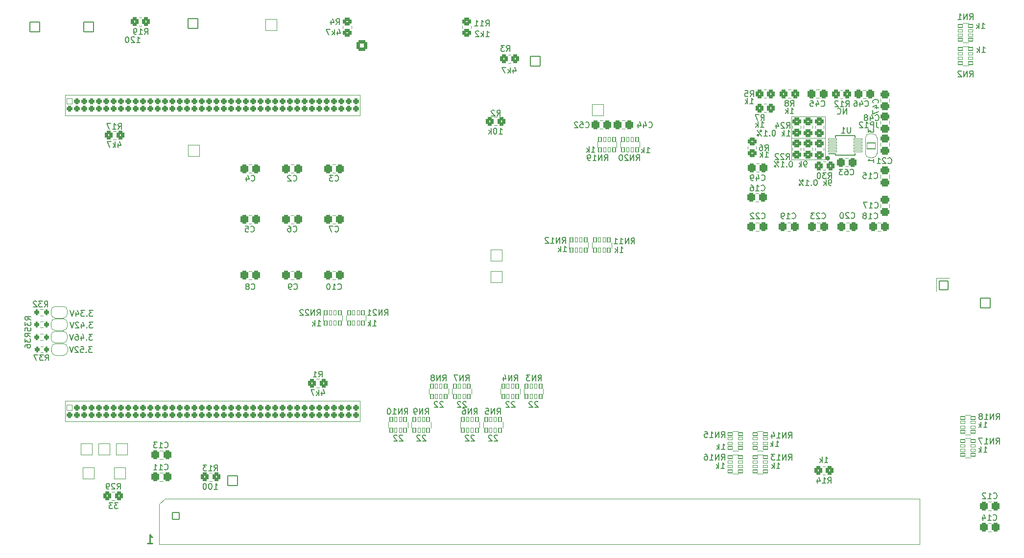
<source format=gbr>
%TF.GenerationSoftware,KiCad,Pcbnew,7.0.6-0*%
%TF.CreationDate,2024-10-04T12:35:45+02:00*%
%TF.ProjectId,Z3660_v022,5a333636-305f-4763-9032-322e6b696361,v0.22*%
%TF.SameCoordinates,Original*%
%TF.FileFunction,Legend,Bot*%
%TF.FilePolarity,Positive*%
%FSLAX46Y46*%
G04 Gerber Fmt 4.6, Leading zero omitted, Abs format (unit mm)*
G04 Created by KiCad (PCBNEW 7.0.6-0) date 2024-10-04 12:35:45*
%MOMM*%
%LPD*%
G01*
G04 APERTURE LIST*
G04 Aperture macros list*
%AMRoundRect*
0 Rectangle with rounded corners*
0 $1 Rounding radius*
0 $2 $3 $4 $5 $6 $7 $8 $9 X,Y pos of 4 corners*
0 Add a 4 corners polygon primitive as box body*
4,1,4,$2,$3,$4,$5,$6,$7,$8,$9,$2,$3,0*
0 Add four circle primitives for the rounded corners*
1,1,$1+$1,$2,$3*
1,1,$1+$1,$4,$5*
1,1,$1+$1,$6,$7*
1,1,$1+$1,$8,$9*
0 Add four rect primitives between the rounded corners*
20,1,$1+$1,$2,$3,$4,$5,0*
20,1,$1+$1,$4,$5,$6,$7,0*
20,1,$1+$1,$6,$7,$8,$9,0*
20,1,$1+$1,$8,$9,$2,$3,0*%
%AMFreePoly0*
4,1,35,0.536062,0.786062,0.551000,0.750000,0.551000,-0.750000,0.536062,-0.786062,0.500000,-0.801000,0.000000,-0.801000,-0.012285,-0.795911,-0.071157,-0.795911,-0.085525,-0.793845,-0.222076,-0.753750,-0.235281,-0.747720,-0.355003,-0.670779,-0.365973,-0.661273,-0.459170,-0.553718,-0.467018,-0.541506,-0.526137,-0.412052,-0.530227,-0.398124,-0.550481,-0.257258,-0.551000,-0.250000,-0.551000,0.250000,
-0.550481,0.257258,-0.530227,0.398124,-0.526137,0.412052,-0.467018,0.541506,-0.459170,0.553718,-0.365973,0.661273,-0.355003,0.670779,-0.235281,0.747720,-0.222076,0.753750,-0.085525,0.793845,-0.071157,0.795911,-0.012285,0.795911,0.000000,0.801000,0.500000,0.801000,0.536062,0.786062,0.536062,0.786062,$1*%
%AMFreePoly1*
4,1,35,0.012285,0.795911,0.071157,0.795911,0.085525,0.793845,0.222076,0.753750,0.235281,0.747720,0.355003,0.670779,0.365973,0.661273,0.459170,0.553718,0.467018,0.541506,0.526137,0.412052,0.530227,0.398124,0.550481,0.257258,0.551000,0.250000,0.551000,-0.250000,0.550481,-0.257258,0.530227,-0.398124,0.526137,-0.412052,0.467018,-0.541506,0.459170,-0.553718,0.365973,-0.661273,
0.355003,-0.670779,0.235281,-0.747720,0.222076,-0.753750,0.085525,-0.793845,0.071157,-0.795911,0.012285,-0.795911,0.000000,-0.801000,-0.500000,-0.801000,-0.536062,-0.786062,-0.551000,-0.750000,-0.551000,0.750000,-0.536062,0.786062,-0.500000,0.801000,0.000000,0.801000,0.012285,0.795911,0.012285,0.795911,$1*%
%AMFreePoly2*
4,1,35,0.586062,0.786062,0.601000,0.750000,0.601000,-0.750000,0.586062,-0.786062,0.550000,-0.801000,0.000000,-0.801000,-0.012285,-0.795911,-0.071157,-0.795911,-0.085525,-0.793845,-0.222076,-0.753750,-0.235281,-0.747720,-0.355003,-0.670779,-0.365973,-0.661273,-0.459170,-0.553718,-0.467018,-0.541506,-0.526137,-0.412052,-0.530227,-0.398124,-0.550481,-0.257258,-0.551000,-0.250000,-0.551000,0.250000,
-0.550481,0.257258,-0.530227,0.398124,-0.526137,0.412052,-0.467018,0.541506,-0.459170,0.553718,-0.365973,0.661273,-0.355003,0.670779,-0.235281,0.747720,-0.222076,0.753750,-0.085525,0.793845,-0.071157,0.795911,-0.012285,0.795911,0.000000,0.801000,0.550000,0.801000,0.586062,0.786062,0.586062,0.786062,$1*%
%AMFreePoly3*
4,1,35,0.012285,0.795911,0.071157,0.795911,0.085525,0.793845,0.222076,0.753750,0.235281,0.747720,0.355003,0.670779,0.365973,0.661273,0.459170,0.553718,0.467018,0.541506,0.526137,0.412052,0.530227,0.398124,0.550481,0.257258,0.551000,0.250000,0.551000,-0.250000,0.550481,-0.257258,0.530227,-0.398124,0.526137,-0.412052,0.467018,-0.541506,0.459170,-0.553718,0.365973,-0.661273,
0.355003,-0.670779,0.235281,-0.747720,0.222076,-0.753750,0.085525,-0.793845,0.071157,-0.795911,0.012285,-0.795911,0.000000,-0.801000,-0.550000,-0.801000,-0.586062,-0.786062,-0.601000,-0.750000,-0.601000,0.750000,-0.586062,0.786062,-0.550000,0.801000,0.000000,0.801000,0.012285,0.795911,0.012285,0.795911,$1*%
G04 Aperture macros list end*
%ADD10C,0.120000*%
%ADD11C,0.400000*%
%ADD12C,0.150000*%
%ADD13C,0.250000*%
%ADD14C,1.626000*%
%ADD15RoundRect,0.051000X0.762000X0.762000X-0.762000X0.762000X-0.762000X-0.762000X0.762000X-0.762000X0*%
%ADD16RoundRect,0.051000X-0.850000X0.850000X-0.850000X-0.850000X0.850000X-0.850000X0.850000X0.850000X0*%
%ADD17O,1.802000X1.802000*%
%ADD18RoundRect,0.301000X0.600000X-0.600000X0.600000X0.600000X-0.600000X0.600000X-0.600000X-0.600000X0*%
%ADD19C,1.802000*%
%ADD20C,4.102000*%
%ADD21C,2.302000*%
%ADD22RoundRect,0.051000X0.475000X-0.475000X0.475000X0.475000X-0.475000X0.475000X-0.475000X-0.475000X0*%
%ADD23RoundRect,0.288500X0.237500X-0.237500X0.237500X0.237500X-0.237500X0.237500X-0.237500X-0.237500X0*%
%ADD24RoundRect,0.051000X-1.000000X-1.000000X1.000000X-1.000000X1.000000X1.000000X-1.000000X1.000000X0*%
%ADD25RoundRect,0.051000X1.000000X1.000000X-1.000000X1.000000X-1.000000X-1.000000X1.000000X-1.000000X0*%
%ADD26RoundRect,0.051000X0.850000X-0.850000X0.850000X0.850000X-0.850000X0.850000X-0.850000X-0.850000X0*%
%ADD27RoundRect,0.051000X-0.850000X-0.850000X0.850000X-0.850000X0.850000X0.850000X-0.850000X0.850000X0*%
%ADD28RoundRect,0.051000X1.000000X-0.952500X1.000000X0.952500X-1.000000X0.952500X-1.000000X-0.952500X0*%
%ADD29O,2.102000X2.007000*%
%ADD30RoundRect,0.301000X-0.337500X-0.475000X0.337500X-0.475000X0.337500X0.475000X-0.337500X0.475000X0*%
%ADD31RoundRect,0.301000X0.350000X0.450000X-0.350000X0.450000X-0.350000X-0.450000X0.350000X-0.450000X0*%
%ADD32RoundRect,0.301000X-0.350000X-0.450000X0.350000X-0.450000X0.350000X0.450000X-0.350000X0.450000X0*%
%ADD33RoundRect,0.301000X-0.475000X0.337500X-0.475000X-0.337500X0.475000X-0.337500X0.475000X0.337500X0*%
%ADD34RoundRect,0.301000X0.450000X-0.350000X0.450000X0.350000X-0.450000X0.350000X-0.450000X-0.350000X0*%
%ADD35RoundRect,0.301000X0.475000X-0.337500X0.475000X0.337500X-0.475000X0.337500X-0.475000X-0.337500X0*%
%ADD36RoundRect,0.301000X-0.450000X0.350000X-0.450000X-0.350000X0.450000X-0.350000X0.450000X0.350000X0*%
%ADD37RoundRect,0.301000X0.337500X0.475000X-0.337500X0.475000X-0.337500X-0.475000X0.337500X-0.475000X0*%
%ADD38RoundRect,0.051000X-0.600000X-0.600000X0.600000X-0.600000X0.600000X0.600000X-0.600000X0.600000X0*%
%ADD39O,1.302000X1.302000*%
%ADD40RoundRect,0.251000X-0.200000X-0.275000X0.200000X-0.275000X0.200000X0.275000X-0.200000X0.275000X0*%
%ADD41RoundRect,0.051000X0.400000X0.250000X-0.400000X0.250000X-0.400000X-0.250000X0.400000X-0.250000X0*%
%ADD42RoundRect,0.051000X0.400000X0.200000X-0.400000X0.200000X-0.400000X-0.200000X0.400000X-0.200000X0*%
%ADD43RoundRect,0.051000X-0.250000X0.400000X-0.250000X-0.400000X0.250000X-0.400000X0.250000X0.400000X0*%
%ADD44RoundRect,0.051000X-0.200000X0.400000X-0.200000X-0.400000X0.200000X-0.400000X0.200000X0.400000X0*%
%ADD45RoundRect,0.051000X0.250000X-0.400000X0.250000X0.400000X-0.250000X0.400000X-0.250000X-0.400000X0*%
%ADD46RoundRect,0.051000X0.200000X-0.400000X0.200000X0.400000X-0.200000X0.400000X-0.200000X-0.400000X0*%
%ADD47FreePoly0,180.000000*%
%ADD48FreePoly1,180.000000*%
%ADD49FreePoly2,90.000000*%
%ADD50RoundRect,0.051000X0.750000X-0.500000X0.750000X0.500000X-0.750000X0.500000X-0.750000X-0.500000X0*%
%ADD51FreePoly3,90.000000*%
%ADD52RoundRect,0.051000X-0.700000X-0.150000X0.700000X-0.150000X0.700000X0.150000X-0.700000X0.150000X0*%
%ADD53RoundRect,0.051000X-0.400000X-0.250000X0.400000X-0.250000X0.400000X0.250000X-0.400000X0.250000X0*%
%ADD54RoundRect,0.051000X-0.400000X-0.200000X0.400000X-0.200000X0.400000X0.200000X-0.400000X0.200000X0*%
G04 APERTURE END LIST*
D10*
X213664800Y-55321200D02*
X213664800Y-47853600D01*
D11*
X220164000Y-55067200D02*
G75*
G03*
X220164000Y-55067200I-200000J0D01*
G01*
D10*
X213664800Y-47853600D02*
X219506800Y-47853600D01*
X219506800Y-47853600D02*
X219506800Y-55321200D01*
X241046000Y-75819000D02*
X238760000Y-75819000D01*
X219506800Y-51587400D02*
X213664800Y-51562000D01*
X238760000Y-75819000D02*
X238760000Y-78105000D01*
X219506800Y-55321200D02*
X213664800Y-55321200D01*
D12*
X92808458Y-87669819D02*
X92189411Y-87669819D01*
X92189411Y-87669819D02*
X92522744Y-88050771D01*
X92522744Y-88050771D02*
X92379887Y-88050771D01*
X92379887Y-88050771D02*
X92284649Y-88098390D01*
X92284649Y-88098390D02*
X92237030Y-88146009D01*
X92237030Y-88146009D02*
X92189411Y-88241247D01*
X92189411Y-88241247D02*
X92189411Y-88479342D01*
X92189411Y-88479342D02*
X92237030Y-88574580D01*
X92237030Y-88574580D02*
X92284649Y-88622200D01*
X92284649Y-88622200D02*
X92379887Y-88669819D01*
X92379887Y-88669819D02*
X92665601Y-88669819D01*
X92665601Y-88669819D02*
X92760839Y-88622200D01*
X92760839Y-88622200D02*
X92808458Y-88574580D01*
X91760839Y-88574580D02*
X91713220Y-88622200D01*
X91713220Y-88622200D02*
X91760839Y-88669819D01*
X91760839Y-88669819D02*
X91808458Y-88622200D01*
X91808458Y-88622200D02*
X91760839Y-88574580D01*
X91760839Y-88574580D02*
X91760839Y-88669819D01*
X90808459Y-87669819D02*
X91284649Y-87669819D01*
X91284649Y-87669819D02*
X91332268Y-88146009D01*
X91332268Y-88146009D02*
X91284649Y-88098390D01*
X91284649Y-88098390D02*
X91189411Y-88050771D01*
X91189411Y-88050771D02*
X90951316Y-88050771D01*
X90951316Y-88050771D02*
X90856078Y-88098390D01*
X90856078Y-88098390D02*
X90808459Y-88146009D01*
X90808459Y-88146009D02*
X90760840Y-88241247D01*
X90760840Y-88241247D02*
X90760840Y-88479342D01*
X90760840Y-88479342D02*
X90808459Y-88574580D01*
X90808459Y-88574580D02*
X90856078Y-88622200D01*
X90856078Y-88622200D02*
X90951316Y-88669819D01*
X90951316Y-88669819D02*
X91189411Y-88669819D01*
X91189411Y-88669819D02*
X91284649Y-88622200D01*
X91284649Y-88622200D02*
X91332268Y-88574580D01*
X90379887Y-87765057D02*
X90332268Y-87717438D01*
X90332268Y-87717438D02*
X90237030Y-87669819D01*
X90237030Y-87669819D02*
X89998935Y-87669819D01*
X89998935Y-87669819D02*
X89903697Y-87717438D01*
X89903697Y-87717438D02*
X89856078Y-87765057D01*
X89856078Y-87765057D02*
X89808459Y-87860295D01*
X89808459Y-87860295D02*
X89808459Y-87955533D01*
X89808459Y-87955533D02*
X89856078Y-88098390D01*
X89856078Y-88098390D02*
X90427506Y-88669819D01*
X90427506Y-88669819D02*
X89808459Y-88669819D01*
X89522744Y-87669819D02*
X89189411Y-88669819D01*
X89189411Y-88669819D02*
X88856078Y-87669819D01*
X92908458Y-83419819D02*
X92289411Y-83419819D01*
X92289411Y-83419819D02*
X92622744Y-83800771D01*
X92622744Y-83800771D02*
X92479887Y-83800771D01*
X92479887Y-83800771D02*
X92384649Y-83848390D01*
X92384649Y-83848390D02*
X92337030Y-83896009D01*
X92337030Y-83896009D02*
X92289411Y-83991247D01*
X92289411Y-83991247D02*
X92289411Y-84229342D01*
X92289411Y-84229342D02*
X92337030Y-84324580D01*
X92337030Y-84324580D02*
X92384649Y-84372200D01*
X92384649Y-84372200D02*
X92479887Y-84419819D01*
X92479887Y-84419819D02*
X92765601Y-84419819D01*
X92765601Y-84419819D02*
X92860839Y-84372200D01*
X92860839Y-84372200D02*
X92908458Y-84324580D01*
X91860839Y-84324580D02*
X91813220Y-84372200D01*
X91813220Y-84372200D02*
X91860839Y-84419819D01*
X91860839Y-84419819D02*
X91908458Y-84372200D01*
X91908458Y-84372200D02*
X91860839Y-84324580D01*
X91860839Y-84324580D02*
X91860839Y-84419819D01*
X90956078Y-83753152D02*
X90956078Y-84419819D01*
X91194173Y-83372200D02*
X91432268Y-84086485D01*
X91432268Y-84086485D02*
X90813221Y-84086485D01*
X90479887Y-83515057D02*
X90432268Y-83467438D01*
X90432268Y-83467438D02*
X90337030Y-83419819D01*
X90337030Y-83419819D02*
X90098935Y-83419819D01*
X90098935Y-83419819D02*
X90003697Y-83467438D01*
X90003697Y-83467438D02*
X89956078Y-83515057D01*
X89956078Y-83515057D02*
X89908459Y-83610295D01*
X89908459Y-83610295D02*
X89908459Y-83705533D01*
X89908459Y-83705533D02*
X89956078Y-83848390D01*
X89956078Y-83848390D02*
X90527506Y-84419819D01*
X90527506Y-84419819D02*
X89908459Y-84419819D01*
X89622744Y-83419819D02*
X89289411Y-84419819D01*
X89289411Y-84419819D02*
X88956078Y-83419819D01*
X92858458Y-85519819D02*
X92239411Y-85519819D01*
X92239411Y-85519819D02*
X92572744Y-85900771D01*
X92572744Y-85900771D02*
X92429887Y-85900771D01*
X92429887Y-85900771D02*
X92334649Y-85948390D01*
X92334649Y-85948390D02*
X92287030Y-85996009D01*
X92287030Y-85996009D02*
X92239411Y-86091247D01*
X92239411Y-86091247D02*
X92239411Y-86329342D01*
X92239411Y-86329342D02*
X92287030Y-86424580D01*
X92287030Y-86424580D02*
X92334649Y-86472200D01*
X92334649Y-86472200D02*
X92429887Y-86519819D01*
X92429887Y-86519819D02*
X92715601Y-86519819D01*
X92715601Y-86519819D02*
X92810839Y-86472200D01*
X92810839Y-86472200D02*
X92858458Y-86424580D01*
X91810839Y-86424580D02*
X91763220Y-86472200D01*
X91763220Y-86472200D02*
X91810839Y-86519819D01*
X91810839Y-86519819D02*
X91858458Y-86472200D01*
X91858458Y-86472200D02*
X91810839Y-86424580D01*
X91810839Y-86424580D02*
X91810839Y-86519819D01*
X90906078Y-85853152D02*
X90906078Y-86519819D01*
X91144173Y-85472200D02*
X91382268Y-86186485D01*
X91382268Y-86186485D02*
X90763221Y-86186485D01*
X89953697Y-85519819D02*
X90144173Y-85519819D01*
X90144173Y-85519819D02*
X90239411Y-85567438D01*
X90239411Y-85567438D02*
X90287030Y-85615057D01*
X90287030Y-85615057D02*
X90382268Y-85757914D01*
X90382268Y-85757914D02*
X90429887Y-85948390D01*
X90429887Y-85948390D02*
X90429887Y-86329342D01*
X90429887Y-86329342D02*
X90382268Y-86424580D01*
X90382268Y-86424580D02*
X90334649Y-86472200D01*
X90334649Y-86472200D02*
X90239411Y-86519819D01*
X90239411Y-86519819D02*
X90048935Y-86519819D01*
X90048935Y-86519819D02*
X89953697Y-86472200D01*
X89953697Y-86472200D02*
X89906078Y-86424580D01*
X89906078Y-86424580D02*
X89858459Y-86329342D01*
X89858459Y-86329342D02*
X89858459Y-86091247D01*
X89858459Y-86091247D02*
X89906078Y-85996009D01*
X89906078Y-85996009D02*
X89953697Y-85948390D01*
X89953697Y-85948390D02*
X90048935Y-85900771D01*
X90048935Y-85900771D02*
X90239411Y-85900771D01*
X90239411Y-85900771D02*
X90334649Y-85948390D01*
X90334649Y-85948390D02*
X90382268Y-85996009D01*
X90382268Y-85996009D02*
X90429887Y-86091247D01*
X89572744Y-85519819D02*
X89239411Y-86519819D01*
X89239411Y-86519819D02*
X88906078Y-85519819D01*
D13*
X102339827Y-121686528D02*
X103196970Y-121686528D01*
X102768399Y-121686528D02*
X102768399Y-120186528D01*
X102768399Y-120186528D02*
X102911256Y-120400814D01*
X102911256Y-120400814D02*
X103054113Y-120543671D01*
X103054113Y-120543671D02*
X103196970Y-120615100D01*
D12*
X92908458Y-81404819D02*
X92289411Y-81404819D01*
X92289411Y-81404819D02*
X92622744Y-81785771D01*
X92622744Y-81785771D02*
X92479887Y-81785771D01*
X92479887Y-81785771D02*
X92384649Y-81833390D01*
X92384649Y-81833390D02*
X92337030Y-81881009D01*
X92337030Y-81881009D02*
X92289411Y-81976247D01*
X92289411Y-81976247D02*
X92289411Y-82214342D01*
X92289411Y-82214342D02*
X92337030Y-82309580D01*
X92337030Y-82309580D02*
X92384649Y-82357200D01*
X92384649Y-82357200D02*
X92479887Y-82404819D01*
X92479887Y-82404819D02*
X92765601Y-82404819D01*
X92765601Y-82404819D02*
X92860839Y-82357200D01*
X92860839Y-82357200D02*
X92908458Y-82309580D01*
X91860839Y-82309580D02*
X91813220Y-82357200D01*
X91813220Y-82357200D02*
X91860839Y-82404819D01*
X91860839Y-82404819D02*
X91908458Y-82357200D01*
X91908458Y-82357200D02*
X91860839Y-82309580D01*
X91860839Y-82309580D02*
X91860839Y-82404819D01*
X91479887Y-81404819D02*
X90860840Y-81404819D01*
X90860840Y-81404819D02*
X91194173Y-81785771D01*
X91194173Y-81785771D02*
X91051316Y-81785771D01*
X91051316Y-81785771D02*
X90956078Y-81833390D01*
X90956078Y-81833390D02*
X90908459Y-81881009D01*
X90908459Y-81881009D02*
X90860840Y-81976247D01*
X90860840Y-81976247D02*
X90860840Y-82214342D01*
X90860840Y-82214342D02*
X90908459Y-82309580D01*
X90908459Y-82309580D02*
X90956078Y-82357200D01*
X90956078Y-82357200D02*
X91051316Y-82404819D01*
X91051316Y-82404819D02*
X91337030Y-82404819D01*
X91337030Y-82404819D02*
X91432268Y-82357200D01*
X91432268Y-82357200D02*
X91479887Y-82309580D01*
X90003697Y-81738152D02*
X90003697Y-82404819D01*
X90241792Y-81357200D02*
X90479887Y-82071485D01*
X90479887Y-82071485D02*
X89860840Y-82071485D01*
X89622744Y-81404819D02*
X89289411Y-82404819D01*
X89289411Y-82404819D02*
X88956078Y-81404819D01*
X248623057Y-113861580D02*
X248670676Y-113909200D01*
X248670676Y-113909200D02*
X248813533Y-113956819D01*
X248813533Y-113956819D02*
X248908771Y-113956819D01*
X248908771Y-113956819D02*
X249051628Y-113909200D01*
X249051628Y-113909200D02*
X249146866Y-113813961D01*
X249146866Y-113813961D02*
X249194485Y-113718723D01*
X249194485Y-113718723D02*
X249242104Y-113528247D01*
X249242104Y-113528247D02*
X249242104Y-113385390D01*
X249242104Y-113385390D02*
X249194485Y-113194914D01*
X249194485Y-113194914D02*
X249146866Y-113099676D01*
X249146866Y-113099676D02*
X249051628Y-113004438D01*
X249051628Y-113004438D02*
X248908771Y-112956819D01*
X248908771Y-112956819D02*
X248813533Y-112956819D01*
X248813533Y-112956819D02*
X248670676Y-113004438D01*
X248670676Y-113004438D02*
X248623057Y-113052057D01*
X247670676Y-113956819D02*
X248242104Y-113956819D01*
X247956390Y-113956819D02*
X247956390Y-112956819D01*
X247956390Y-112956819D02*
X248051628Y-113099676D01*
X248051628Y-113099676D02*
X248146866Y-113194914D01*
X248146866Y-113194914D02*
X248242104Y-113242533D01*
X247289723Y-113052057D02*
X247242104Y-113004438D01*
X247242104Y-113004438D02*
X247146866Y-112956819D01*
X247146866Y-112956819D02*
X246908771Y-112956819D01*
X246908771Y-112956819D02*
X246813533Y-113004438D01*
X246813533Y-113004438D02*
X246765914Y-113052057D01*
X246765914Y-113052057D02*
X246718295Y-113147295D01*
X246718295Y-113147295D02*
X246718295Y-113242533D01*
X246718295Y-113242533D02*
X246765914Y-113385390D01*
X246765914Y-113385390D02*
X247337342Y-113956819D01*
X247337342Y-113956819D02*
X246718295Y-113956819D01*
X162766666Y-47754819D02*
X163099999Y-47278628D01*
X163338094Y-47754819D02*
X163338094Y-46754819D01*
X163338094Y-46754819D02*
X162957142Y-46754819D01*
X162957142Y-46754819D02*
X162861904Y-46802438D01*
X162861904Y-46802438D02*
X162814285Y-46850057D01*
X162814285Y-46850057D02*
X162766666Y-46945295D01*
X162766666Y-46945295D02*
X162766666Y-47088152D01*
X162766666Y-47088152D02*
X162814285Y-47183390D01*
X162814285Y-47183390D02*
X162861904Y-47231009D01*
X162861904Y-47231009D02*
X162957142Y-47278628D01*
X162957142Y-47278628D02*
X163338094Y-47278628D01*
X162385713Y-46850057D02*
X162338094Y-46802438D01*
X162338094Y-46802438D02*
X162242856Y-46754819D01*
X162242856Y-46754819D02*
X162004761Y-46754819D01*
X162004761Y-46754819D02*
X161909523Y-46802438D01*
X161909523Y-46802438D02*
X161861904Y-46850057D01*
X161861904Y-46850057D02*
X161814285Y-46945295D01*
X161814285Y-46945295D02*
X161814285Y-47040533D01*
X161814285Y-47040533D02*
X161861904Y-47183390D01*
X161861904Y-47183390D02*
X162433332Y-47754819D01*
X162433332Y-47754819D02*
X161814285Y-47754819D01*
X163129838Y-50863219D02*
X163701266Y-50863219D01*
X163415552Y-50863219D02*
X163415552Y-49863219D01*
X163415552Y-49863219D02*
X163510790Y-50006076D01*
X163510790Y-50006076D02*
X163606028Y-50101314D01*
X163606028Y-50101314D02*
X163701266Y-50148933D01*
X162510790Y-49863219D02*
X162415552Y-49863219D01*
X162415552Y-49863219D02*
X162320314Y-49910838D01*
X162320314Y-49910838D02*
X162272695Y-49958457D01*
X162272695Y-49958457D02*
X162225076Y-50053695D01*
X162225076Y-50053695D02*
X162177457Y-50244171D01*
X162177457Y-50244171D02*
X162177457Y-50482266D01*
X162177457Y-50482266D02*
X162225076Y-50672742D01*
X162225076Y-50672742D02*
X162272695Y-50767980D01*
X162272695Y-50767980D02*
X162320314Y-50815600D01*
X162320314Y-50815600D02*
X162415552Y-50863219D01*
X162415552Y-50863219D02*
X162510790Y-50863219D01*
X162510790Y-50863219D02*
X162606028Y-50815600D01*
X162606028Y-50815600D02*
X162653647Y-50767980D01*
X162653647Y-50767980D02*
X162701266Y-50672742D01*
X162701266Y-50672742D02*
X162748885Y-50482266D01*
X162748885Y-50482266D02*
X162748885Y-50244171D01*
X162748885Y-50244171D02*
X162701266Y-50053695D01*
X162701266Y-50053695D02*
X162653647Y-49958457D01*
X162653647Y-49958457D02*
X162606028Y-49910838D01*
X162606028Y-49910838D02*
X162510790Y-49863219D01*
X161748885Y-50863219D02*
X161748885Y-49863219D01*
X161653647Y-50482266D02*
X161367933Y-50863219D01*
X161367933Y-50196552D02*
X161748885Y-50577504D01*
X164416666Y-36554819D02*
X164749999Y-36078628D01*
X164988094Y-36554819D02*
X164988094Y-35554819D01*
X164988094Y-35554819D02*
X164607142Y-35554819D01*
X164607142Y-35554819D02*
X164511904Y-35602438D01*
X164511904Y-35602438D02*
X164464285Y-35650057D01*
X164464285Y-35650057D02*
X164416666Y-35745295D01*
X164416666Y-35745295D02*
X164416666Y-35888152D01*
X164416666Y-35888152D02*
X164464285Y-35983390D01*
X164464285Y-35983390D02*
X164511904Y-36031009D01*
X164511904Y-36031009D02*
X164607142Y-36078628D01*
X164607142Y-36078628D02*
X164988094Y-36078628D01*
X164083332Y-35554819D02*
X163464285Y-35554819D01*
X163464285Y-35554819D02*
X163797618Y-35935771D01*
X163797618Y-35935771D02*
X163654761Y-35935771D01*
X163654761Y-35935771D02*
X163559523Y-35983390D01*
X163559523Y-35983390D02*
X163511904Y-36031009D01*
X163511904Y-36031009D02*
X163464285Y-36126247D01*
X163464285Y-36126247D02*
X163464285Y-36364342D01*
X163464285Y-36364342D02*
X163511904Y-36459580D01*
X163511904Y-36459580D02*
X163559523Y-36507200D01*
X163559523Y-36507200D02*
X163654761Y-36554819D01*
X163654761Y-36554819D02*
X163940475Y-36554819D01*
X163940475Y-36554819D02*
X164035713Y-36507200D01*
X164035713Y-36507200D02*
X164083332Y-36459580D01*
X165590476Y-39688152D02*
X165590476Y-40354819D01*
X165828571Y-39307200D02*
X166066666Y-40021485D01*
X166066666Y-40021485D02*
X165447619Y-40021485D01*
X165066666Y-40354819D02*
X165066666Y-39354819D01*
X164971428Y-39973866D02*
X164685714Y-40354819D01*
X164685714Y-39688152D02*
X165066666Y-40069104D01*
X164352380Y-39354819D02*
X163685714Y-39354819D01*
X163685714Y-39354819D02*
X164114285Y-40354819D01*
X228659580Y-45507142D02*
X228707200Y-45459523D01*
X228707200Y-45459523D02*
X228754819Y-45316666D01*
X228754819Y-45316666D02*
X228754819Y-45221428D01*
X228754819Y-45221428D02*
X228707200Y-45078571D01*
X228707200Y-45078571D02*
X228611961Y-44983333D01*
X228611961Y-44983333D02*
X228516723Y-44935714D01*
X228516723Y-44935714D02*
X228326247Y-44888095D01*
X228326247Y-44888095D02*
X228183390Y-44888095D01*
X228183390Y-44888095D02*
X227992914Y-44935714D01*
X227992914Y-44935714D02*
X227897676Y-44983333D01*
X227897676Y-44983333D02*
X227802438Y-45078571D01*
X227802438Y-45078571D02*
X227754819Y-45221428D01*
X227754819Y-45221428D02*
X227754819Y-45316666D01*
X227754819Y-45316666D02*
X227802438Y-45459523D01*
X227802438Y-45459523D02*
X227850057Y-45507142D01*
X228088152Y-46364285D02*
X228754819Y-46364285D01*
X227707200Y-46126190D02*
X228421485Y-45888095D01*
X228421485Y-45888095D02*
X228421485Y-46507142D01*
X227754819Y-46792857D02*
X227754819Y-47459523D01*
X227754819Y-47459523D02*
X228754819Y-47030952D01*
X105316257Y-108883180D02*
X105363876Y-108930800D01*
X105363876Y-108930800D02*
X105506733Y-108978419D01*
X105506733Y-108978419D02*
X105601971Y-108978419D01*
X105601971Y-108978419D02*
X105744828Y-108930800D01*
X105744828Y-108930800D02*
X105840066Y-108835561D01*
X105840066Y-108835561D02*
X105887685Y-108740323D01*
X105887685Y-108740323D02*
X105935304Y-108549847D01*
X105935304Y-108549847D02*
X105935304Y-108406990D01*
X105935304Y-108406990D02*
X105887685Y-108216514D01*
X105887685Y-108216514D02*
X105840066Y-108121276D01*
X105840066Y-108121276D02*
X105744828Y-108026038D01*
X105744828Y-108026038D02*
X105601971Y-107978419D01*
X105601971Y-107978419D02*
X105506733Y-107978419D01*
X105506733Y-107978419D02*
X105363876Y-108026038D01*
X105363876Y-108026038D02*
X105316257Y-108073657D01*
X104363876Y-108978419D02*
X104935304Y-108978419D01*
X104649590Y-108978419D02*
X104649590Y-107978419D01*
X104649590Y-107978419D02*
X104744828Y-108121276D01*
X104744828Y-108121276D02*
X104840066Y-108216514D01*
X104840066Y-108216514D02*
X104935304Y-108264133D01*
X103411495Y-108978419D02*
X103982923Y-108978419D01*
X103697209Y-108978419D02*
X103697209Y-107978419D01*
X103697209Y-107978419D02*
X103792447Y-108121276D01*
X103792447Y-108121276D02*
X103887685Y-108216514D01*
X103887685Y-108216514D02*
X103982923Y-108264133D01*
X209107066Y-53744019D02*
X209440399Y-53267828D01*
X209678494Y-53744019D02*
X209678494Y-52744019D01*
X209678494Y-52744019D02*
X209297542Y-52744019D01*
X209297542Y-52744019D02*
X209202304Y-52791638D01*
X209202304Y-52791638D02*
X209154685Y-52839257D01*
X209154685Y-52839257D02*
X209107066Y-52934495D01*
X209107066Y-52934495D02*
X209107066Y-53077352D01*
X209107066Y-53077352D02*
X209154685Y-53172590D01*
X209154685Y-53172590D02*
X209202304Y-53220209D01*
X209202304Y-53220209D02*
X209297542Y-53267828D01*
X209297542Y-53267828D02*
X209678494Y-53267828D01*
X208249923Y-52744019D02*
X208440399Y-52744019D01*
X208440399Y-52744019D02*
X208535637Y-52791638D01*
X208535637Y-52791638D02*
X208583256Y-52839257D01*
X208583256Y-52839257D02*
X208678494Y-52982114D01*
X208678494Y-52982114D02*
X208726113Y-53172590D01*
X208726113Y-53172590D02*
X208726113Y-53553542D01*
X208726113Y-53553542D02*
X208678494Y-53648780D01*
X208678494Y-53648780D02*
X208630875Y-53696400D01*
X208630875Y-53696400D02*
X208535637Y-53744019D01*
X208535637Y-53744019D02*
X208345161Y-53744019D01*
X208345161Y-53744019D02*
X208249923Y-53696400D01*
X208249923Y-53696400D02*
X208202304Y-53648780D01*
X208202304Y-53648780D02*
X208154685Y-53553542D01*
X208154685Y-53553542D02*
X208154685Y-53315447D01*
X208154685Y-53315447D02*
X208202304Y-53220209D01*
X208202304Y-53220209D02*
X208249923Y-53172590D01*
X208249923Y-53172590D02*
X208345161Y-53124971D01*
X208345161Y-53124971D02*
X208535637Y-53124971D01*
X208535637Y-53124971D02*
X208630875Y-53172590D01*
X208630875Y-53172590D02*
X208678494Y-53220209D01*
X208678494Y-53220209D02*
X208726113Y-53315447D01*
X209110247Y-54912419D02*
X209681675Y-54912419D01*
X209395961Y-54912419D02*
X209395961Y-53912419D01*
X209395961Y-53912419D02*
X209491199Y-54055276D01*
X209491199Y-54055276D02*
X209586437Y-54150514D01*
X209586437Y-54150514D02*
X209681675Y-54198133D01*
X208681675Y-54912419D02*
X208681675Y-53912419D01*
X208586437Y-54531466D02*
X208300723Y-54912419D01*
X208300723Y-54245752D02*
X208681675Y-54626704D01*
X208395866Y-48511619D02*
X208729199Y-48035428D01*
X208967294Y-48511619D02*
X208967294Y-47511619D01*
X208967294Y-47511619D02*
X208586342Y-47511619D01*
X208586342Y-47511619D02*
X208491104Y-47559238D01*
X208491104Y-47559238D02*
X208443485Y-47606857D01*
X208443485Y-47606857D02*
X208395866Y-47702095D01*
X208395866Y-47702095D02*
X208395866Y-47844952D01*
X208395866Y-47844952D02*
X208443485Y-47940190D01*
X208443485Y-47940190D02*
X208491104Y-47987809D01*
X208491104Y-47987809D02*
X208586342Y-48035428D01*
X208586342Y-48035428D02*
X208967294Y-48035428D01*
X208062532Y-47511619D02*
X207395866Y-47511619D01*
X207395866Y-47511619D02*
X207824437Y-48511619D01*
X208348247Y-49680019D02*
X208919675Y-49680019D01*
X208633961Y-49680019D02*
X208633961Y-48680019D01*
X208633961Y-48680019D02*
X208729199Y-48822876D01*
X208729199Y-48822876D02*
X208824437Y-48918114D01*
X208824437Y-48918114D02*
X208919675Y-48965733D01*
X207919675Y-49680019D02*
X207919675Y-48680019D01*
X207824437Y-49299066D02*
X207538723Y-49680019D01*
X207538723Y-49013352D02*
X207919675Y-49394304D01*
X213526666Y-46073219D02*
X213859999Y-45597028D01*
X214098094Y-46073219D02*
X214098094Y-45073219D01*
X214098094Y-45073219D02*
X213717142Y-45073219D01*
X213717142Y-45073219D02*
X213621904Y-45120838D01*
X213621904Y-45120838D02*
X213574285Y-45168457D01*
X213574285Y-45168457D02*
X213526666Y-45263695D01*
X213526666Y-45263695D02*
X213526666Y-45406552D01*
X213526666Y-45406552D02*
X213574285Y-45501790D01*
X213574285Y-45501790D02*
X213621904Y-45549409D01*
X213621904Y-45549409D02*
X213717142Y-45597028D01*
X213717142Y-45597028D02*
X214098094Y-45597028D01*
X212955237Y-45501790D02*
X213050475Y-45454171D01*
X213050475Y-45454171D02*
X213098094Y-45406552D01*
X213098094Y-45406552D02*
X213145713Y-45311314D01*
X213145713Y-45311314D02*
X213145713Y-45263695D01*
X213145713Y-45263695D02*
X213098094Y-45168457D01*
X213098094Y-45168457D02*
X213050475Y-45120838D01*
X213050475Y-45120838D02*
X212955237Y-45073219D01*
X212955237Y-45073219D02*
X212764761Y-45073219D01*
X212764761Y-45073219D02*
X212669523Y-45120838D01*
X212669523Y-45120838D02*
X212621904Y-45168457D01*
X212621904Y-45168457D02*
X212574285Y-45263695D01*
X212574285Y-45263695D02*
X212574285Y-45311314D01*
X212574285Y-45311314D02*
X212621904Y-45406552D01*
X212621904Y-45406552D02*
X212669523Y-45454171D01*
X212669523Y-45454171D02*
X212764761Y-45501790D01*
X212764761Y-45501790D02*
X212955237Y-45501790D01*
X212955237Y-45501790D02*
X213050475Y-45549409D01*
X213050475Y-45549409D02*
X213098094Y-45597028D01*
X213098094Y-45597028D02*
X213145713Y-45692266D01*
X213145713Y-45692266D02*
X213145713Y-45882742D01*
X213145713Y-45882742D02*
X213098094Y-45977980D01*
X213098094Y-45977980D02*
X213050475Y-46025600D01*
X213050475Y-46025600D02*
X212955237Y-46073219D01*
X212955237Y-46073219D02*
X212764761Y-46073219D01*
X212764761Y-46073219D02*
X212669523Y-46025600D01*
X212669523Y-46025600D02*
X212621904Y-45977980D01*
X212621904Y-45977980D02*
X212574285Y-45882742D01*
X212574285Y-45882742D02*
X212574285Y-45692266D01*
X212574285Y-45692266D02*
X212621904Y-45597028D01*
X212621904Y-45597028D02*
X212669523Y-45549409D01*
X212669523Y-45549409D02*
X212764761Y-45501790D01*
X213479047Y-47343219D02*
X214050475Y-47343219D01*
X213764761Y-47343219D02*
X213764761Y-46343219D01*
X213764761Y-46343219D02*
X213859999Y-46486076D01*
X213859999Y-46486076D02*
X213955237Y-46581314D01*
X213955237Y-46581314D02*
X214050475Y-46628933D01*
X213050475Y-47343219D02*
X213050475Y-46343219D01*
X212955237Y-46962266D02*
X212669523Y-47343219D01*
X212669523Y-46676552D02*
X213050475Y-47057504D01*
X113901457Y-109130819D02*
X114234790Y-108654628D01*
X114472885Y-109130819D02*
X114472885Y-108130819D01*
X114472885Y-108130819D02*
X114091933Y-108130819D01*
X114091933Y-108130819D02*
X113996695Y-108178438D01*
X113996695Y-108178438D02*
X113949076Y-108226057D01*
X113949076Y-108226057D02*
X113901457Y-108321295D01*
X113901457Y-108321295D02*
X113901457Y-108464152D01*
X113901457Y-108464152D02*
X113949076Y-108559390D01*
X113949076Y-108559390D02*
X113996695Y-108607009D01*
X113996695Y-108607009D02*
X114091933Y-108654628D01*
X114091933Y-108654628D02*
X114472885Y-108654628D01*
X112949076Y-109130819D02*
X113520504Y-109130819D01*
X113234790Y-109130819D02*
X113234790Y-108130819D01*
X113234790Y-108130819D02*
X113330028Y-108273676D01*
X113330028Y-108273676D02*
X113425266Y-108368914D01*
X113425266Y-108368914D02*
X113520504Y-108416533D01*
X112615742Y-108130819D02*
X111996695Y-108130819D01*
X111996695Y-108130819D02*
X112330028Y-108511771D01*
X112330028Y-108511771D02*
X112187171Y-108511771D01*
X112187171Y-108511771D02*
X112091933Y-108559390D01*
X112091933Y-108559390D02*
X112044314Y-108607009D01*
X112044314Y-108607009D02*
X111996695Y-108702247D01*
X111996695Y-108702247D02*
X111996695Y-108940342D01*
X111996695Y-108940342D02*
X112044314Y-109035580D01*
X112044314Y-109035580D02*
X112091933Y-109083200D01*
X112091933Y-109083200D02*
X112187171Y-109130819D01*
X112187171Y-109130819D02*
X112472885Y-109130819D01*
X112472885Y-109130819D02*
X112568123Y-109083200D01*
X112568123Y-109083200D02*
X112615742Y-109035580D01*
X113874466Y-112331219D02*
X114445894Y-112331219D01*
X114160180Y-112331219D02*
X114160180Y-111331219D01*
X114160180Y-111331219D02*
X114255418Y-111474076D01*
X114255418Y-111474076D02*
X114350656Y-111569314D01*
X114350656Y-111569314D02*
X114445894Y-111616933D01*
X113255418Y-111331219D02*
X113160180Y-111331219D01*
X113160180Y-111331219D02*
X113064942Y-111378838D01*
X113064942Y-111378838D02*
X113017323Y-111426457D01*
X113017323Y-111426457D02*
X112969704Y-111521695D01*
X112969704Y-111521695D02*
X112922085Y-111712171D01*
X112922085Y-111712171D02*
X112922085Y-111950266D01*
X112922085Y-111950266D02*
X112969704Y-112140742D01*
X112969704Y-112140742D02*
X113017323Y-112235980D01*
X113017323Y-112235980D02*
X113064942Y-112283600D01*
X113064942Y-112283600D02*
X113160180Y-112331219D01*
X113160180Y-112331219D02*
X113255418Y-112331219D01*
X113255418Y-112331219D02*
X113350656Y-112283600D01*
X113350656Y-112283600D02*
X113398275Y-112235980D01*
X113398275Y-112235980D02*
X113445894Y-112140742D01*
X113445894Y-112140742D02*
X113493513Y-111950266D01*
X113493513Y-111950266D02*
X113493513Y-111712171D01*
X113493513Y-111712171D02*
X113445894Y-111521695D01*
X113445894Y-111521695D02*
X113398275Y-111426457D01*
X113398275Y-111426457D02*
X113350656Y-111378838D01*
X113350656Y-111378838D02*
X113255418Y-111331219D01*
X112303037Y-111331219D02*
X112207799Y-111331219D01*
X112207799Y-111331219D02*
X112112561Y-111378838D01*
X112112561Y-111378838D02*
X112064942Y-111426457D01*
X112064942Y-111426457D02*
X112017323Y-111521695D01*
X112017323Y-111521695D02*
X111969704Y-111712171D01*
X111969704Y-111712171D02*
X111969704Y-111950266D01*
X111969704Y-111950266D02*
X112017323Y-112140742D01*
X112017323Y-112140742D02*
X112064942Y-112235980D01*
X112064942Y-112235980D02*
X112112561Y-112283600D01*
X112112561Y-112283600D02*
X112207799Y-112331219D01*
X112207799Y-112331219D02*
X112303037Y-112331219D01*
X112303037Y-112331219D02*
X112398275Y-112283600D01*
X112398275Y-112283600D02*
X112445894Y-112235980D01*
X112445894Y-112235980D02*
X112493513Y-112140742D01*
X112493513Y-112140742D02*
X112541132Y-111950266D01*
X112541132Y-111950266D02*
X112541132Y-111712171D01*
X112541132Y-111712171D02*
X112493513Y-111521695D01*
X112493513Y-111521695D02*
X112445894Y-111426457D01*
X112445894Y-111426457D02*
X112398275Y-111378838D01*
X112398275Y-111378838D02*
X112303037Y-111331219D01*
X228192857Y-48459580D02*
X228240476Y-48507200D01*
X228240476Y-48507200D02*
X228383333Y-48554819D01*
X228383333Y-48554819D02*
X228478571Y-48554819D01*
X228478571Y-48554819D02*
X228621428Y-48507200D01*
X228621428Y-48507200D02*
X228716666Y-48411961D01*
X228716666Y-48411961D02*
X228764285Y-48316723D01*
X228764285Y-48316723D02*
X228811904Y-48126247D01*
X228811904Y-48126247D02*
X228811904Y-47983390D01*
X228811904Y-47983390D02*
X228764285Y-47792914D01*
X228764285Y-47792914D02*
X228716666Y-47697676D01*
X228716666Y-47697676D02*
X228621428Y-47602438D01*
X228621428Y-47602438D02*
X228478571Y-47554819D01*
X228478571Y-47554819D02*
X228383333Y-47554819D01*
X228383333Y-47554819D02*
X228240476Y-47602438D01*
X228240476Y-47602438D02*
X228192857Y-47650057D01*
X227335714Y-47888152D02*
X227335714Y-48554819D01*
X227573809Y-47507200D02*
X227811904Y-48221485D01*
X227811904Y-48221485D02*
X227192857Y-48221485D01*
X226669047Y-47983390D02*
X226764285Y-47935771D01*
X226764285Y-47935771D02*
X226811904Y-47888152D01*
X226811904Y-47888152D02*
X226859523Y-47792914D01*
X226859523Y-47792914D02*
X226859523Y-47745295D01*
X226859523Y-47745295D02*
X226811904Y-47650057D01*
X226811904Y-47650057D02*
X226764285Y-47602438D01*
X226764285Y-47602438D02*
X226669047Y-47554819D01*
X226669047Y-47554819D02*
X226478571Y-47554819D01*
X226478571Y-47554819D02*
X226383333Y-47602438D01*
X226383333Y-47602438D02*
X226335714Y-47650057D01*
X226335714Y-47650057D02*
X226288095Y-47745295D01*
X226288095Y-47745295D02*
X226288095Y-47792914D01*
X226288095Y-47792914D02*
X226335714Y-47888152D01*
X226335714Y-47888152D02*
X226383333Y-47935771D01*
X226383333Y-47935771D02*
X226478571Y-47983390D01*
X226478571Y-47983390D02*
X226669047Y-47983390D01*
X226669047Y-47983390D02*
X226764285Y-48031009D01*
X226764285Y-48031009D02*
X226811904Y-48078628D01*
X226811904Y-48078628D02*
X226859523Y-48173866D01*
X226859523Y-48173866D02*
X226859523Y-48364342D01*
X226859523Y-48364342D02*
X226811904Y-48459580D01*
X226811904Y-48459580D02*
X226764285Y-48507200D01*
X226764285Y-48507200D02*
X226669047Y-48554819D01*
X226669047Y-48554819D02*
X226478571Y-48554819D01*
X226478571Y-48554819D02*
X226383333Y-48507200D01*
X226383333Y-48507200D02*
X226335714Y-48459580D01*
X226335714Y-48459580D02*
X226288095Y-48364342D01*
X226288095Y-48364342D02*
X226288095Y-48173866D01*
X226288095Y-48173866D02*
X226335714Y-48078628D01*
X226335714Y-48078628D02*
X226383333Y-48031009D01*
X226383333Y-48031009D02*
X226478571Y-47983390D01*
X105316257Y-105073180D02*
X105363876Y-105120800D01*
X105363876Y-105120800D02*
X105506733Y-105168419D01*
X105506733Y-105168419D02*
X105601971Y-105168419D01*
X105601971Y-105168419D02*
X105744828Y-105120800D01*
X105744828Y-105120800D02*
X105840066Y-105025561D01*
X105840066Y-105025561D02*
X105887685Y-104930323D01*
X105887685Y-104930323D02*
X105935304Y-104739847D01*
X105935304Y-104739847D02*
X105935304Y-104596990D01*
X105935304Y-104596990D02*
X105887685Y-104406514D01*
X105887685Y-104406514D02*
X105840066Y-104311276D01*
X105840066Y-104311276D02*
X105744828Y-104216038D01*
X105744828Y-104216038D02*
X105601971Y-104168419D01*
X105601971Y-104168419D02*
X105506733Y-104168419D01*
X105506733Y-104168419D02*
X105363876Y-104216038D01*
X105363876Y-104216038D02*
X105316257Y-104263657D01*
X104363876Y-105168419D02*
X104935304Y-105168419D01*
X104649590Y-105168419D02*
X104649590Y-104168419D01*
X104649590Y-104168419D02*
X104744828Y-104311276D01*
X104744828Y-104311276D02*
X104840066Y-104406514D01*
X104840066Y-104406514D02*
X104935304Y-104454133D01*
X104030542Y-104168419D02*
X103411495Y-104168419D01*
X103411495Y-104168419D02*
X103744828Y-104549371D01*
X103744828Y-104549371D02*
X103601971Y-104549371D01*
X103601971Y-104549371D02*
X103506733Y-104596990D01*
X103506733Y-104596990D02*
X103459114Y-104644609D01*
X103459114Y-104644609D02*
X103411495Y-104739847D01*
X103411495Y-104739847D02*
X103411495Y-104977942D01*
X103411495Y-104977942D02*
X103459114Y-105073180D01*
X103459114Y-105073180D02*
X103506733Y-105120800D01*
X103506733Y-105120800D02*
X103601971Y-105168419D01*
X103601971Y-105168419D02*
X103887685Y-105168419D01*
X103887685Y-105168419D02*
X103982923Y-105120800D01*
X103982923Y-105120800D02*
X104030542Y-105073180D01*
X248572257Y-117620780D02*
X248619876Y-117668400D01*
X248619876Y-117668400D02*
X248762733Y-117716019D01*
X248762733Y-117716019D02*
X248857971Y-117716019D01*
X248857971Y-117716019D02*
X249000828Y-117668400D01*
X249000828Y-117668400D02*
X249096066Y-117573161D01*
X249096066Y-117573161D02*
X249143685Y-117477923D01*
X249143685Y-117477923D02*
X249191304Y-117287447D01*
X249191304Y-117287447D02*
X249191304Y-117144590D01*
X249191304Y-117144590D02*
X249143685Y-116954114D01*
X249143685Y-116954114D02*
X249096066Y-116858876D01*
X249096066Y-116858876D02*
X249000828Y-116763638D01*
X249000828Y-116763638D02*
X248857971Y-116716019D01*
X248857971Y-116716019D02*
X248762733Y-116716019D01*
X248762733Y-116716019D02*
X248619876Y-116763638D01*
X248619876Y-116763638D02*
X248572257Y-116811257D01*
X247619876Y-117716019D02*
X248191304Y-117716019D01*
X247905590Y-117716019D02*
X247905590Y-116716019D01*
X247905590Y-116716019D02*
X248000828Y-116858876D01*
X248000828Y-116858876D02*
X248096066Y-116954114D01*
X248096066Y-116954114D02*
X248191304Y-117001733D01*
X246762733Y-117049352D02*
X246762733Y-117716019D01*
X247000828Y-116668400D02*
X247238923Y-117382685D01*
X247238923Y-117382685D02*
X246619876Y-117382685D01*
X206567066Y-44396819D02*
X206900399Y-43920628D01*
X207138494Y-44396819D02*
X207138494Y-43396819D01*
X207138494Y-43396819D02*
X206757542Y-43396819D01*
X206757542Y-43396819D02*
X206662304Y-43444438D01*
X206662304Y-43444438D02*
X206614685Y-43492057D01*
X206614685Y-43492057D02*
X206567066Y-43587295D01*
X206567066Y-43587295D02*
X206567066Y-43730152D01*
X206567066Y-43730152D02*
X206614685Y-43825390D01*
X206614685Y-43825390D02*
X206662304Y-43873009D01*
X206662304Y-43873009D02*
X206757542Y-43920628D01*
X206757542Y-43920628D02*
X207138494Y-43920628D01*
X205662304Y-43396819D02*
X206138494Y-43396819D01*
X206138494Y-43396819D02*
X206186113Y-43873009D01*
X206186113Y-43873009D02*
X206138494Y-43825390D01*
X206138494Y-43825390D02*
X206043256Y-43777771D01*
X206043256Y-43777771D02*
X205805161Y-43777771D01*
X205805161Y-43777771D02*
X205709923Y-43825390D01*
X205709923Y-43825390D02*
X205662304Y-43873009D01*
X205662304Y-43873009D02*
X205614685Y-43968247D01*
X205614685Y-43968247D02*
X205614685Y-44206342D01*
X205614685Y-44206342D02*
X205662304Y-44301580D01*
X205662304Y-44301580D02*
X205709923Y-44349200D01*
X205709923Y-44349200D02*
X205805161Y-44396819D01*
X205805161Y-44396819D02*
X206043256Y-44396819D01*
X206043256Y-44396819D02*
X206138494Y-44349200D01*
X206138494Y-44349200D02*
X206186113Y-44301580D01*
X206519447Y-45666819D02*
X207090875Y-45666819D01*
X206805161Y-45666819D02*
X206805161Y-44666819D01*
X206805161Y-44666819D02*
X206900399Y-44809676D01*
X206900399Y-44809676D02*
X206995637Y-44904914D01*
X206995637Y-44904914D02*
X207090875Y-44952533D01*
X206090875Y-45666819D02*
X206090875Y-44666819D01*
X205995637Y-45285866D02*
X205709923Y-45666819D01*
X205709923Y-45000152D02*
X206090875Y-45381104D01*
X219987057Y-111287819D02*
X220320390Y-110811628D01*
X220558485Y-111287819D02*
X220558485Y-110287819D01*
X220558485Y-110287819D02*
X220177533Y-110287819D01*
X220177533Y-110287819D02*
X220082295Y-110335438D01*
X220082295Y-110335438D02*
X220034676Y-110383057D01*
X220034676Y-110383057D02*
X219987057Y-110478295D01*
X219987057Y-110478295D02*
X219987057Y-110621152D01*
X219987057Y-110621152D02*
X220034676Y-110716390D01*
X220034676Y-110716390D02*
X220082295Y-110764009D01*
X220082295Y-110764009D02*
X220177533Y-110811628D01*
X220177533Y-110811628D02*
X220558485Y-110811628D01*
X219034676Y-111287819D02*
X219606104Y-111287819D01*
X219320390Y-111287819D02*
X219320390Y-110287819D01*
X219320390Y-110287819D02*
X219415628Y-110430676D01*
X219415628Y-110430676D02*
X219510866Y-110525914D01*
X219510866Y-110525914D02*
X219606104Y-110573533D01*
X218177533Y-110621152D02*
X218177533Y-111287819D01*
X218415628Y-110240200D02*
X218653723Y-110954485D01*
X218653723Y-110954485D02*
X218034676Y-110954485D01*
X219412447Y-107731819D02*
X219983875Y-107731819D01*
X219698161Y-107731819D02*
X219698161Y-106731819D01*
X219698161Y-106731819D02*
X219793399Y-106874676D01*
X219793399Y-106874676D02*
X219888637Y-106969914D01*
X219888637Y-106969914D02*
X219983875Y-107017533D01*
X218983875Y-107731819D02*
X218983875Y-106731819D01*
X218888637Y-107350866D02*
X218602923Y-107731819D01*
X218602923Y-107065152D02*
X218983875Y-107446104D01*
X134966666Y-31954819D02*
X135299999Y-31478628D01*
X135538094Y-31954819D02*
X135538094Y-30954819D01*
X135538094Y-30954819D02*
X135157142Y-30954819D01*
X135157142Y-30954819D02*
X135061904Y-31002438D01*
X135061904Y-31002438D02*
X135014285Y-31050057D01*
X135014285Y-31050057D02*
X134966666Y-31145295D01*
X134966666Y-31145295D02*
X134966666Y-31288152D01*
X134966666Y-31288152D02*
X135014285Y-31383390D01*
X135014285Y-31383390D02*
X135061904Y-31431009D01*
X135061904Y-31431009D02*
X135157142Y-31478628D01*
X135157142Y-31478628D02*
X135538094Y-31478628D01*
X134109523Y-31288152D02*
X134109523Y-31954819D01*
X134347618Y-30907200D02*
X134585713Y-31621485D01*
X134585713Y-31621485D02*
X133966666Y-31621485D01*
X135190476Y-33088152D02*
X135190476Y-33754819D01*
X135428571Y-32707200D02*
X135666666Y-33421485D01*
X135666666Y-33421485D02*
X135047619Y-33421485D01*
X134666666Y-33754819D02*
X134666666Y-32754819D01*
X134571428Y-33373866D02*
X134285714Y-33754819D01*
X134285714Y-33088152D02*
X134666666Y-33469104D01*
X133952380Y-32754819D02*
X133285714Y-32754819D01*
X133285714Y-32754819D02*
X133714285Y-33754819D01*
X127547666Y-58935580D02*
X127595285Y-58983200D01*
X127595285Y-58983200D02*
X127738142Y-59030819D01*
X127738142Y-59030819D02*
X127833380Y-59030819D01*
X127833380Y-59030819D02*
X127976237Y-58983200D01*
X127976237Y-58983200D02*
X128071475Y-58887961D01*
X128071475Y-58887961D02*
X128119094Y-58792723D01*
X128119094Y-58792723D02*
X128166713Y-58602247D01*
X128166713Y-58602247D02*
X128166713Y-58459390D01*
X128166713Y-58459390D02*
X128119094Y-58268914D01*
X128119094Y-58268914D02*
X128071475Y-58173676D01*
X128071475Y-58173676D02*
X127976237Y-58078438D01*
X127976237Y-58078438D02*
X127833380Y-58030819D01*
X127833380Y-58030819D02*
X127738142Y-58030819D01*
X127738142Y-58030819D02*
X127595285Y-58078438D01*
X127595285Y-58078438D02*
X127547666Y-58126057D01*
X127166713Y-58126057D02*
X127119094Y-58078438D01*
X127119094Y-58078438D02*
X127023856Y-58030819D01*
X127023856Y-58030819D02*
X126785761Y-58030819D01*
X126785761Y-58030819D02*
X126690523Y-58078438D01*
X126690523Y-58078438D02*
X126642904Y-58126057D01*
X126642904Y-58126057D02*
X126595285Y-58221295D01*
X126595285Y-58221295D02*
X126595285Y-58316533D01*
X126595285Y-58316533D02*
X126642904Y-58459390D01*
X126642904Y-58459390D02*
X127214332Y-59030819D01*
X127214332Y-59030819D02*
X126595285Y-59030819D01*
X120207066Y-67720380D02*
X120254685Y-67768000D01*
X120254685Y-67768000D02*
X120397542Y-67815619D01*
X120397542Y-67815619D02*
X120492780Y-67815619D01*
X120492780Y-67815619D02*
X120635637Y-67768000D01*
X120635637Y-67768000D02*
X120730875Y-67672761D01*
X120730875Y-67672761D02*
X120778494Y-67577523D01*
X120778494Y-67577523D02*
X120826113Y-67387047D01*
X120826113Y-67387047D02*
X120826113Y-67244190D01*
X120826113Y-67244190D02*
X120778494Y-67053714D01*
X120778494Y-67053714D02*
X120730875Y-66958476D01*
X120730875Y-66958476D02*
X120635637Y-66863238D01*
X120635637Y-66863238D02*
X120492780Y-66815619D01*
X120492780Y-66815619D02*
X120397542Y-66815619D01*
X120397542Y-66815619D02*
X120254685Y-66863238D01*
X120254685Y-66863238D02*
X120207066Y-66910857D01*
X119302304Y-66815619D02*
X119778494Y-66815619D01*
X119778494Y-66815619D02*
X119826113Y-67291809D01*
X119826113Y-67291809D02*
X119778494Y-67244190D01*
X119778494Y-67244190D02*
X119683256Y-67196571D01*
X119683256Y-67196571D02*
X119445161Y-67196571D01*
X119445161Y-67196571D02*
X119349923Y-67244190D01*
X119349923Y-67244190D02*
X119302304Y-67291809D01*
X119302304Y-67291809D02*
X119254685Y-67387047D01*
X119254685Y-67387047D02*
X119254685Y-67625142D01*
X119254685Y-67625142D02*
X119302304Y-67720380D01*
X119302304Y-67720380D02*
X119349923Y-67768000D01*
X119349923Y-67768000D02*
X119445161Y-67815619D01*
X119445161Y-67815619D02*
X119683256Y-67815619D01*
X119683256Y-67815619D02*
X119778494Y-67768000D01*
X119778494Y-67768000D02*
X119826113Y-67720380D01*
X127547666Y-67698580D02*
X127595285Y-67746200D01*
X127595285Y-67746200D02*
X127738142Y-67793819D01*
X127738142Y-67793819D02*
X127833380Y-67793819D01*
X127833380Y-67793819D02*
X127976237Y-67746200D01*
X127976237Y-67746200D02*
X128071475Y-67650961D01*
X128071475Y-67650961D02*
X128119094Y-67555723D01*
X128119094Y-67555723D02*
X128166713Y-67365247D01*
X128166713Y-67365247D02*
X128166713Y-67222390D01*
X128166713Y-67222390D02*
X128119094Y-67031914D01*
X128119094Y-67031914D02*
X128071475Y-66936676D01*
X128071475Y-66936676D02*
X127976237Y-66841438D01*
X127976237Y-66841438D02*
X127833380Y-66793819D01*
X127833380Y-66793819D02*
X127738142Y-66793819D01*
X127738142Y-66793819D02*
X127595285Y-66841438D01*
X127595285Y-66841438D02*
X127547666Y-66889057D01*
X126690523Y-66793819D02*
X126880999Y-66793819D01*
X126880999Y-66793819D02*
X126976237Y-66841438D01*
X126976237Y-66841438D02*
X127023856Y-66889057D01*
X127023856Y-66889057D02*
X127119094Y-67031914D01*
X127119094Y-67031914D02*
X127166713Y-67222390D01*
X127166713Y-67222390D02*
X127166713Y-67603342D01*
X127166713Y-67603342D02*
X127119094Y-67698580D01*
X127119094Y-67698580D02*
X127071475Y-67746200D01*
X127071475Y-67746200D02*
X126976237Y-67793819D01*
X126976237Y-67793819D02*
X126785761Y-67793819D01*
X126785761Y-67793819D02*
X126690523Y-67746200D01*
X126690523Y-67746200D02*
X126642904Y-67698580D01*
X126642904Y-67698580D02*
X126595285Y-67603342D01*
X126595285Y-67603342D02*
X126595285Y-67365247D01*
X126595285Y-67365247D02*
X126642904Y-67270009D01*
X126642904Y-67270009D02*
X126690523Y-67222390D01*
X126690523Y-67222390D02*
X126785761Y-67174771D01*
X126785761Y-67174771D02*
X126976237Y-67174771D01*
X126976237Y-67174771D02*
X127071475Y-67222390D01*
X127071475Y-67222390D02*
X127119094Y-67270009D01*
X127119094Y-67270009D02*
X127166713Y-67365247D01*
X134786666Y-67698580D02*
X134834285Y-67746200D01*
X134834285Y-67746200D02*
X134977142Y-67793819D01*
X134977142Y-67793819D02*
X135072380Y-67793819D01*
X135072380Y-67793819D02*
X135215237Y-67746200D01*
X135215237Y-67746200D02*
X135310475Y-67650961D01*
X135310475Y-67650961D02*
X135358094Y-67555723D01*
X135358094Y-67555723D02*
X135405713Y-67365247D01*
X135405713Y-67365247D02*
X135405713Y-67222390D01*
X135405713Y-67222390D02*
X135358094Y-67031914D01*
X135358094Y-67031914D02*
X135310475Y-66936676D01*
X135310475Y-66936676D02*
X135215237Y-66841438D01*
X135215237Y-66841438D02*
X135072380Y-66793819D01*
X135072380Y-66793819D02*
X134977142Y-66793819D01*
X134977142Y-66793819D02*
X134834285Y-66841438D01*
X134834285Y-66841438D02*
X134786666Y-66889057D01*
X134453332Y-66793819D02*
X133786666Y-66793819D01*
X133786666Y-66793819D02*
X134215237Y-67793819D01*
X120308666Y-77677180D02*
X120356285Y-77724800D01*
X120356285Y-77724800D02*
X120499142Y-77772419D01*
X120499142Y-77772419D02*
X120594380Y-77772419D01*
X120594380Y-77772419D02*
X120737237Y-77724800D01*
X120737237Y-77724800D02*
X120832475Y-77629561D01*
X120832475Y-77629561D02*
X120880094Y-77534323D01*
X120880094Y-77534323D02*
X120927713Y-77343847D01*
X120927713Y-77343847D02*
X120927713Y-77200990D01*
X120927713Y-77200990D02*
X120880094Y-77010514D01*
X120880094Y-77010514D02*
X120832475Y-76915276D01*
X120832475Y-76915276D02*
X120737237Y-76820038D01*
X120737237Y-76820038D02*
X120594380Y-76772419D01*
X120594380Y-76772419D02*
X120499142Y-76772419D01*
X120499142Y-76772419D02*
X120356285Y-76820038D01*
X120356285Y-76820038D02*
X120308666Y-76867657D01*
X119737237Y-77200990D02*
X119832475Y-77153371D01*
X119832475Y-77153371D02*
X119880094Y-77105752D01*
X119880094Y-77105752D02*
X119927713Y-77010514D01*
X119927713Y-77010514D02*
X119927713Y-76962895D01*
X119927713Y-76962895D02*
X119880094Y-76867657D01*
X119880094Y-76867657D02*
X119832475Y-76820038D01*
X119832475Y-76820038D02*
X119737237Y-76772419D01*
X119737237Y-76772419D02*
X119546761Y-76772419D01*
X119546761Y-76772419D02*
X119451523Y-76820038D01*
X119451523Y-76820038D02*
X119403904Y-76867657D01*
X119403904Y-76867657D02*
X119356285Y-76962895D01*
X119356285Y-76962895D02*
X119356285Y-77010514D01*
X119356285Y-77010514D02*
X119403904Y-77105752D01*
X119403904Y-77105752D02*
X119451523Y-77153371D01*
X119451523Y-77153371D02*
X119546761Y-77200990D01*
X119546761Y-77200990D02*
X119737237Y-77200990D01*
X119737237Y-77200990D02*
X119832475Y-77248609D01*
X119832475Y-77248609D02*
X119880094Y-77296228D01*
X119880094Y-77296228D02*
X119927713Y-77391466D01*
X119927713Y-77391466D02*
X119927713Y-77581942D01*
X119927713Y-77581942D02*
X119880094Y-77677180D01*
X119880094Y-77677180D02*
X119832475Y-77724800D01*
X119832475Y-77724800D02*
X119737237Y-77772419D01*
X119737237Y-77772419D02*
X119546761Y-77772419D01*
X119546761Y-77772419D02*
X119451523Y-77724800D01*
X119451523Y-77724800D02*
X119403904Y-77677180D01*
X119403904Y-77677180D02*
X119356285Y-77581942D01*
X119356285Y-77581942D02*
X119356285Y-77391466D01*
X119356285Y-77391466D02*
X119403904Y-77296228D01*
X119403904Y-77296228D02*
X119451523Y-77248609D01*
X119451523Y-77248609D02*
X119546761Y-77200990D01*
X127674666Y-77677180D02*
X127722285Y-77724800D01*
X127722285Y-77724800D02*
X127865142Y-77772419D01*
X127865142Y-77772419D02*
X127960380Y-77772419D01*
X127960380Y-77772419D02*
X128103237Y-77724800D01*
X128103237Y-77724800D02*
X128198475Y-77629561D01*
X128198475Y-77629561D02*
X128246094Y-77534323D01*
X128246094Y-77534323D02*
X128293713Y-77343847D01*
X128293713Y-77343847D02*
X128293713Y-77200990D01*
X128293713Y-77200990D02*
X128246094Y-77010514D01*
X128246094Y-77010514D02*
X128198475Y-76915276D01*
X128198475Y-76915276D02*
X128103237Y-76820038D01*
X128103237Y-76820038D02*
X127960380Y-76772419D01*
X127960380Y-76772419D02*
X127865142Y-76772419D01*
X127865142Y-76772419D02*
X127722285Y-76820038D01*
X127722285Y-76820038D02*
X127674666Y-76867657D01*
X127198475Y-77772419D02*
X127007999Y-77772419D01*
X127007999Y-77772419D02*
X126912761Y-77724800D01*
X126912761Y-77724800D02*
X126865142Y-77677180D01*
X126865142Y-77677180D02*
X126769904Y-77534323D01*
X126769904Y-77534323D02*
X126722285Y-77343847D01*
X126722285Y-77343847D02*
X126722285Y-76962895D01*
X126722285Y-76962895D02*
X126769904Y-76867657D01*
X126769904Y-76867657D02*
X126817523Y-76820038D01*
X126817523Y-76820038D02*
X126912761Y-76772419D01*
X126912761Y-76772419D02*
X127103237Y-76772419D01*
X127103237Y-76772419D02*
X127198475Y-76820038D01*
X127198475Y-76820038D02*
X127246094Y-76867657D01*
X127246094Y-76867657D02*
X127293713Y-76962895D01*
X127293713Y-76962895D02*
X127293713Y-77200990D01*
X127293713Y-77200990D02*
X127246094Y-77296228D01*
X127246094Y-77296228D02*
X127198475Y-77343847D01*
X127198475Y-77343847D02*
X127103237Y-77391466D01*
X127103237Y-77391466D02*
X126912761Y-77391466D01*
X126912761Y-77391466D02*
X126817523Y-77343847D01*
X126817523Y-77343847D02*
X126769904Y-77296228D01*
X126769904Y-77296228D02*
X126722285Y-77200990D01*
X227972857Y-65434380D02*
X228020476Y-65482000D01*
X228020476Y-65482000D02*
X228163333Y-65529619D01*
X228163333Y-65529619D02*
X228258571Y-65529619D01*
X228258571Y-65529619D02*
X228401428Y-65482000D01*
X228401428Y-65482000D02*
X228496666Y-65386761D01*
X228496666Y-65386761D02*
X228544285Y-65291523D01*
X228544285Y-65291523D02*
X228591904Y-65101047D01*
X228591904Y-65101047D02*
X228591904Y-64958190D01*
X228591904Y-64958190D02*
X228544285Y-64767714D01*
X228544285Y-64767714D02*
X228496666Y-64672476D01*
X228496666Y-64672476D02*
X228401428Y-64577238D01*
X228401428Y-64577238D02*
X228258571Y-64529619D01*
X228258571Y-64529619D02*
X228163333Y-64529619D01*
X228163333Y-64529619D02*
X228020476Y-64577238D01*
X228020476Y-64577238D02*
X227972857Y-64624857D01*
X227020476Y-65529619D02*
X227591904Y-65529619D01*
X227306190Y-65529619D02*
X227306190Y-64529619D01*
X227306190Y-64529619D02*
X227401428Y-64672476D01*
X227401428Y-64672476D02*
X227496666Y-64767714D01*
X227496666Y-64767714D02*
X227591904Y-64815333D01*
X226449047Y-64958190D02*
X226544285Y-64910571D01*
X226544285Y-64910571D02*
X226591904Y-64862952D01*
X226591904Y-64862952D02*
X226639523Y-64767714D01*
X226639523Y-64767714D02*
X226639523Y-64720095D01*
X226639523Y-64720095D02*
X226591904Y-64624857D01*
X226591904Y-64624857D02*
X226544285Y-64577238D01*
X226544285Y-64577238D02*
X226449047Y-64529619D01*
X226449047Y-64529619D02*
X226258571Y-64529619D01*
X226258571Y-64529619D02*
X226163333Y-64577238D01*
X226163333Y-64577238D02*
X226115714Y-64624857D01*
X226115714Y-64624857D02*
X226068095Y-64720095D01*
X226068095Y-64720095D02*
X226068095Y-64767714D01*
X226068095Y-64767714D02*
X226115714Y-64862952D01*
X226115714Y-64862952D02*
X226163333Y-64910571D01*
X226163333Y-64910571D02*
X226258571Y-64958190D01*
X226258571Y-64958190D02*
X226449047Y-64958190D01*
X226449047Y-64958190D02*
X226544285Y-65005809D01*
X226544285Y-65005809D02*
X226591904Y-65053428D01*
X226591904Y-65053428D02*
X226639523Y-65148666D01*
X226639523Y-65148666D02*
X226639523Y-65339142D01*
X226639523Y-65339142D02*
X226591904Y-65434380D01*
X226591904Y-65434380D02*
X226544285Y-65482000D01*
X226544285Y-65482000D02*
X226449047Y-65529619D01*
X226449047Y-65529619D02*
X226258571Y-65529619D01*
X226258571Y-65529619D02*
X226163333Y-65482000D01*
X226163333Y-65482000D02*
X226115714Y-65434380D01*
X226115714Y-65434380D02*
X226068095Y-65339142D01*
X226068095Y-65339142D02*
X226068095Y-65148666D01*
X226068095Y-65148666D02*
X226115714Y-65053428D01*
X226115714Y-65053428D02*
X226163333Y-65005809D01*
X226163333Y-65005809D02*
X226258571Y-64958190D01*
X213799657Y-65434380D02*
X213847276Y-65482000D01*
X213847276Y-65482000D02*
X213990133Y-65529619D01*
X213990133Y-65529619D02*
X214085371Y-65529619D01*
X214085371Y-65529619D02*
X214228228Y-65482000D01*
X214228228Y-65482000D02*
X214323466Y-65386761D01*
X214323466Y-65386761D02*
X214371085Y-65291523D01*
X214371085Y-65291523D02*
X214418704Y-65101047D01*
X214418704Y-65101047D02*
X214418704Y-64958190D01*
X214418704Y-64958190D02*
X214371085Y-64767714D01*
X214371085Y-64767714D02*
X214323466Y-64672476D01*
X214323466Y-64672476D02*
X214228228Y-64577238D01*
X214228228Y-64577238D02*
X214085371Y-64529619D01*
X214085371Y-64529619D02*
X213990133Y-64529619D01*
X213990133Y-64529619D02*
X213847276Y-64577238D01*
X213847276Y-64577238D02*
X213799657Y-64624857D01*
X212847276Y-65529619D02*
X213418704Y-65529619D01*
X213132990Y-65529619D02*
X213132990Y-64529619D01*
X213132990Y-64529619D02*
X213228228Y-64672476D01*
X213228228Y-64672476D02*
X213323466Y-64767714D01*
X213323466Y-64767714D02*
X213418704Y-64815333D01*
X212371085Y-65529619D02*
X212180609Y-65529619D01*
X212180609Y-65529619D02*
X212085371Y-65482000D01*
X212085371Y-65482000D02*
X212037752Y-65434380D01*
X212037752Y-65434380D02*
X211942514Y-65291523D01*
X211942514Y-65291523D02*
X211894895Y-65101047D01*
X211894895Y-65101047D02*
X211894895Y-64720095D01*
X211894895Y-64720095D02*
X211942514Y-64624857D01*
X211942514Y-64624857D02*
X211990133Y-64577238D01*
X211990133Y-64577238D02*
X212085371Y-64529619D01*
X212085371Y-64529619D02*
X212275847Y-64529619D01*
X212275847Y-64529619D02*
X212371085Y-64577238D01*
X212371085Y-64577238D02*
X212418704Y-64624857D01*
X212418704Y-64624857D02*
X212466323Y-64720095D01*
X212466323Y-64720095D02*
X212466323Y-64958190D01*
X212466323Y-64958190D02*
X212418704Y-65053428D01*
X212418704Y-65053428D02*
X212371085Y-65101047D01*
X212371085Y-65101047D02*
X212275847Y-65148666D01*
X212275847Y-65148666D02*
X212085371Y-65148666D01*
X212085371Y-65148666D02*
X211990133Y-65101047D01*
X211990133Y-65101047D02*
X211942514Y-65053428D01*
X211942514Y-65053428D02*
X211894895Y-64958190D01*
X218955857Y-65434380D02*
X219003476Y-65482000D01*
X219003476Y-65482000D02*
X219146333Y-65529619D01*
X219146333Y-65529619D02*
X219241571Y-65529619D01*
X219241571Y-65529619D02*
X219384428Y-65482000D01*
X219384428Y-65482000D02*
X219479666Y-65386761D01*
X219479666Y-65386761D02*
X219527285Y-65291523D01*
X219527285Y-65291523D02*
X219574904Y-65101047D01*
X219574904Y-65101047D02*
X219574904Y-64958190D01*
X219574904Y-64958190D02*
X219527285Y-64767714D01*
X219527285Y-64767714D02*
X219479666Y-64672476D01*
X219479666Y-64672476D02*
X219384428Y-64577238D01*
X219384428Y-64577238D02*
X219241571Y-64529619D01*
X219241571Y-64529619D02*
X219146333Y-64529619D01*
X219146333Y-64529619D02*
X219003476Y-64577238D01*
X219003476Y-64577238D02*
X218955857Y-64624857D01*
X218574904Y-64624857D02*
X218527285Y-64577238D01*
X218527285Y-64577238D02*
X218432047Y-64529619D01*
X218432047Y-64529619D02*
X218193952Y-64529619D01*
X218193952Y-64529619D02*
X218098714Y-64577238D01*
X218098714Y-64577238D02*
X218051095Y-64624857D01*
X218051095Y-64624857D02*
X218003476Y-64720095D01*
X218003476Y-64720095D02*
X218003476Y-64815333D01*
X218003476Y-64815333D02*
X218051095Y-64958190D01*
X218051095Y-64958190D02*
X218622523Y-65529619D01*
X218622523Y-65529619D02*
X218003476Y-65529619D01*
X217670142Y-64529619D02*
X217051095Y-64529619D01*
X217051095Y-64529619D02*
X217384428Y-64910571D01*
X217384428Y-64910571D02*
X217241571Y-64910571D01*
X217241571Y-64910571D02*
X217146333Y-64958190D01*
X217146333Y-64958190D02*
X217098714Y-65005809D01*
X217098714Y-65005809D02*
X217051095Y-65101047D01*
X217051095Y-65101047D02*
X217051095Y-65339142D01*
X217051095Y-65339142D02*
X217098714Y-65434380D01*
X217098714Y-65434380D02*
X217146333Y-65482000D01*
X217146333Y-65482000D02*
X217241571Y-65529619D01*
X217241571Y-65529619D02*
X217527285Y-65529619D01*
X217527285Y-65529619D02*
X217622523Y-65482000D01*
X217622523Y-65482000D02*
X217670142Y-65434380D01*
X224010457Y-65383580D02*
X224058076Y-65431200D01*
X224058076Y-65431200D02*
X224200933Y-65478819D01*
X224200933Y-65478819D02*
X224296171Y-65478819D01*
X224296171Y-65478819D02*
X224439028Y-65431200D01*
X224439028Y-65431200D02*
X224534266Y-65335961D01*
X224534266Y-65335961D02*
X224581885Y-65240723D01*
X224581885Y-65240723D02*
X224629504Y-65050247D01*
X224629504Y-65050247D02*
X224629504Y-64907390D01*
X224629504Y-64907390D02*
X224581885Y-64716914D01*
X224581885Y-64716914D02*
X224534266Y-64621676D01*
X224534266Y-64621676D02*
X224439028Y-64526438D01*
X224439028Y-64526438D02*
X224296171Y-64478819D01*
X224296171Y-64478819D02*
X224200933Y-64478819D01*
X224200933Y-64478819D02*
X224058076Y-64526438D01*
X224058076Y-64526438D02*
X224010457Y-64574057D01*
X223629504Y-64574057D02*
X223581885Y-64526438D01*
X223581885Y-64526438D02*
X223486647Y-64478819D01*
X223486647Y-64478819D02*
X223248552Y-64478819D01*
X223248552Y-64478819D02*
X223153314Y-64526438D01*
X223153314Y-64526438D02*
X223105695Y-64574057D01*
X223105695Y-64574057D02*
X223058076Y-64669295D01*
X223058076Y-64669295D02*
X223058076Y-64764533D01*
X223058076Y-64764533D02*
X223105695Y-64907390D01*
X223105695Y-64907390D02*
X223677123Y-65478819D01*
X223677123Y-65478819D02*
X223058076Y-65478819D01*
X222439028Y-64478819D02*
X222343790Y-64478819D01*
X222343790Y-64478819D02*
X222248552Y-64526438D01*
X222248552Y-64526438D02*
X222200933Y-64574057D01*
X222200933Y-64574057D02*
X222153314Y-64669295D01*
X222153314Y-64669295D02*
X222105695Y-64859771D01*
X222105695Y-64859771D02*
X222105695Y-65097866D01*
X222105695Y-65097866D02*
X222153314Y-65288342D01*
X222153314Y-65288342D02*
X222200933Y-65383580D01*
X222200933Y-65383580D02*
X222248552Y-65431200D01*
X222248552Y-65431200D02*
X222343790Y-65478819D01*
X222343790Y-65478819D02*
X222439028Y-65478819D01*
X222439028Y-65478819D02*
X222534266Y-65431200D01*
X222534266Y-65431200D02*
X222581885Y-65383580D01*
X222581885Y-65383580D02*
X222629504Y-65288342D01*
X222629504Y-65288342D02*
X222677123Y-65097866D01*
X222677123Y-65097866D02*
X222677123Y-64859771D01*
X222677123Y-64859771D02*
X222629504Y-64669295D01*
X222629504Y-64669295D02*
X222581885Y-64574057D01*
X222581885Y-64574057D02*
X222534266Y-64526438D01*
X222534266Y-64526438D02*
X222439028Y-64478819D01*
X227972857Y-58474780D02*
X228020476Y-58522400D01*
X228020476Y-58522400D02*
X228163333Y-58570019D01*
X228163333Y-58570019D02*
X228258571Y-58570019D01*
X228258571Y-58570019D02*
X228401428Y-58522400D01*
X228401428Y-58522400D02*
X228496666Y-58427161D01*
X228496666Y-58427161D02*
X228544285Y-58331923D01*
X228544285Y-58331923D02*
X228591904Y-58141447D01*
X228591904Y-58141447D02*
X228591904Y-57998590D01*
X228591904Y-57998590D02*
X228544285Y-57808114D01*
X228544285Y-57808114D02*
X228496666Y-57712876D01*
X228496666Y-57712876D02*
X228401428Y-57617638D01*
X228401428Y-57617638D02*
X228258571Y-57570019D01*
X228258571Y-57570019D02*
X228163333Y-57570019D01*
X228163333Y-57570019D02*
X228020476Y-57617638D01*
X228020476Y-57617638D02*
X227972857Y-57665257D01*
X227020476Y-58570019D02*
X227591904Y-58570019D01*
X227306190Y-58570019D02*
X227306190Y-57570019D01*
X227306190Y-57570019D02*
X227401428Y-57712876D01*
X227401428Y-57712876D02*
X227496666Y-57808114D01*
X227496666Y-57808114D02*
X227591904Y-57855733D01*
X226115714Y-57570019D02*
X226591904Y-57570019D01*
X226591904Y-57570019D02*
X226639523Y-58046209D01*
X226639523Y-58046209D02*
X226591904Y-57998590D01*
X226591904Y-57998590D02*
X226496666Y-57950971D01*
X226496666Y-57950971D02*
X226258571Y-57950971D01*
X226258571Y-57950971D02*
X226163333Y-57998590D01*
X226163333Y-57998590D02*
X226115714Y-58046209D01*
X226115714Y-58046209D02*
X226068095Y-58141447D01*
X226068095Y-58141447D02*
X226068095Y-58379542D01*
X226068095Y-58379542D02*
X226115714Y-58474780D01*
X226115714Y-58474780D02*
X226163333Y-58522400D01*
X226163333Y-58522400D02*
X226258571Y-58570019D01*
X226258571Y-58570019D02*
X226496666Y-58570019D01*
X226496666Y-58570019D02*
X226591904Y-58522400D01*
X226591904Y-58522400D02*
X226639523Y-58474780D01*
X230392857Y-55909580D02*
X230440476Y-55957200D01*
X230440476Y-55957200D02*
X230583333Y-56004819D01*
X230583333Y-56004819D02*
X230678571Y-56004819D01*
X230678571Y-56004819D02*
X230821428Y-55957200D01*
X230821428Y-55957200D02*
X230916666Y-55861961D01*
X230916666Y-55861961D02*
X230964285Y-55766723D01*
X230964285Y-55766723D02*
X231011904Y-55576247D01*
X231011904Y-55576247D02*
X231011904Y-55433390D01*
X231011904Y-55433390D02*
X230964285Y-55242914D01*
X230964285Y-55242914D02*
X230916666Y-55147676D01*
X230916666Y-55147676D02*
X230821428Y-55052438D01*
X230821428Y-55052438D02*
X230678571Y-55004819D01*
X230678571Y-55004819D02*
X230583333Y-55004819D01*
X230583333Y-55004819D02*
X230440476Y-55052438D01*
X230440476Y-55052438D02*
X230392857Y-55100057D01*
X230011904Y-55100057D02*
X229964285Y-55052438D01*
X229964285Y-55052438D02*
X229869047Y-55004819D01*
X229869047Y-55004819D02*
X229630952Y-55004819D01*
X229630952Y-55004819D02*
X229535714Y-55052438D01*
X229535714Y-55052438D02*
X229488095Y-55100057D01*
X229488095Y-55100057D02*
X229440476Y-55195295D01*
X229440476Y-55195295D02*
X229440476Y-55290533D01*
X229440476Y-55290533D02*
X229488095Y-55433390D01*
X229488095Y-55433390D02*
X230059523Y-56004819D01*
X230059523Y-56004819D02*
X229440476Y-56004819D01*
X228488095Y-56004819D02*
X229059523Y-56004819D01*
X228773809Y-56004819D02*
X228773809Y-55004819D01*
X228773809Y-55004819D02*
X228869047Y-55147676D01*
X228869047Y-55147676D02*
X228964285Y-55242914D01*
X228964285Y-55242914D02*
X229059523Y-55290533D01*
X208516457Y-65434380D02*
X208564076Y-65482000D01*
X208564076Y-65482000D02*
X208706933Y-65529619D01*
X208706933Y-65529619D02*
X208802171Y-65529619D01*
X208802171Y-65529619D02*
X208945028Y-65482000D01*
X208945028Y-65482000D02*
X209040266Y-65386761D01*
X209040266Y-65386761D02*
X209087885Y-65291523D01*
X209087885Y-65291523D02*
X209135504Y-65101047D01*
X209135504Y-65101047D02*
X209135504Y-64958190D01*
X209135504Y-64958190D02*
X209087885Y-64767714D01*
X209087885Y-64767714D02*
X209040266Y-64672476D01*
X209040266Y-64672476D02*
X208945028Y-64577238D01*
X208945028Y-64577238D02*
X208802171Y-64529619D01*
X208802171Y-64529619D02*
X208706933Y-64529619D01*
X208706933Y-64529619D02*
X208564076Y-64577238D01*
X208564076Y-64577238D02*
X208516457Y-64624857D01*
X208135504Y-64624857D02*
X208087885Y-64577238D01*
X208087885Y-64577238D02*
X207992647Y-64529619D01*
X207992647Y-64529619D02*
X207754552Y-64529619D01*
X207754552Y-64529619D02*
X207659314Y-64577238D01*
X207659314Y-64577238D02*
X207611695Y-64624857D01*
X207611695Y-64624857D02*
X207564076Y-64720095D01*
X207564076Y-64720095D02*
X207564076Y-64815333D01*
X207564076Y-64815333D02*
X207611695Y-64958190D01*
X207611695Y-64958190D02*
X208183123Y-65529619D01*
X208183123Y-65529619D02*
X207564076Y-65529619D01*
X207183123Y-64624857D02*
X207135504Y-64577238D01*
X207135504Y-64577238D02*
X207040266Y-64529619D01*
X207040266Y-64529619D02*
X206802171Y-64529619D01*
X206802171Y-64529619D02*
X206706933Y-64577238D01*
X206706933Y-64577238D02*
X206659314Y-64624857D01*
X206659314Y-64624857D02*
X206611695Y-64720095D01*
X206611695Y-64720095D02*
X206611695Y-64815333D01*
X206611695Y-64815333D02*
X206659314Y-64958190D01*
X206659314Y-64958190D02*
X207230742Y-65529619D01*
X207230742Y-65529619D02*
X206611695Y-65529619D01*
X228074457Y-63605580D02*
X228122076Y-63653200D01*
X228122076Y-63653200D02*
X228264933Y-63700819D01*
X228264933Y-63700819D02*
X228360171Y-63700819D01*
X228360171Y-63700819D02*
X228503028Y-63653200D01*
X228503028Y-63653200D02*
X228598266Y-63557961D01*
X228598266Y-63557961D02*
X228645885Y-63462723D01*
X228645885Y-63462723D02*
X228693504Y-63272247D01*
X228693504Y-63272247D02*
X228693504Y-63129390D01*
X228693504Y-63129390D02*
X228645885Y-62938914D01*
X228645885Y-62938914D02*
X228598266Y-62843676D01*
X228598266Y-62843676D02*
X228503028Y-62748438D01*
X228503028Y-62748438D02*
X228360171Y-62700819D01*
X228360171Y-62700819D02*
X228264933Y-62700819D01*
X228264933Y-62700819D02*
X228122076Y-62748438D01*
X228122076Y-62748438D02*
X228074457Y-62796057D01*
X227122076Y-63700819D02*
X227693504Y-63700819D01*
X227407790Y-63700819D02*
X227407790Y-62700819D01*
X227407790Y-62700819D02*
X227503028Y-62843676D01*
X227503028Y-62843676D02*
X227598266Y-62938914D01*
X227598266Y-62938914D02*
X227693504Y-62986533D01*
X226788742Y-62700819D02*
X226122076Y-62700819D01*
X226122076Y-62700819D02*
X226550647Y-63700819D01*
X208465657Y-60608380D02*
X208513276Y-60656000D01*
X208513276Y-60656000D02*
X208656133Y-60703619D01*
X208656133Y-60703619D02*
X208751371Y-60703619D01*
X208751371Y-60703619D02*
X208894228Y-60656000D01*
X208894228Y-60656000D02*
X208989466Y-60560761D01*
X208989466Y-60560761D02*
X209037085Y-60465523D01*
X209037085Y-60465523D02*
X209084704Y-60275047D01*
X209084704Y-60275047D02*
X209084704Y-60132190D01*
X209084704Y-60132190D02*
X209037085Y-59941714D01*
X209037085Y-59941714D02*
X208989466Y-59846476D01*
X208989466Y-59846476D02*
X208894228Y-59751238D01*
X208894228Y-59751238D02*
X208751371Y-59703619D01*
X208751371Y-59703619D02*
X208656133Y-59703619D01*
X208656133Y-59703619D02*
X208513276Y-59751238D01*
X208513276Y-59751238D02*
X208465657Y-59798857D01*
X207513276Y-60703619D02*
X208084704Y-60703619D01*
X207798990Y-60703619D02*
X207798990Y-59703619D01*
X207798990Y-59703619D02*
X207894228Y-59846476D01*
X207894228Y-59846476D02*
X207989466Y-59941714D01*
X207989466Y-59941714D02*
X208084704Y-59989333D01*
X206656133Y-59703619D02*
X206846609Y-59703619D01*
X206846609Y-59703619D02*
X206941847Y-59751238D01*
X206941847Y-59751238D02*
X206989466Y-59798857D01*
X206989466Y-59798857D02*
X207084704Y-59941714D01*
X207084704Y-59941714D02*
X207132323Y-60132190D01*
X207132323Y-60132190D02*
X207132323Y-60513142D01*
X207132323Y-60513142D02*
X207084704Y-60608380D01*
X207084704Y-60608380D02*
X207037085Y-60656000D01*
X207037085Y-60656000D02*
X206941847Y-60703619D01*
X206941847Y-60703619D02*
X206751371Y-60703619D01*
X206751371Y-60703619D02*
X206656133Y-60656000D01*
X206656133Y-60656000D02*
X206608514Y-60608380D01*
X206608514Y-60608380D02*
X206560895Y-60513142D01*
X206560895Y-60513142D02*
X206560895Y-60275047D01*
X206560895Y-60275047D02*
X206608514Y-60179809D01*
X206608514Y-60179809D02*
X206656133Y-60132190D01*
X206656133Y-60132190D02*
X206751371Y-60084571D01*
X206751371Y-60084571D02*
X206941847Y-60084571D01*
X206941847Y-60084571D02*
X207037085Y-60132190D01*
X207037085Y-60132190D02*
X207084704Y-60179809D01*
X207084704Y-60179809D02*
X207132323Y-60275047D01*
X134786666Y-58935580D02*
X134834285Y-58983200D01*
X134834285Y-58983200D02*
X134977142Y-59030819D01*
X134977142Y-59030819D02*
X135072380Y-59030819D01*
X135072380Y-59030819D02*
X135215237Y-58983200D01*
X135215237Y-58983200D02*
X135310475Y-58887961D01*
X135310475Y-58887961D02*
X135358094Y-58792723D01*
X135358094Y-58792723D02*
X135405713Y-58602247D01*
X135405713Y-58602247D02*
X135405713Y-58459390D01*
X135405713Y-58459390D02*
X135358094Y-58268914D01*
X135358094Y-58268914D02*
X135310475Y-58173676D01*
X135310475Y-58173676D02*
X135215237Y-58078438D01*
X135215237Y-58078438D02*
X135072380Y-58030819D01*
X135072380Y-58030819D02*
X134977142Y-58030819D01*
X134977142Y-58030819D02*
X134834285Y-58078438D01*
X134834285Y-58078438D02*
X134786666Y-58126057D01*
X134453332Y-58030819D02*
X133834285Y-58030819D01*
X133834285Y-58030819D02*
X134167618Y-58411771D01*
X134167618Y-58411771D02*
X134024761Y-58411771D01*
X134024761Y-58411771D02*
X133929523Y-58459390D01*
X133929523Y-58459390D02*
X133881904Y-58507009D01*
X133881904Y-58507009D02*
X133834285Y-58602247D01*
X133834285Y-58602247D02*
X133834285Y-58840342D01*
X133834285Y-58840342D02*
X133881904Y-58935580D01*
X133881904Y-58935580D02*
X133929523Y-58983200D01*
X133929523Y-58983200D02*
X134024761Y-59030819D01*
X134024761Y-59030819D02*
X134310475Y-59030819D01*
X134310475Y-59030819D02*
X134405713Y-58983200D01*
X134405713Y-58983200D02*
X134453332Y-58935580D01*
X120308666Y-58935580D02*
X120356285Y-58983200D01*
X120356285Y-58983200D02*
X120499142Y-59030819D01*
X120499142Y-59030819D02*
X120594380Y-59030819D01*
X120594380Y-59030819D02*
X120737237Y-58983200D01*
X120737237Y-58983200D02*
X120832475Y-58887961D01*
X120832475Y-58887961D02*
X120880094Y-58792723D01*
X120880094Y-58792723D02*
X120927713Y-58602247D01*
X120927713Y-58602247D02*
X120927713Y-58459390D01*
X120927713Y-58459390D02*
X120880094Y-58268914D01*
X120880094Y-58268914D02*
X120832475Y-58173676D01*
X120832475Y-58173676D02*
X120737237Y-58078438D01*
X120737237Y-58078438D02*
X120594380Y-58030819D01*
X120594380Y-58030819D02*
X120499142Y-58030819D01*
X120499142Y-58030819D02*
X120356285Y-58078438D01*
X120356285Y-58078438D02*
X120308666Y-58126057D01*
X119451523Y-58364152D02*
X119451523Y-59030819D01*
X119689618Y-57983200D02*
X119927713Y-58697485D01*
X119927713Y-58697485D02*
X119308666Y-58697485D01*
X189009257Y-49686380D02*
X189056876Y-49734000D01*
X189056876Y-49734000D02*
X189199733Y-49781619D01*
X189199733Y-49781619D02*
X189294971Y-49781619D01*
X189294971Y-49781619D02*
X189437828Y-49734000D01*
X189437828Y-49734000D02*
X189533066Y-49638761D01*
X189533066Y-49638761D02*
X189580685Y-49543523D01*
X189580685Y-49543523D02*
X189628304Y-49353047D01*
X189628304Y-49353047D02*
X189628304Y-49210190D01*
X189628304Y-49210190D02*
X189580685Y-49019714D01*
X189580685Y-49019714D02*
X189533066Y-48924476D01*
X189533066Y-48924476D02*
X189437828Y-48829238D01*
X189437828Y-48829238D02*
X189294971Y-48781619D01*
X189294971Y-48781619D02*
X189199733Y-48781619D01*
X189199733Y-48781619D02*
X189056876Y-48829238D01*
X189056876Y-48829238D02*
X189009257Y-48876857D01*
X188152114Y-49114952D02*
X188152114Y-49781619D01*
X188390209Y-48734000D02*
X188628304Y-49448285D01*
X188628304Y-49448285D02*
X188009257Y-49448285D01*
X187199733Y-49114952D02*
X187199733Y-49781619D01*
X187437828Y-48734000D02*
X187675923Y-49448285D01*
X187675923Y-49448285D02*
X187056876Y-49448285D01*
X178087257Y-49686380D02*
X178134876Y-49734000D01*
X178134876Y-49734000D02*
X178277733Y-49781619D01*
X178277733Y-49781619D02*
X178372971Y-49781619D01*
X178372971Y-49781619D02*
X178515828Y-49734000D01*
X178515828Y-49734000D02*
X178611066Y-49638761D01*
X178611066Y-49638761D02*
X178658685Y-49543523D01*
X178658685Y-49543523D02*
X178706304Y-49353047D01*
X178706304Y-49353047D02*
X178706304Y-49210190D01*
X178706304Y-49210190D02*
X178658685Y-49019714D01*
X178658685Y-49019714D02*
X178611066Y-48924476D01*
X178611066Y-48924476D02*
X178515828Y-48829238D01*
X178515828Y-48829238D02*
X178372971Y-48781619D01*
X178372971Y-48781619D02*
X178277733Y-48781619D01*
X178277733Y-48781619D02*
X178134876Y-48829238D01*
X178134876Y-48829238D02*
X178087257Y-48876857D01*
X177182495Y-48781619D02*
X177658685Y-48781619D01*
X177658685Y-48781619D02*
X177706304Y-49257809D01*
X177706304Y-49257809D02*
X177658685Y-49210190D01*
X177658685Y-49210190D02*
X177563447Y-49162571D01*
X177563447Y-49162571D02*
X177325352Y-49162571D01*
X177325352Y-49162571D02*
X177230114Y-49210190D01*
X177230114Y-49210190D02*
X177182495Y-49257809D01*
X177182495Y-49257809D02*
X177134876Y-49353047D01*
X177134876Y-49353047D02*
X177134876Y-49591142D01*
X177134876Y-49591142D02*
X177182495Y-49686380D01*
X177182495Y-49686380D02*
X177230114Y-49734000D01*
X177230114Y-49734000D02*
X177325352Y-49781619D01*
X177325352Y-49781619D02*
X177563447Y-49781619D01*
X177563447Y-49781619D02*
X177658685Y-49734000D01*
X177658685Y-49734000D02*
X177706304Y-49686380D01*
X176753923Y-48876857D02*
X176706304Y-48829238D01*
X176706304Y-48829238D02*
X176611066Y-48781619D01*
X176611066Y-48781619D02*
X176372971Y-48781619D01*
X176372971Y-48781619D02*
X176277733Y-48829238D01*
X176277733Y-48829238D02*
X176230114Y-48876857D01*
X176230114Y-48876857D02*
X176182495Y-48972095D01*
X176182495Y-48972095D02*
X176182495Y-49067333D01*
X176182495Y-49067333D02*
X176230114Y-49210190D01*
X176230114Y-49210190D02*
X176801542Y-49781619D01*
X176801542Y-49781619D02*
X176182495Y-49781619D01*
X226392857Y-46009580D02*
X226440476Y-46057200D01*
X226440476Y-46057200D02*
X226583333Y-46104819D01*
X226583333Y-46104819D02*
X226678571Y-46104819D01*
X226678571Y-46104819D02*
X226821428Y-46057200D01*
X226821428Y-46057200D02*
X226916666Y-45961961D01*
X226916666Y-45961961D02*
X226964285Y-45866723D01*
X226964285Y-45866723D02*
X227011904Y-45676247D01*
X227011904Y-45676247D02*
X227011904Y-45533390D01*
X227011904Y-45533390D02*
X226964285Y-45342914D01*
X226964285Y-45342914D02*
X226916666Y-45247676D01*
X226916666Y-45247676D02*
X226821428Y-45152438D01*
X226821428Y-45152438D02*
X226678571Y-45104819D01*
X226678571Y-45104819D02*
X226583333Y-45104819D01*
X226583333Y-45104819D02*
X226440476Y-45152438D01*
X226440476Y-45152438D02*
X226392857Y-45200057D01*
X225535714Y-45438152D02*
X225535714Y-46104819D01*
X225773809Y-45057200D02*
X226011904Y-45771485D01*
X226011904Y-45771485D02*
X225392857Y-45771485D01*
X224583333Y-45104819D02*
X224773809Y-45104819D01*
X224773809Y-45104819D02*
X224869047Y-45152438D01*
X224869047Y-45152438D02*
X224916666Y-45200057D01*
X224916666Y-45200057D02*
X225011904Y-45342914D01*
X225011904Y-45342914D02*
X225059523Y-45533390D01*
X225059523Y-45533390D02*
X225059523Y-45914342D01*
X225059523Y-45914342D02*
X225011904Y-46009580D01*
X225011904Y-46009580D02*
X224964285Y-46057200D01*
X224964285Y-46057200D02*
X224869047Y-46104819D01*
X224869047Y-46104819D02*
X224678571Y-46104819D01*
X224678571Y-46104819D02*
X224583333Y-46057200D01*
X224583333Y-46057200D02*
X224535714Y-46009580D01*
X224535714Y-46009580D02*
X224488095Y-45914342D01*
X224488095Y-45914342D02*
X224488095Y-45676247D01*
X224488095Y-45676247D02*
X224535714Y-45581009D01*
X224535714Y-45581009D02*
X224583333Y-45533390D01*
X224583333Y-45533390D02*
X224678571Y-45485771D01*
X224678571Y-45485771D02*
X224869047Y-45485771D01*
X224869047Y-45485771D02*
X224964285Y-45533390D01*
X224964285Y-45533390D02*
X225011904Y-45581009D01*
X225011904Y-45581009D02*
X225059523Y-45676247D01*
X208516457Y-58830380D02*
X208564076Y-58878000D01*
X208564076Y-58878000D02*
X208706933Y-58925619D01*
X208706933Y-58925619D02*
X208802171Y-58925619D01*
X208802171Y-58925619D02*
X208945028Y-58878000D01*
X208945028Y-58878000D02*
X209040266Y-58782761D01*
X209040266Y-58782761D02*
X209087885Y-58687523D01*
X209087885Y-58687523D02*
X209135504Y-58497047D01*
X209135504Y-58497047D02*
X209135504Y-58354190D01*
X209135504Y-58354190D02*
X209087885Y-58163714D01*
X209087885Y-58163714D02*
X209040266Y-58068476D01*
X209040266Y-58068476D02*
X208945028Y-57973238D01*
X208945028Y-57973238D02*
X208802171Y-57925619D01*
X208802171Y-57925619D02*
X208706933Y-57925619D01*
X208706933Y-57925619D02*
X208564076Y-57973238D01*
X208564076Y-57973238D02*
X208516457Y-58020857D01*
X207659314Y-58258952D02*
X207659314Y-58925619D01*
X207897409Y-57878000D02*
X208135504Y-58592285D01*
X208135504Y-58592285D02*
X207516457Y-58592285D01*
X207087885Y-58925619D02*
X206897409Y-58925619D01*
X206897409Y-58925619D02*
X206802171Y-58878000D01*
X206802171Y-58878000D02*
X206754552Y-58830380D01*
X206754552Y-58830380D02*
X206659314Y-58687523D01*
X206659314Y-58687523D02*
X206611695Y-58497047D01*
X206611695Y-58497047D02*
X206611695Y-58116095D01*
X206611695Y-58116095D02*
X206659314Y-58020857D01*
X206659314Y-58020857D02*
X206706933Y-57973238D01*
X206706933Y-57973238D02*
X206802171Y-57925619D01*
X206802171Y-57925619D02*
X206992647Y-57925619D01*
X206992647Y-57925619D02*
X207087885Y-57973238D01*
X207087885Y-57973238D02*
X207135504Y-58020857D01*
X207135504Y-58020857D02*
X207183123Y-58116095D01*
X207183123Y-58116095D02*
X207183123Y-58354190D01*
X207183123Y-58354190D02*
X207135504Y-58449428D01*
X207135504Y-58449428D02*
X207087885Y-58497047D01*
X207087885Y-58497047D02*
X206992647Y-58544666D01*
X206992647Y-58544666D02*
X206802171Y-58544666D01*
X206802171Y-58544666D02*
X206706933Y-58497047D01*
X206706933Y-58497047D02*
X206659314Y-58449428D01*
X206659314Y-58449428D02*
X206611695Y-58354190D01*
X135262857Y-77677180D02*
X135310476Y-77724800D01*
X135310476Y-77724800D02*
X135453333Y-77772419D01*
X135453333Y-77772419D02*
X135548571Y-77772419D01*
X135548571Y-77772419D02*
X135691428Y-77724800D01*
X135691428Y-77724800D02*
X135786666Y-77629561D01*
X135786666Y-77629561D02*
X135834285Y-77534323D01*
X135834285Y-77534323D02*
X135881904Y-77343847D01*
X135881904Y-77343847D02*
X135881904Y-77200990D01*
X135881904Y-77200990D02*
X135834285Y-77010514D01*
X135834285Y-77010514D02*
X135786666Y-76915276D01*
X135786666Y-76915276D02*
X135691428Y-76820038D01*
X135691428Y-76820038D02*
X135548571Y-76772419D01*
X135548571Y-76772419D02*
X135453333Y-76772419D01*
X135453333Y-76772419D02*
X135310476Y-76820038D01*
X135310476Y-76820038D02*
X135262857Y-76867657D01*
X134310476Y-77772419D02*
X134881904Y-77772419D01*
X134596190Y-77772419D02*
X134596190Y-76772419D01*
X134596190Y-76772419D02*
X134691428Y-76915276D01*
X134691428Y-76915276D02*
X134786666Y-77010514D01*
X134786666Y-77010514D02*
X134881904Y-77058133D01*
X133691428Y-76772419D02*
X133596190Y-76772419D01*
X133596190Y-76772419D02*
X133500952Y-76820038D01*
X133500952Y-76820038D02*
X133453333Y-76867657D01*
X133453333Y-76867657D02*
X133405714Y-76962895D01*
X133405714Y-76962895D02*
X133358095Y-77153371D01*
X133358095Y-77153371D02*
X133358095Y-77391466D01*
X133358095Y-77391466D02*
X133405714Y-77581942D01*
X133405714Y-77581942D02*
X133453333Y-77677180D01*
X133453333Y-77677180D02*
X133500952Y-77724800D01*
X133500952Y-77724800D02*
X133596190Y-77772419D01*
X133596190Y-77772419D02*
X133691428Y-77772419D01*
X133691428Y-77772419D02*
X133786666Y-77724800D01*
X133786666Y-77724800D02*
X133834285Y-77677180D01*
X133834285Y-77677180D02*
X133881904Y-77581942D01*
X133881904Y-77581942D02*
X133929523Y-77391466D01*
X133929523Y-77391466D02*
X133929523Y-77153371D01*
X133929523Y-77153371D02*
X133881904Y-76962895D01*
X133881904Y-76962895D02*
X133834285Y-76867657D01*
X133834285Y-76867657D02*
X133786666Y-76820038D01*
X133786666Y-76820038D02*
X133691428Y-76772419D01*
X218828857Y-46016080D02*
X218876476Y-46063700D01*
X218876476Y-46063700D02*
X219019333Y-46111319D01*
X219019333Y-46111319D02*
X219114571Y-46111319D01*
X219114571Y-46111319D02*
X219257428Y-46063700D01*
X219257428Y-46063700D02*
X219352666Y-45968461D01*
X219352666Y-45968461D02*
X219400285Y-45873223D01*
X219400285Y-45873223D02*
X219447904Y-45682747D01*
X219447904Y-45682747D02*
X219447904Y-45539890D01*
X219447904Y-45539890D02*
X219400285Y-45349414D01*
X219400285Y-45349414D02*
X219352666Y-45254176D01*
X219352666Y-45254176D02*
X219257428Y-45158938D01*
X219257428Y-45158938D02*
X219114571Y-45111319D01*
X219114571Y-45111319D02*
X219019333Y-45111319D01*
X219019333Y-45111319D02*
X218876476Y-45158938D01*
X218876476Y-45158938D02*
X218828857Y-45206557D01*
X217971714Y-45444652D02*
X217971714Y-46111319D01*
X218209809Y-45063700D02*
X218447904Y-45777985D01*
X218447904Y-45777985D02*
X217828857Y-45777985D01*
X216971714Y-45111319D02*
X217447904Y-45111319D01*
X217447904Y-45111319D02*
X217495523Y-45587509D01*
X217495523Y-45587509D02*
X217447904Y-45539890D01*
X217447904Y-45539890D02*
X217352666Y-45492271D01*
X217352666Y-45492271D02*
X217114571Y-45492271D01*
X217114571Y-45492271D02*
X217019333Y-45539890D01*
X217019333Y-45539890D02*
X216971714Y-45587509D01*
X216971714Y-45587509D02*
X216924095Y-45682747D01*
X216924095Y-45682747D02*
X216924095Y-45920842D01*
X216924095Y-45920842D02*
X216971714Y-46016080D01*
X216971714Y-46016080D02*
X217019333Y-46063700D01*
X217019333Y-46063700D02*
X217114571Y-46111319D01*
X217114571Y-46111319D02*
X217352666Y-46111319D01*
X217352666Y-46111319D02*
X217447904Y-46063700D01*
X217447904Y-46063700D02*
X217495523Y-46016080D01*
X160842857Y-32204819D02*
X161176190Y-31728628D01*
X161414285Y-32204819D02*
X161414285Y-31204819D01*
X161414285Y-31204819D02*
X161033333Y-31204819D01*
X161033333Y-31204819D02*
X160938095Y-31252438D01*
X160938095Y-31252438D02*
X160890476Y-31300057D01*
X160890476Y-31300057D02*
X160842857Y-31395295D01*
X160842857Y-31395295D02*
X160842857Y-31538152D01*
X160842857Y-31538152D02*
X160890476Y-31633390D01*
X160890476Y-31633390D02*
X160938095Y-31681009D01*
X160938095Y-31681009D02*
X161033333Y-31728628D01*
X161033333Y-31728628D02*
X161414285Y-31728628D01*
X159890476Y-32204819D02*
X160461904Y-32204819D01*
X160176190Y-32204819D02*
X160176190Y-31204819D01*
X160176190Y-31204819D02*
X160271428Y-31347676D01*
X160271428Y-31347676D02*
X160366666Y-31442914D01*
X160366666Y-31442914D02*
X160461904Y-31490533D01*
X158938095Y-32204819D02*
X159509523Y-32204819D01*
X159223809Y-32204819D02*
X159223809Y-31204819D01*
X159223809Y-31204819D02*
X159319047Y-31347676D01*
X159319047Y-31347676D02*
X159414285Y-31442914D01*
X159414285Y-31442914D02*
X159509523Y-31490533D01*
X160845238Y-34054819D02*
X161416666Y-34054819D01*
X161130952Y-34054819D02*
X161130952Y-33054819D01*
X161130952Y-33054819D02*
X161226190Y-33197676D01*
X161226190Y-33197676D02*
X161321428Y-33292914D01*
X161321428Y-33292914D02*
X161416666Y-33340533D01*
X160416666Y-34054819D02*
X160416666Y-33054819D01*
X160321428Y-33673866D02*
X160035714Y-34054819D01*
X160035714Y-33388152D02*
X160416666Y-33769104D01*
X159654761Y-33150057D02*
X159607142Y-33102438D01*
X159607142Y-33102438D02*
X159511904Y-33054819D01*
X159511904Y-33054819D02*
X159273809Y-33054819D01*
X159273809Y-33054819D02*
X159178571Y-33102438D01*
X159178571Y-33102438D02*
X159130952Y-33150057D01*
X159130952Y-33150057D02*
X159083333Y-33245295D01*
X159083333Y-33245295D02*
X159083333Y-33340533D01*
X159083333Y-33340533D02*
X159130952Y-33483390D01*
X159130952Y-33483390D02*
X159702380Y-34054819D01*
X159702380Y-34054819D02*
X159083333Y-34054819D01*
X84542857Y-80804819D02*
X84876190Y-80328628D01*
X85114285Y-80804819D02*
X85114285Y-79804819D01*
X85114285Y-79804819D02*
X84733333Y-79804819D01*
X84733333Y-79804819D02*
X84638095Y-79852438D01*
X84638095Y-79852438D02*
X84590476Y-79900057D01*
X84590476Y-79900057D02*
X84542857Y-79995295D01*
X84542857Y-79995295D02*
X84542857Y-80138152D01*
X84542857Y-80138152D02*
X84590476Y-80233390D01*
X84590476Y-80233390D02*
X84638095Y-80281009D01*
X84638095Y-80281009D02*
X84733333Y-80328628D01*
X84733333Y-80328628D02*
X85114285Y-80328628D01*
X84209523Y-79804819D02*
X83590476Y-79804819D01*
X83590476Y-79804819D02*
X83923809Y-80185771D01*
X83923809Y-80185771D02*
X83780952Y-80185771D01*
X83780952Y-80185771D02*
X83685714Y-80233390D01*
X83685714Y-80233390D02*
X83638095Y-80281009D01*
X83638095Y-80281009D02*
X83590476Y-80376247D01*
X83590476Y-80376247D02*
X83590476Y-80614342D01*
X83590476Y-80614342D02*
X83638095Y-80709580D01*
X83638095Y-80709580D02*
X83685714Y-80757200D01*
X83685714Y-80757200D02*
X83780952Y-80804819D01*
X83780952Y-80804819D02*
X84066666Y-80804819D01*
X84066666Y-80804819D02*
X84161904Y-80757200D01*
X84161904Y-80757200D02*
X84209523Y-80709580D01*
X83209523Y-79900057D02*
X83161904Y-79852438D01*
X83161904Y-79852438D02*
X83066666Y-79804819D01*
X83066666Y-79804819D02*
X82828571Y-79804819D01*
X82828571Y-79804819D02*
X82733333Y-79852438D01*
X82733333Y-79852438D02*
X82685714Y-79900057D01*
X82685714Y-79900057D02*
X82638095Y-79995295D01*
X82638095Y-79995295D02*
X82638095Y-80090533D01*
X82638095Y-80090533D02*
X82685714Y-80233390D01*
X82685714Y-80233390D02*
X83257142Y-80804819D01*
X83257142Y-80804819D02*
X82638095Y-80804819D01*
X244490476Y-40954819D02*
X244823809Y-40478628D01*
X245061904Y-40954819D02*
X245061904Y-39954819D01*
X245061904Y-39954819D02*
X244680952Y-39954819D01*
X244680952Y-39954819D02*
X244585714Y-40002438D01*
X244585714Y-40002438D02*
X244538095Y-40050057D01*
X244538095Y-40050057D02*
X244490476Y-40145295D01*
X244490476Y-40145295D02*
X244490476Y-40288152D01*
X244490476Y-40288152D02*
X244538095Y-40383390D01*
X244538095Y-40383390D02*
X244585714Y-40431009D01*
X244585714Y-40431009D02*
X244680952Y-40478628D01*
X244680952Y-40478628D02*
X245061904Y-40478628D01*
X244061904Y-40954819D02*
X244061904Y-39954819D01*
X244061904Y-39954819D02*
X243490476Y-40954819D01*
X243490476Y-40954819D02*
X243490476Y-39954819D01*
X243061904Y-40050057D02*
X243014285Y-40002438D01*
X243014285Y-40002438D02*
X242919047Y-39954819D01*
X242919047Y-39954819D02*
X242680952Y-39954819D01*
X242680952Y-39954819D02*
X242585714Y-40002438D01*
X242585714Y-40002438D02*
X242538095Y-40050057D01*
X242538095Y-40050057D02*
X242490476Y-40145295D01*
X242490476Y-40145295D02*
X242490476Y-40240533D01*
X242490476Y-40240533D02*
X242538095Y-40383390D01*
X242538095Y-40383390D02*
X243109523Y-40954819D01*
X243109523Y-40954819D02*
X242490476Y-40954819D01*
X246619047Y-36754819D02*
X247190475Y-36754819D01*
X246904761Y-36754819D02*
X246904761Y-35754819D01*
X246904761Y-35754819D02*
X246999999Y-35897676D01*
X246999999Y-35897676D02*
X247095237Y-35992914D01*
X247095237Y-35992914D02*
X247190475Y-36040533D01*
X246190475Y-36754819D02*
X246190475Y-35754819D01*
X246095237Y-36373866D02*
X245809523Y-36754819D01*
X245809523Y-36088152D02*
X246190475Y-36469104D01*
X143366666Y-82254819D02*
X143699999Y-81778628D01*
X143938094Y-82254819D02*
X143938094Y-81254819D01*
X143938094Y-81254819D02*
X143557142Y-81254819D01*
X143557142Y-81254819D02*
X143461904Y-81302438D01*
X143461904Y-81302438D02*
X143414285Y-81350057D01*
X143414285Y-81350057D02*
X143366666Y-81445295D01*
X143366666Y-81445295D02*
X143366666Y-81588152D01*
X143366666Y-81588152D02*
X143414285Y-81683390D01*
X143414285Y-81683390D02*
X143461904Y-81731009D01*
X143461904Y-81731009D02*
X143557142Y-81778628D01*
X143557142Y-81778628D02*
X143938094Y-81778628D01*
X142938094Y-82254819D02*
X142938094Y-81254819D01*
X142938094Y-81254819D02*
X142366666Y-82254819D01*
X142366666Y-82254819D02*
X142366666Y-81254819D01*
X141938094Y-81350057D02*
X141890475Y-81302438D01*
X141890475Y-81302438D02*
X141795237Y-81254819D01*
X141795237Y-81254819D02*
X141557142Y-81254819D01*
X141557142Y-81254819D02*
X141461904Y-81302438D01*
X141461904Y-81302438D02*
X141414285Y-81350057D01*
X141414285Y-81350057D02*
X141366666Y-81445295D01*
X141366666Y-81445295D02*
X141366666Y-81540533D01*
X141366666Y-81540533D02*
X141414285Y-81683390D01*
X141414285Y-81683390D02*
X141985713Y-82254819D01*
X141985713Y-82254819D02*
X141366666Y-82254819D01*
X140414285Y-82254819D02*
X140985713Y-82254819D01*
X140699999Y-82254819D02*
X140699999Y-81254819D01*
X140699999Y-81254819D02*
X140795237Y-81397676D01*
X140795237Y-81397676D02*
X140890475Y-81492914D01*
X140890475Y-81492914D02*
X140985713Y-81540533D01*
X141319047Y-84054819D02*
X141890475Y-84054819D01*
X141604761Y-84054819D02*
X141604761Y-83054819D01*
X141604761Y-83054819D02*
X141699999Y-83197676D01*
X141699999Y-83197676D02*
X141795237Y-83292914D01*
X141795237Y-83292914D02*
X141890475Y-83340533D01*
X140890475Y-84054819D02*
X140890475Y-83054819D01*
X140795237Y-83673866D02*
X140509523Y-84054819D01*
X140509523Y-83388152D02*
X140890475Y-83769104D01*
X223858057Y-57865180D02*
X223905676Y-57912800D01*
X223905676Y-57912800D02*
X224048533Y-57960419D01*
X224048533Y-57960419D02*
X224143771Y-57960419D01*
X224143771Y-57960419D02*
X224286628Y-57912800D01*
X224286628Y-57912800D02*
X224381866Y-57817561D01*
X224381866Y-57817561D02*
X224429485Y-57722323D01*
X224429485Y-57722323D02*
X224477104Y-57531847D01*
X224477104Y-57531847D02*
X224477104Y-57388990D01*
X224477104Y-57388990D02*
X224429485Y-57198514D01*
X224429485Y-57198514D02*
X224381866Y-57103276D01*
X224381866Y-57103276D02*
X224286628Y-57008038D01*
X224286628Y-57008038D02*
X224143771Y-56960419D01*
X224143771Y-56960419D02*
X224048533Y-56960419D01*
X224048533Y-56960419D02*
X223905676Y-57008038D01*
X223905676Y-57008038D02*
X223858057Y-57055657D01*
X223000914Y-56960419D02*
X223191390Y-56960419D01*
X223191390Y-56960419D02*
X223286628Y-57008038D01*
X223286628Y-57008038D02*
X223334247Y-57055657D01*
X223334247Y-57055657D02*
X223429485Y-57198514D01*
X223429485Y-57198514D02*
X223477104Y-57388990D01*
X223477104Y-57388990D02*
X223477104Y-57769942D01*
X223477104Y-57769942D02*
X223429485Y-57865180D01*
X223429485Y-57865180D02*
X223381866Y-57912800D01*
X223381866Y-57912800D02*
X223286628Y-57960419D01*
X223286628Y-57960419D02*
X223096152Y-57960419D01*
X223096152Y-57960419D02*
X223000914Y-57912800D01*
X223000914Y-57912800D02*
X222953295Y-57865180D01*
X222953295Y-57865180D02*
X222905676Y-57769942D01*
X222905676Y-57769942D02*
X222905676Y-57531847D01*
X222905676Y-57531847D02*
X222953295Y-57436609D01*
X222953295Y-57436609D02*
X223000914Y-57388990D01*
X223000914Y-57388990D02*
X223096152Y-57341371D01*
X223096152Y-57341371D02*
X223286628Y-57341371D01*
X223286628Y-57341371D02*
X223381866Y-57388990D01*
X223381866Y-57388990D02*
X223429485Y-57436609D01*
X223429485Y-57436609D02*
X223477104Y-57531847D01*
X222572342Y-56960419D02*
X221953295Y-56960419D01*
X221953295Y-56960419D02*
X222286628Y-57341371D01*
X222286628Y-57341371D02*
X222143771Y-57341371D01*
X222143771Y-57341371D02*
X222048533Y-57388990D01*
X222048533Y-57388990D02*
X222000914Y-57436609D01*
X222000914Y-57436609D02*
X221953295Y-57531847D01*
X221953295Y-57531847D02*
X221953295Y-57769942D01*
X221953295Y-57769942D02*
X222000914Y-57865180D01*
X222000914Y-57865180D02*
X222048533Y-57912800D01*
X222048533Y-57912800D02*
X222143771Y-57960419D01*
X222143771Y-57960419D02*
X222429485Y-57960419D01*
X222429485Y-57960419D02*
X222524723Y-57912800D01*
X222524723Y-57912800D02*
X222572342Y-57865180D01*
X201566666Y-107254819D02*
X201899999Y-106778628D01*
X202138094Y-107254819D02*
X202138094Y-106254819D01*
X202138094Y-106254819D02*
X201757142Y-106254819D01*
X201757142Y-106254819D02*
X201661904Y-106302438D01*
X201661904Y-106302438D02*
X201614285Y-106350057D01*
X201614285Y-106350057D02*
X201566666Y-106445295D01*
X201566666Y-106445295D02*
X201566666Y-106588152D01*
X201566666Y-106588152D02*
X201614285Y-106683390D01*
X201614285Y-106683390D02*
X201661904Y-106731009D01*
X201661904Y-106731009D02*
X201757142Y-106778628D01*
X201757142Y-106778628D02*
X202138094Y-106778628D01*
X201138094Y-107254819D02*
X201138094Y-106254819D01*
X201138094Y-106254819D02*
X200566666Y-107254819D01*
X200566666Y-107254819D02*
X200566666Y-106254819D01*
X199566666Y-107254819D02*
X200138094Y-107254819D01*
X199852380Y-107254819D02*
X199852380Y-106254819D01*
X199852380Y-106254819D02*
X199947618Y-106397676D01*
X199947618Y-106397676D02*
X200042856Y-106492914D01*
X200042856Y-106492914D02*
X200138094Y-106540533D01*
X198709523Y-106254819D02*
X198899999Y-106254819D01*
X198899999Y-106254819D02*
X198995237Y-106302438D01*
X198995237Y-106302438D02*
X199042856Y-106350057D01*
X199042856Y-106350057D02*
X199138094Y-106492914D01*
X199138094Y-106492914D02*
X199185713Y-106683390D01*
X199185713Y-106683390D02*
X199185713Y-107064342D01*
X199185713Y-107064342D02*
X199138094Y-107159580D01*
X199138094Y-107159580D02*
X199090475Y-107207200D01*
X199090475Y-107207200D02*
X198995237Y-107254819D01*
X198995237Y-107254819D02*
X198804761Y-107254819D01*
X198804761Y-107254819D02*
X198709523Y-107207200D01*
X198709523Y-107207200D02*
X198661904Y-107159580D01*
X198661904Y-107159580D02*
X198614285Y-107064342D01*
X198614285Y-107064342D02*
X198614285Y-106826247D01*
X198614285Y-106826247D02*
X198661904Y-106731009D01*
X198661904Y-106731009D02*
X198709523Y-106683390D01*
X198709523Y-106683390D02*
X198804761Y-106635771D01*
X198804761Y-106635771D02*
X198995237Y-106635771D01*
X198995237Y-106635771D02*
X199090475Y-106683390D01*
X199090475Y-106683390D02*
X199138094Y-106731009D01*
X199138094Y-106731009D02*
X199185713Y-106826247D01*
X201519047Y-108754819D02*
X202090475Y-108754819D01*
X201804761Y-108754819D02*
X201804761Y-107754819D01*
X201804761Y-107754819D02*
X201899999Y-107897676D01*
X201899999Y-107897676D02*
X201995237Y-107992914D01*
X201995237Y-107992914D02*
X202090475Y-108040533D01*
X201090475Y-108754819D02*
X201090475Y-107754819D01*
X200995237Y-108373866D02*
X200709523Y-108754819D01*
X200709523Y-108088152D02*
X201090475Y-108469104D01*
X249066666Y-104454819D02*
X249399999Y-103978628D01*
X249638094Y-104454819D02*
X249638094Y-103454819D01*
X249638094Y-103454819D02*
X249257142Y-103454819D01*
X249257142Y-103454819D02*
X249161904Y-103502438D01*
X249161904Y-103502438D02*
X249114285Y-103550057D01*
X249114285Y-103550057D02*
X249066666Y-103645295D01*
X249066666Y-103645295D02*
X249066666Y-103788152D01*
X249066666Y-103788152D02*
X249114285Y-103883390D01*
X249114285Y-103883390D02*
X249161904Y-103931009D01*
X249161904Y-103931009D02*
X249257142Y-103978628D01*
X249257142Y-103978628D02*
X249638094Y-103978628D01*
X248638094Y-104454819D02*
X248638094Y-103454819D01*
X248638094Y-103454819D02*
X248066666Y-104454819D01*
X248066666Y-104454819D02*
X248066666Y-103454819D01*
X247066666Y-104454819D02*
X247638094Y-104454819D01*
X247352380Y-104454819D02*
X247352380Y-103454819D01*
X247352380Y-103454819D02*
X247447618Y-103597676D01*
X247447618Y-103597676D02*
X247542856Y-103692914D01*
X247542856Y-103692914D02*
X247638094Y-103740533D01*
X246733332Y-103454819D02*
X246066666Y-103454819D01*
X246066666Y-103454819D02*
X246495237Y-104454819D01*
X246919047Y-105954819D02*
X247490475Y-105954819D01*
X247204761Y-105954819D02*
X247204761Y-104954819D01*
X247204761Y-104954819D02*
X247299999Y-105097676D01*
X247299999Y-105097676D02*
X247395237Y-105192914D01*
X247395237Y-105192914D02*
X247490475Y-105240533D01*
X246490475Y-105954819D02*
X246490475Y-104954819D01*
X246395237Y-105573866D02*
X246109523Y-105954819D01*
X246109523Y-105288152D02*
X246490475Y-105669104D01*
X157390476Y-93554819D02*
X157723809Y-93078628D01*
X157961904Y-93554819D02*
X157961904Y-92554819D01*
X157961904Y-92554819D02*
X157580952Y-92554819D01*
X157580952Y-92554819D02*
X157485714Y-92602438D01*
X157485714Y-92602438D02*
X157438095Y-92650057D01*
X157438095Y-92650057D02*
X157390476Y-92745295D01*
X157390476Y-92745295D02*
X157390476Y-92888152D01*
X157390476Y-92888152D02*
X157438095Y-92983390D01*
X157438095Y-92983390D02*
X157485714Y-93031009D01*
X157485714Y-93031009D02*
X157580952Y-93078628D01*
X157580952Y-93078628D02*
X157961904Y-93078628D01*
X156961904Y-93554819D02*
X156961904Y-92554819D01*
X156961904Y-92554819D02*
X156390476Y-93554819D01*
X156390476Y-93554819D02*
X156390476Y-92554819D01*
X156009523Y-92554819D02*
X155342857Y-92554819D01*
X155342857Y-92554819D02*
X155771428Y-93554819D01*
X157461904Y-97250057D02*
X157414285Y-97202438D01*
X157414285Y-97202438D02*
X157319047Y-97154819D01*
X157319047Y-97154819D02*
X157080952Y-97154819D01*
X157080952Y-97154819D02*
X156985714Y-97202438D01*
X156985714Y-97202438D02*
X156938095Y-97250057D01*
X156938095Y-97250057D02*
X156890476Y-97345295D01*
X156890476Y-97345295D02*
X156890476Y-97440533D01*
X156890476Y-97440533D02*
X156938095Y-97583390D01*
X156938095Y-97583390D02*
X157509523Y-98154819D01*
X157509523Y-98154819D02*
X156890476Y-98154819D01*
X156509523Y-97250057D02*
X156461904Y-97202438D01*
X156461904Y-97202438D02*
X156366666Y-97154819D01*
X156366666Y-97154819D02*
X156128571Y-97154819D01*
X156128571Y-97154819D02*
X156033333Y-97202438D01*
X156033333Y-97202438D02*
X155985714Y-97250057D01*
X155985714Y-97250057D02*
X155938095Y-97345295D01*
X155938095Y-97345295D02*
X155938095Y-97440533D01*
X155938095Y-97440533D02*
X155985714Y-97583390D01*
X155985714Y-97583390D02*
X156557142Y-98154819D01*
X156557142Y-98154819D02*
X155938095Y-98154819D01*
X244490476Y-31054819D02*
X244823809Y-30578628D01*
X245061904Y-31054819D02*
X245061904Y-30054819D01*
X245061904Y-30054819D02*
X244680952Y-30054819D01*
X244680952Y-30054819D02*
X244585714Y-30102438D01*
X244585714Y-30102438D02*
X244538095Y-30150057D01*
X244538095Y-30150057D02*
X244490476Y-30245295D01*
X244490476Y-30245295D02*
X244490476Y-30388152D01*
X244490476Y-30388152D02*
X244538095Y-30483390D01*
X244538095Y-30483390D02*
X244585714Y-30531009D01*
X244585714Y-30531009D02*
X244680952Y-30578628D01*
X244680952Y-30578628D02*
X245061904Y-30578628D01*
X244061904Y-31054819D02*
X244061904Y-30054819D01*
X244061904Y-30054819D02*
X243490476Y-31054819D01*
X243490476Y-31054819D02*
X243490476Y-30054819D01*
X242490476Y-31054819D02*
X243061904Y-31054819D01*
X242776190Y-31054819D02*
X242776190Y-30054819D01*
X242776190Y-30054819D02*
X242871428Y-30197676D01*
X242871428Y-30197676D02*
X242966666Y-30292914D01*
X242966666Y-30292914D02*
X243061904Y-30340533D01*
X246519047Y-32654819D02*
X247090475Y-32654819D01*
X246804761Y-32654819D02*
X246804761Y-31654819D01*
X246804761Y-31654819D02*
X246899999Y-31797676D01*
X246899999Y-31797676D02*
X246995237Y-31892914D01*
X246995237Y-31892914D02*
X247090475Y-31940533D01*
X246090475Y-32654819D02*
X246090475Y-31654819D01*
X245995237Y-32273866D02*
X245709523Y-32654819D01*
X245709523Y-31988152D02*
X246090475Y-32369104D01*
X146766666Y-99354819D02*
X147099999Y-98878628D01*
X147338094Y-99354819D02*
X147338094Y-98354819D01*
X147338094Y-98354819D02*
X146957142Y-98354819D01*
X146957142Y-98354819D02*
X146861904Y-98402438D01*
X146861904Y-98402438D02*
X146814285Y-98450057D01*
X146814285Y-98450057D02*
X146766666Y-98545295D01*
X146766666Y-98545295D02*
X146766666Y-98688152D01*
X146766666Y-98688152D02*
X146814285Y-98783390D01*
X146814285Y-98783390D02*
X146861904Y-98831009D01*
X146861904Y-98831009D02*
X146957142Y-98878628D01*
X146957142Y-98878628D02*
X147338094Y-98878628D01*
X146338094Y-99354819D02*
X146338094Y-98354819D01*
X146338094Y-98354819D02*
X145766666Y-99354819D01*
X145766666Y-99354819D02*
X145766666Y-98354819D01*
X144766666Y-99354819D02*
X145338094Y-99354819D01*
X145052380Y-99354819D02*
X145052380Y-98354819D01*
X145052380Y-98354819D02*
X145147618Y-98497676D01*
X145147618Y-98497676D02*
X145242856Y-98592914D01*
X145242856Y-98592914D02*
X145338094Y-98640533D01*
X144147618Y-98354819D02*
X144052380Y-98354819D01*
X144052380Y-98354819D02*
X143957142Y-98402438D01*
X143957142Y-98402438D02*
X143909523Y-98450057D01*
X143909523Y-98450057D02*
X143861904Y-98545295D01*
X143861904Y-98545295D02*
X143814285Y-98735771D01*
X143814285Y-98735771D02*
X143814285Y-98973866D01*
X143814285Y-98973866D02*
X143861904Y-99164342D01*
X143861904Y-99164342D02*
X143909523Y-99259580D01*
X143909523Y-99259580D02*
X143957142Y-99307200D01*
X143957142Y-99307200D02*
X144052380Y-99354819D01*
X144052380Y-99354819D02*
X144147618Y-99354819D01*
X144147618Y-99354819D02*
X144242856Y-99307200D01*
X144242856Y-99307200D02*
X144290475Y-99259580D01*
X144290475Y-99259580D02*
X144338094Y-99164342D01*
X144338094Y-99164342D02*
X144385713Y-98973866D01*
X144385713Y-98973866D02*
X144385713Y-98735771D01*
X144385713Y-98735771D02*
X144338094Y-98545295D01*
X144338094Y-98545295D02*
X144290475Y-98450057D01*
X144290475Y-98450057D02*
X144242856Y-98402438D01*
X144242856Y-98402438D02*
X144147618Y-98354819D01*
X146461904Y-103050057D02*
X146414285Y-103002438D01*
X146414285Y-103002438D02*
X146319047Y-102954819D01*
X146319047Y-102954819D02*
X146080952Y-102954819D01*
X146080952Y-102954819D02*
X145985714Y-103002438D01*
X145985714Y-103002438D02*
X145938095Y-103050057D01*
X145938095Y-103050057D02*
X145890476Y-103145295D01*
X145890476Y-103145295D02*
X145890476Y-103240533D01*
X145890476Y-103240533D02*
X145938095Y-103383390D01*
X145938095Y-103383390D02*
X146509523Y-103954819D01*
X146509523Y-103954819D02*
X145890476Y-103954819D01*
X145509523Y-103050057D02*
X145461904Y-103002438D01*
X145461904Y-103002438D02*
X145366666Y-102954819D01*
X145366666Y-102954819D02*
X145128571Y-102954819D01*
X145128571Y-102954819D02*
X145033333Y-103002438D01*
X145033333Y-103002438D02*
X144985714Y-103050057D01*
X144985714Y-103050057D02*
X144938095Y-103145295D01*
X144938095Y-103145295D02*
X144938095Y-103240533D01*
X144938095Y-103240533D02*
X144985714Y-103383390D01*
X144985714Y-103383390D02*
X145557142Y-103954819D01*
X145557142Y-103954819D02*
X144938095Y-103954819D01*
X97112057Y-112316419D02*
X97445390Y-111840228D01*
X97683485Y-112316419D02*
X97683485Y-111316419D01*
X97683485Y-111316419D02*
X97302533Y-111316419D01*
X97302533Y-111316419D02*
X97207295Y-111364038D01*
X97207295Y-111364038D02*
X97159676Y-111411657D01*
X97159676Y-111411657D02*
X97112057Y-111506895D01*
X97112057Y-111506895D02*
X97112057Y-111649752D01*
X97112057Y-111649752D02*
X97159676Y-111744990D01*
X97159676Y-111744990D02*
X97207295Y-111792609D01*
X97207295Y-111792609D02*
X97302533Y-111840228D01*
X97302533Y-111840228D02*
X97683485Y-111840228D01*
X96731104Y-111411657D02*
X96683485Y-111364038D01*
X96683485Y-111364038D02*
X96588247Y-111316419D01*
X96588247Y-111316419D02*
X96350152Y-111316419D01*
X96350152Y-111316419D02*
X96254914Y-111364038D01*
X96254914Y-111364038D02*
X96207295Y-111411657D01*
X96207295Y-111411657D02*
X96159676Y-111506895D01*
X96159676Y-111506895D02*
X96159676Y-111602133D01*
X96159676Y-111602133D02*
X96207295Y-111744990D01*
X96207295Y-111744990D02*
X96778723Y-112316419D01*
X96778723Y-112316419D02*
X96159676Y-112316419D01*
X95683485Y-112316419D02*
X95493009Y-112316419D01*
X95493009Y-112316419D02*
X95397771Y-112268800D01*
X95397771Y-112268800D02*
X95350152Y-112221180D01*
X95350152Y-112221180D02*
X95254914Y-112078323D01*
X95254914Y-112078323D02*
X95207295Y-111887847D01*
X95207295Y-111887847D02*
X95207295Y-111506895D01*
X95207295Y-111506895D02*
X95254914Y-111411657D01*
X95254914Y-111411657D02*
X95302533Y-111364038D01*
X95302533Y-111364038D02*
X95397771Y-111316419D01*
X95397771Y-111316419D02*
X95588247Y-111316419D01*
X95588247Y-111316419D02*
X95683485Y-111364038D01*
X95683485Y-111364038D02*
X95731104Y-111411657D01*
X95731104Y-111411657D02*
X95778723Y-111506895D01*
X95778723Y-111506895D02*
X95778723Y-111744990D01*
X95778723Y-111744990D02*
X95731104Y-111840228D01*
X95731104Y-111840228D02*
X95683485Y-111887847D01*
X95683485Y-111887847D02*
X95588247Y-111935466D01*
X95588247Y-111935466D02*
X95397771Y-111935466D01*
X95397771Y-111935466D02*
X95302533Y-111887847D01*
X95302533Y-111887847D02*
X95254914Y-111840228D01*
X95254914Y-111840228D02*
X95207295Y-111744990D01*
X97278723Y-114669219D02*
X96659676Y-114669219D01*
X96659676Y-114669219D02*
X96993009Y-115050171D01*
X96993009Y-115050171D02*
X96850152Y-115050171D01*
X96850152Y-115050171D02*
X96754914Y-115097790D01*
X96754914Y-115097790D02*
X96707295Y-115145409D01*
X96707295Y-115145409D02*
X96659676Y-115240647D01*
X96659676Y-115240647D02*
X96659676Y-115478742D01*
X96659676Y-115478742D02*
X96707295Y-115573980D01*
X96707295Y-115573980D02*
X96754914Y-115621600D01*
X96754914Y-115621600D02*
X96850152Y-115669219D01*
X96850152Y-115669219D02*
X97135866Y-115669219D01*
X97135866Y-115669219D02*
X97231104Y-115621600D01*
X97231104Y-115621600D02*
X97278723Y-115573980D01*
X96326342Y-114669219D02*
X95707295Y-114669219D01*
X95707295Y-114669219D02*
X96040628Y-115050171D01*
X96040628Y-115050171D02*
X95897771Y-115050171D01*
X95897771Y-115050171D02*
X95802533Y-115097790D01*
X95802533Y-115097790D02*
X95754914Y-115145409D01*
X95754914Y-115145409D02*
X95707295Y-115240647D01*
X95707295Y-115240647D02*
X95707295Y-115478742D01*
X95707295Y-115478742D02*
X95754914Y-115573980D01*
X95754914Y-115573980D02*
X95802533Y-115621600D01*
X95802533Y-115621600D02*
X95897771Y-115669219D01*
X95897771Y-115669219D02*
X96183485Y-115669219D01*
X96183485Y-115669219D02*
X96278723Y-115621600D01*
X96278723Y-115621600D02*
X96326342Y-115573980D01*
X150390476Y-99354819D02*
X150723809Y-98878628D01*
X150961904Y-99354819D02*
X150961904Y-98354819D01*
X150961904Y-98354819D02*
X150580952Y-98354819D01*
X150580952Y-98354819D02*
X150485714Y-98402438D01*
X150485714Y-98402438D02*
X150438095Y-98450057D01*
X150438095Y-98450057D02*
X150390476Y-98545295D01*
X150390476Y-98545295D02*
X150390476Y-98688152D01*
X150390476Y-98688152D02*
X150438095Y-98783390D01*
X150438095Y-98783390D02*
X150485714Y-98831009D01*
X150485714Y-98831009D02*
X150580952Y-98878628D01*
X150580952Y-98878628D02*
X150961904Y-98878628D01*
X149961904Y-99354819D02*
X149961904Y-98354819D01*
X149961904Y-98354819D02*
X149390476Y-99354819D01*
X149390476Y-99354819D02*
X149390476Y-98354819D01*
X148866666Y-99354819D02*
X148676190Y-99354819D01*
X148676190Y-99354819D02*
X148580952Y-99307200D01*
X148580952Y-99307200D02*
X148533333Y-99259580D01*
X148533333Y-99259580D02*
X148438095Y-99116723D01*
X148438095Y-99116723D02*
X148390476Y-98926247D01*
X148390476Y-98926247D02*
X148390476Y-98545295D01*
X148390476Y-98545295D02*
X148438095Y-98450057D01*
X148438095Y-98450057D02*
X148485714Y-98402438D01*
X148485714Y-98402438D02*
X148580952Y-98354819D01*
X148580952Y-98354819D02*
X148771428Y-98354819D01*
X148771428Y-98354819D02*
X148866666Y-98402438D01*
X148866666Y-98402438D02*
X148914285Y-98450057D01*
X148914285Y-98450057D02*
X148961904Y-98545295D01*
X148961904Y-98545295D02*
X148961904Y-98783390D01*
X148961904Y-98783390D02*
X148914285Y-98878628D01*
X148914285Y-98878628D02*
X148866666Y-98926247D01*
X148866666Y-98926247D02*
X148771428Y-98973866D01*
X148771428Y-98973866D02*
X148580952Y-98973866D01*
X148580952Y-98973866D02*
X148485714Y-98926247D01*
X148485714Y-98926247D02*
X148438095Y-98878628D01*
X148438095Y-98878628D02*
X148390476Y-98783390D01*
X150461904Y-103050057D02*
X150414285Y-103002438D01*
X150414285Y-103002438D02*
X150319047Y-102954819D01*
X150319047Y-102954819D02*
X150080952Y-102954819D01*
X150080952Y-102954819D02*
X149985714Y-103002438D01*
X149985714Y-103002438D02*
X149938095Y-103050057D01*
X149938095Y-103050057D02*
X149890476Y-103145295D01*
X149890476Y-103145295D02*
X149890476Y-103240533D01*
X149890476Y-103240533D02*
X149938095Y-103383390D01*
X149938095Y-103383390D02*
X150509523Y-103954819D01*
X150509523Y-103954819D02*
X149890476Y-103954819D01*
X149509523Y-103050057D02*
X149461904Y-103002438D01*
X149461904Y-103002438D02*
X149366666Y-102954819D01*
X149366666Y-102954819D02*
X149128571Y-102954819D01*
X149128571Y-102954819D02*
X149033333Y-103002438D01*
X149033333Y-103002438D02*
X148985714Y-103050057D01*
X148985714Y-103050057D02*
X148938095Y-103145295D01*
X148938095Y-103145295D02*
X148938095Y-103240533D01*
X148938095Y-103240533D02*
X148985714Y-103383390D01*
X148985714Y-103383390D02*
X149557142Y-103954819D01*
X149557142Y-103954819D02*
X148938095Y-103954819D01*
X201566666Y-103354819D02*
X201899999Y-102878628D01*
X202138094Y-103354819D02*
X202138094Y-102354819D01*
X202138094Y-102354819D02*
X201757142Y-102354819D01*
X201757142Y-102354819D02*
X201661904Y-102402438D01*
X201661904Y-102402438D02*
X201614285Y-102450057D01*
X201614285Y-102450057D02*
X201566666Y-102545295D01*
X201566666Y-102545295D02*
X201566666Y-102688152D01*
X201566666Y-102688152D02*
X201614285Y-102783390D01*
X201614285Y-102783390D02*
X201661904Y-102831009D01*
X201661904Y-102831009D02*
X201757142Y-102878628D01*
X201757142Y-102878628D02*
X202138094Y-102878628D01*
X201138094Y-103354819D02*
X201138094Y-102354819D01*
X201138094Y-102354819D02*
X200566666Y-103354819D01*
X200566666Y-103354819D02*
X200566666Y-102354819D01*
X199566666Y-103354819D02*
X200138094Y-103354819D01*
X199852380Y-103354819D02*
X199852380Y-102354819D01*
X199852380Y-102354819D02*
X199947618Y-102497676D01*
X199947618Y-102497676D02*
X200042856Y-102592914D01*
X200042856Y-102592914D02*
X200138094Y-102640533D01*
X198661904Y-102354819D02*
X199138094Y-102354819D01*
X199138094Y-102354819D02*
X199185713Y-102831009D01*
X199185713Y-102831009D02*
X199138094Y-102783390D01*
X199138094Y-102783390D02*
X199042856Y-102735771D01*
X199042856Y-102735771D02*
X198804761Y-102735771D01*
X198804761Y-102735771D02*
X198709523Y-102783390D01*
X198709523Y-102783390D02*
X198661904Y-102831009D01*
X198661904Y-102831009D02*
X198614285Y-102926247D01*
X198614285Y-102926247D02*
X198614285Y-103164342D01*
X198614285Y-103164342D02*
X198661904Y-103259580D01*
X198661904Y-103259580D02*
X198709523Y-103307200D01*
X198709523Y-103307200D02*
X198804761Y-103354819D01*
X198804761Y-103354819D02*
X199042856Y-103354819D01*
X199042856Y-103354819D02*
X199138094Y-103307200D01*
X199138094Y-103307200D02*
X199185713Y-103259580D01*
X201619047Y-105454819D02*
X202190475Y-105454819D01*
X201904761Y-105454819D02*
X201904761Y-104454819D01*
X201904761Y-104454819D02*
X201999999Y-104597676D01*
X201999999Y-104597676D02*
X202095237Y-104692914D01*
X202095237Y-104692914D02*
X202190475Y-104740533D01*
X201190475Y-105454819D02*
X201190475Y-104454819D01*
X201095237Y-105073866D02*
X200809523Y-105454819D01*
X200809523Y-104788152D02*
X201190475Y-105169104D01*
X82204819Y-83057142D02*
X81728628Y-82723809D01*
X82204819Y-82485714D02*
X81204819Y-82485714D01*
X81204819Y-82485714D02*
X81204819Y-82866666D01*
X81204819Y-82866666D02*
X81252438Y-82961904D01*
X81252438Y-82961904D02*
X81300057Y-83009523D01*
X81300057Y-83009523D02*
X81395295Y-83057142D01*
X81395295Y-83057142D02*
X81538152Y-83057142D01*
X81538152Y-83057142D02*
X81633390Y-83009523D01*
X81633390Y-83009523D02*
X81681009Y-82961904D01*
X81681009Y-82961904D02*
X81728628Y-82866666D01*
X81728628Y-82866666D02*
X81728628Y-82485714D01*
X81204819Y-83390476D02*
X81204819Y-84009523D01*
X81204819Y-84009523D02*
X81585771Y-83676190D01*
X81585771Y-83676190D02*
X81585771Y-83819047D01*
X81585771Y-83819047D02*
X81633390Y-83914285D01*
X81633390Y-83914285D02*
X81681009Y-83961904D01*
X81681009Y-83961904D02*
X81776247Y-84009523D01*
X81776247Y-84009523D02*
X82014342Y-84009523D01*
X82014342Y-84009523D02*
X82109580Y-83961904D01*
X82109580Y-83961904D02*
X82157200Y-83914285D01*
X82157200Y-83914285D02*
X82204819Y-83819047D01*
X82204819Y-83819047D02*
X82204819Y-83533333D01*
X82204819Y-83533333D02*
X82157200Y-83438095D01*
X82157200Y-83438095D02*
X82109580Y-83390476D01*
X81204819Y-84914285D02*
X81204819Y-84438095D01*
X81204819Y-84438095D02*
X81681009Y-84390476D01*
X81681009Y-84390476D02*
X81633390Y-84438095D01*
X81633390Y-84438095D02*
X81585771Y-84533333D01*
X81585771Y-84533333D02*
X81585771Y-84771428D01*
X81585771Y-84771428D02*
X81633390Y-84866666D01*
X81633390Y-84866666D02*
X81681009Y-84914285D01*
X81681009Y-84914285D02*
X81776247Y-84961904D01*
X81776247Y-84961904D02*
X82014342Y-84961904D01*
X82014342Y-84961904D02*
X82109580Y-84914285D01*
X82109580Y-84914285D02*
X82157200Y-84866666D01*
X82157200Y-84866666D02*
X82204819Y-84771428D01*
X82204819Y-84771428D02*
X82204819Y-84533333D01*
X82204819Y-84533333D02*
X82157200Y-84438095D01*
X82157200Y-84438095D02*
X82109580Y-84390476D01*
X84692857Y-90054819D02*
X85026190Y-89578628D01*
X85264285Y-90054819D02*
X85264285Y-89054819D01*
X85264285Y-89054819D02*
X84883333Y-89054819D01*
X84883333Y-89054819D02*
X84788095Y-89102438D01*
X84788095Y-89102438D02*
X84740476Y-89150057D01*
X84740476Y-89150057D02*
X84692857Y-89245295D01*
X84692857Y-89245295D02*
X84692857Y-89388152D01*
X84692857Y-89388152D02*
X84740476Y-89483390D01*
X84740476Y-89483390D02*
X84788095Y-89531009D01*
X84788095Y-89531009D02*
X84883333Y-89578628D01*
X84883333Y-89578628D02*
X85264285Y-89578628D01*
X84359523Y-89054819D02*
X83740476Y-89054819D01*
X83740476Y-89054819D02*
X84073809Y-89435771D01*
X84073809Y-89435771D02*
X83930952Y-89435771D01*
X83930952Y-89435771D02*
X83835714Y-89483390D01*
X83835714Y-89483390D02*
X83788095Y-89531009D01*
X83788095Y-89531009D02*
X83740476Y-89626247D01*
X83740476Y-89626247D02*
X83740476Y-89864342D01*
X83740476Y-89864342D02*
X83788095Y-89959580D01*
X83788095Y-89959580D02*
X83835714Y-90007200D01*
X83835714Y-90007200D02*
X83930952Y-90054819D01*
X83930952Y-90054819D02*
X84216666Y-90054819D01*
X84216666Y-90054819D02*
X84311904Y-90007200D01*
X84311904Y-90007200D02*
X84359523Y-89959580D01*
X83407142Y-89054819D02*
X82740476Y-89054819D01*
X82740476Y-89054819D02*
X83169047Y-90054819D01*
X181366666Y-55454819D02*
X181699999Y-54978628D01*
X181938094Y-55454819D02*
X181938094Y-54454819D01*
X181938094Y-54454819D02*
X181557142Y-54454819D01*
X181557142Y-54454819D02*
X181461904Y-54502438D01*
X181461904Y-54502438D02*
X181414285Y-54550057D01*
X181414285Y-54550057D02*
X181366666Y-54645295D01*
X181366666Y-54645295D02*
X181366666Y-54788152D01*
X181366666Y-54788152D02*
X181414285Y-54883390D01*
X181414285Y-54883390D02*
X181461904Y-54931009D01*
X181461904Y-54931009D02*
X181557142Y-54978628D01*
X181557142Y-54978628D02*
X181938094Y-54978628D01*
X180938094Y-55454819D02*
X180938094Y-54454819D01*
X180938094Y-54454819D02*
X180366666Y-55454819D01*
X180366666Y-55454819D02*
X180366666Y-54454819D01*
X179366666Y-55454819D02*
X179938094Y-55454819D01*
X179652380Y-55454819D02*
X179652380Y-54454819D01*
X179652380Y-54454819D02*
X179747618Y-54597676D01*
X179747618Y-54597676D02*
X179842856Y-54692914D01*
X179842856Y-54692914D02*
X179938094Y-54740533D01*
X178890475Y-55454819D02*
X178699999Y-55454819D01*
X178699999Y-55454819D02*
X178604761Y-55407200D01*
X178604761Y-55407200D02*
X178557142Y-55359580D01*
X178557142Y-55359580D02*
X178461904Y-55216723D01*
X178461904Y-55216723D02*
X178414285Y-55026247D01*
X178414285Y-55026247D02*
X178414285Y-54645295D01*
X178414285Y-54645295D02*
X178461904Y-54550057D01*
X178461904Y-54550057D02*
X178509523Y-54502438D01*
X178509523Y-54502438D02*
X178604761Y-54454819D01*
X178604761Y-54454819D02*
X178795237Y-54454819D01*
X178795237Y-54454819D02*
X178890475Y-54502438D01*
X178890475Y-54502438D02*
X178938094Y-54550057D01*
X178938094Y-54550057D02*
X178985713Y-54645295D01*
X178985713Y-54645295D02*
X178985713Y-54883390D01*
X178985713Y-54883390D02*
X178938094Y-54978628D01*
X178938094Y-54978628D02*
X178890475Y-55026247D01*
X178890475Y-55026247D02*
X178795237Y-55073866D01*
X178795237Y-55073866D02*
X178604761Y-55073866D01*
X178604761Y-55073866D02*
X178509523Y-55026247D01*
X178509523Y-55026247D02*
X178461904Y-54978628D01*
X178461904Y-54978628D02*
X178414285Y-54883390D01*
X179119047Y-54054819D02*
X179690475Y-54054819D01*
X179404761Y-54054819D02*
X179404761Y-53054819D01*
X179404761Y-53054819D02*
X179499999Y-53197676D01*
X179499999Y-53197676D02*
X179595237Y-53292914D01*
X179595237Y-53292914D02*
X179690475Y-53340533D01*
X178690475Y-54054819D02*
X178690475Y-53054819D01*
X178595237Y-53673866D02*
X178309523Y-54054819D01*
X178309523Y-53388152D02*
X178690475Y-53769104D01*
X131967266Y-92925619D02*
X132300599Y-92449428D01*
X132538694Y-92925619D02*
X132538694Y-91925619D01*
X132538694Y-91925619D02*
X132157742Y-91925619D01*
X132157742Y-91925619D02*
X132062504Y-91973238D01*
X132062504Y-91973238D02*
X132014885Y-92020857D01*
X132014885Y-92020857D02*
X131967266Y-92116095D01*
X131967266Y-92116095D02*
X131967266Y-92258952D01*
X131967266Y-92258952D02*
X132014885Y-92354190D01*
X132014885Y-92354190D02*
X132062504Y-92401809D01*
X132062504Y-92401809D02*
X132157742Y-92449428D01*
X132157742Y-92449428D02*
X132538694Y-92449428D01*
X131014885Y-92925619D02*
X131586313Y-92925619D01*
X131300599Y-92925619D02*
X131300599Y-91925619D01*
X131300599Y-91925619D02*
X131395837Y-92068476D01*
X131395837Y-92068476D02*
X131491075Y-92163714D01*
X131491075Y-92163714D02*
X131586313Y-92211333D01*
X132491076Y-95408552D02*
X132491076Y-96075219D01*
X132729171Y-95027600D02*
X132967266Y-95741885D01*
X132967266Y-95741885D02*
X132348219Y-95741885D01*
X131967266Y-96075219D02*
X131967266Y-95075219D01*
X131872028Y-95694266D02*
X131586314Y-96075219D01*
X131586314Y-95408552D02*
X131967266Y-95789504D01*
X131252980Y-95075219D02*
X130586314Y-95075219D01*
X130586314Y-95075219D02*
X131014885Y-96075219D01*
X249066666Y-100254819D02*
X249399999Y-99778628D01*
X249638094Y-100254819D02*
X249638094Y-99254819D01*
X249638094Y-99254819D02*
X249257142Y-99254819D01*
X249257142Y-99254819D02*
X249161904Y-99302438D01*
X249161904Y-99302438D02*
X249114285Y-99350057D01*
X249114285Y-99350057D02*
X249066666Y-99445295D01*
X249066666Y-99445295D02*
X249066666Y-99588152D01*
X249066666Y-99588152D02*
X249114285Y-99683390D01*
X249114285Y-99683390D02*
X249161904Y-99731009D01*
X249161904Y-99731009D02*
X249257142Y-99778628D01*
X249257142Y-99778628D02*
X249638094Y-99778628D01*
X248638094Y-100254819D02*
X248638094Y-99254819D01*
X248638094Y-99254819D02*
X248066666Y-100254819D01*
X248066666Y-100254819D02*
X248066666Y-99254819D01*
X247066666Y-100254819D02*
X247638094Y-100254819D01*
X247352380Y-100254819D02*
X247352380Y-99254819D01*
X247352380Y-99254819D02*
X247447618Y-99397676D01*
X247447618Y-99397676D02*
X247542856Y-99492914D01*
X247542856Y-99492914D02*
X247638094Y-99540533D01*
X246495237Y-99683390D02*
X246590475Y-99635771D01*
X246590475Y-99635771D02*
X246638094Y-99588152D01*
X246638094Y-99588152D02*
X246685713Y-99492914D01*
X246685713Y-99492914D02*
X246685713Y-99445295D01*
X246685713Y-99445295D02*
X246638094Y-99350057D01*
X246638094Y-99350057D02*
X246590475Y-99302438D01*
X246590475Y-99302438D02*
X246495237Y-99254819D01*
X246495237Y-99254819D02*
X246304761Y-99254819D01*
X246304761Y-99254819D02*
X246209523Y-99302438D01*
X246209523Y-99302438D02*
X246161904Y-99350057D01*
X246161904Y-99350057D02*
X246114285Y-99445295D01*
X246114285Y-99445295D02*
X246114285Y-99492914D01*
X246114285Y-99492914D02*
X246161904Y-99588152D01*
X246161904Y-99588152D02*
X246209523Y-99635771D01*
X246209523Y-99635771D02*
X246304761Y-99683390D01*
X246304761Y-99683390D02*
X246495237Y-99683390D01*
X246495237Y-99683390D02*
X246590475Y-99731009D01*
X246590475Y-99731009D02*
X246638094Y-99778628D01*
X246638094Y-99778628D02*
X246685713Y-99873866D01*
X246685713Y-99873866D02*
X246685713Y-100064342D01*
X246685713Y-100064342D02*
X246638094Y-100159580D01*
X246638094Y-100159580D02*
X246590475Y-100207200D01*
X246590475Y-100207200D02*
X246495237Y-100254819D01*
X246495237Y-100254819D02*
X246304761Y-100254819D01*
X246304761Y-100254819D02*
X246209523Y-100207200D01*
X246209523Y-100207200D02*
X246161904Y-100159580D01*
X246161904Y-100159580D02*
X246114285Y-100064342D01*
X246114285Y-100064342D02*
X246114285Y-99873866D01*
X246114285Y-99873866D02*
X246161904Y-99778628D01*
X246161904Y-99778628D02*
X246209523Y-99731009D01*
X246209523Y-99731009D02*
X246304761Y-99683390D01*
X246919047Y-101654819D02*
X247490475Y-101654819D01*
X247204761Y-101654819D02*
X247204761Y-100654819D01*
X247204761Y-100654819D02*
X247299999Y-100797676D01*
X247299999Y-100797676D02*
X247395237Y-100892914D01*
X247395237Y-100892914D02*
X247490475Y-100940533D01*
X246490475Y-101654819D02*
X246490475Y-100654819D01*
X246395237Y-101273866D02*
X246109523Y-101654819D01*
X246109523Y-100988152D02*
X246490475Y-101369104D01*
X169890476Y-93554819D02*
X170223809Y-93078628D01*
X170461904Y-93554819D02*
X170461904Y-92554819D01*
X170461904Y-92554819D02*
X170080952Y-92554819D01*
X170080952Y-92554819D02*
X169985714Y-92602438D01*
X169985714Y-92602438D02*
X169938095Y-92650057D01*
X169938095Y-92650057D02*
X169890476Y-92745295D01*
X169890476Y-92745295D02*
X169890476Y-92888152D01*
X169890476Y-92888152D02*
X169938095Y-92983390D01*
X169938095Y-92983390D02*
X169985714Y-93031009D01*
X169985714Y-93031009D02*
X170080952Y-93078628D01*
X170080952Y-93078628D02*
X170461904Y-93078628D01*
X169461904Y-93554819D02*
X169461904Y-92554819D01*
X169461904Y-92554819D02*
X168890476Y-93554819D01*
X168890476Y-93554819D02*
X168890476Y-92554819D01*
X168509523Y-92554819D02*
X167890476Y-92554819D01*
X167890476Y-92554819D02*
X168223809Y-92935771D01*
X168223809Y-92935771D02*
X168080952Y-92935771D01*
X168080952Y-92935771D02*
X167985714Y-92983390D01*
X167985714Y-92983390D02*
X167938095Y-93031009D01*
X167938095Y-93031009D02*
X167890476Y-93126247D01*
X167890476Y-93126247D02*
X167890476Y-93364342D01*
X167890476Y-93364342D02*
X167938095Y-93459580D01*
X167938095Y-93459580D02*
X167985714Y-93507200D01*
X167985714Y-93507200D02*
X168080952Y-93554819D01*
X168080952Y-93554819D02*
X168366666Y-93554819D01*
X168366666Y-93554819D02*
X168461904Y-93507200D01*
X168461904Y-93507200D02*
X168509523Y-93459580D01*
X169861904Y-97250057D02*
X169814285Y-97202438D01*
X169814285Y-97202438D02*
X169719047Y-97154819D01*
X169719047Y-97154819D02*
X169480952Y-97154819D01*
X169480952Y-97154819D02*
X169385714Y-97202438D01*
X169385714Y-97202438D02*
X169338095Y-97250057D01*
X169338095Y-97250057D02*
X169290476Y-97345295D01*
X169290476Y-97345295D02*
X169290476Y-97440533D01*
X169290476Y-97440533D02*
X169338095Y-97583390D01*
X169338095Y-97583390D02*
X169909523Y-98154819D01*
X169909523Y-98154819D02*
X169290476Y-98154819D01*
X168909523Y-97250057D02*
X168861904Y-97202438D01*
X168861904Y-97202438D02*
X168766666Y-97154819D01*
X168766666Y-97154819D02*
X168528571Y-97154819D01*
X168528571Y-97154819D02*
X168433333Y-97202438D01*
X168433333Y-97202438D02*
X168385714Y-97250057D01*
X168385714Y-97250057D02*
X168338095Y-97345295D01*
X168338095Y-97345295D02*
X168338095Y-97440533D01*
X168338095Y-97440533D02*
X168385714Y-97583390D01*
X168385714Y-97583390D02*
X168957142Y-98154819D01*
X168957142Y-98154819D02*
X168338095Y-98154819D01*
X101842857Y-33654819D02*
X102176190Y-33178628D01*
X102414285Y-33654819D02*
X102414285Y-32654819D01*
X102414285Y-32654819D02*
X102033333Y-32654819D01*
X102033333Y-32654819D02*
X101938095Y-32702438D01*
X101938095Y-32702438D02*
X101890476Y-32750057D01*
X101890476Y-32750057D02*
X101842857Y-32845295D01*
X101842857Y-32845295D02*
X101842857Y-32988152D01*
X101842857Y-32988152D02*
X101890476Y-33083390D01*
X101890476Y-33083390D02*
X101938095Y-33131009D01*
X101938095Y-33131009D02*
X102033333Y-33178628D01*
X102033333Y-33178628D02*
X102414285Y-33178628D01*
X100890476Y-33654819D02*
X101461904Y-33654819D01*
X101176190Y-33654819D02*
X101176190Y-32654819D01*
X101176190Y-32654819D02*
X101271428Y-32797676D01*
X101271428Y-32797676D02*
X101366666Y-32892914D01*
X101366666Y-32892914D02*
X101461904Y-32940533D01*
X100414285Y-33654819D02*
X100223809Y-33654819D01*
X100223809Y-33654819D02*
X100128571Y-33607200D01*
X100128571Y-33607200D02*
X100080952Y-33559580D01*
X100080952Y-33559580D02*
X99985714Y-33416723D01*
X99985714Y-33416723D02*
X99938095Y-33226247D01*
X99938095Y-33226247D02*
X99938095Y-32845295D01*
X99938095Y-32845295D02*
X99985714Y-32750057D01*
X99985714Y-32750057D02*
X100033333Y-32702438D01*
X100033333Y-32702438D02*
X100128571Y-32654819D01*
X100128571Y-32654819D02*
X100319047Y-32654819D01*
X100319047Y-32654819D02*
X100414285Y-32702438D01*
X100414285Y-32702438D02*
X100461904Y-32750057D01*
X100461904Y-32750057D02*
X100509523Y-32845295D01*
X100509523Y-32845295D02*
X100509523Y-33083390D01*
X100509523Y-33083390D02*
X100461904Y-33178628D01*
X100461904Y-33178628D02*
X100414285Y-33226247D01*
X100414285Y-33226247D02*
X100319047Y-33273866D01*
X100319047Y-33273866D02*
X100128571Y-33273866D01*
X100128571Y-33273866D02*
X100033333Y-33226247D01*
X100033333Y-33226247D02*
X99985714Y-33178628D01*
X99985714Y-33178628D02*
X99938095Y-33083390D01*
X100466666Y-35054819D02*
X101038094Y-35054819D01*
X100752380Y-35054819D02*
X100752380Y-34054819D01*
X100752380Y-34054819D02*
X100847618Y-34197676D01*
X100847618Y-34197676D02*
X100942856Y-34292914D01*
X100942856Y-34292914D02*
X101038094Y-34340533D01*
X100085713Y-34150057D02*
X100038094Y-34102438D01*
X100038094Y-34102438D02*
X99942856Y-34054819D01*
X99942856Y-34054819D02*
X99704761Y-34054819D01*
X99704761Y-34054819D02*
X99609523Y-34102438D01*
X99609523Y-34102438D02*
X99561904Y-34150057D01*
X99561904Y-34150057D02*
X99514285Y-34245295D01*
X99514285Y-34245295D02*
X99514285Y-34340533D01*
X99514285Y-34340533D02*
X99561904Y-34483390D01*
X99561904Y-34483390D02*
X100133332Y-35054819D01*
X100133332Y-35054819D02*
X99514285Y-35054819D01*
X98895237Y-34054819D02*
X98799999Y-34054819D01*
X98799999Y-34054819D02*
X98704761Y-34102438D01*
X98704761Y-34102438D02*
X98657142Y-34150057D01*
X98657142Y-34150057D02*
X98609523Y-34245295D01*
X98609523Y-34245295D02*
X98561904Y-34435771D01*
X98561904Y-34435771D02*
X98561904Y-34673866D01*
X98561904Y-34673866D02*
X98609523Y-34864342D01*
X98609523Y-34864342D02*
X98657142Y-34959580D01*
X98657142Y-34959580D02*
X98704761Y-35007200D01*
X98704761Y-35007200D02*
X98799999Y-35054819D01*
X98799999Y-35054819D02*
X98895237Y-35054819D01*
X98895237Y-35054819D02*
X98990475Y-35007200D01*
X98990475Y-35007200D02*
X99038094Y-34959580D01*
X99038094Y-34959580D02*
X99085713Y-34864342D01*
X99085713Y-34864342D02*
X99133332Y-34673866D01*
X99133332Y-34673866D02*
X99133332Y-34435771D01*
X99133332Y-34435771D02*
X99085713Y-34245295D01*
X99085713Y-34245295D02*
X99038094Y-34150057D01*
X99038094Y-34150057D02*
X98990475Y-34102438D01*
X98990475Y-34102438D02*
X98895237Y-34054819D01*
X220048057Y-58570019D02*
X220381390Y-58093828D01*
X220619485Y-58570019D02*
X220619485Y-57570019D01*
X220619485Y-57570019D02*
X220238533Y-57570019D01*
X220238533Y-57570019D02*
X220143295Y-57617638D01*
X220143295Y-57617638D02*
X220095676Y-57665257D01*
X220095676Y-57665257D02*
X220048057Y-57760495D01*
X220048057Y-57760495D02*
X220048057Y-57903352D01*
X220048057Y-57903352D02*
X220095676Y-57998590D01*
X220095676Y-57998590D02*
X220143295Y-58046209D01*
X220143295Y-58046209D02*
X220238533Y-58093828D01*
X220238533Y-58093828D02*
X220619485Y-58093828D01*
X219714723Y-57570019D02*
X219095676Y-57570019D01*
X219095676Y-57570019D02*
X219429009Y-57950971D01*
X219429009Y-57950971D02*
X219286152Y-57950971D01*
X219286152Y-57950971D02*
X219190914Y-57998590D01*
X219190914Y-57998590D02*
X219143295Y-58046209D01*
X219143295Y-58046209D02*
X219095676Y-58141447D01*
X219095676Y-58141447D02*
X219095676Y-58379542D01*
X219095676Y-58379542D02*
X219143295Y-58474780D01*
X219143295Y-58474780D02*
X219190914Y-58522400D01*
X219190914Y-58522400D02*
X219286152Y-58570019D01*
X219286152Y-58570019D02*
X219571866Y-58570019D01*
X219571866Y-58570019D02*
X219667104Y-58522400D01*
X219667104Y-58522400D02*
X219714723Y-58474780D01*
X218476628Y-57570019D02*
X218381390Y-57570019D01*
X218381390Y-57570019D02*
X218286152Y-57617638D01*
X218286152Y-57617638D02*
X218238533Y-57665257D01*
X218238533Y-57665257D02*
X218190914Y-57760495D01*
X218190914Y-57760495D02*
X218143295Y-57950971D01*
X218143295Y-57950971D02*
X218143295Y-58189066D01*
X218143295Y-58189066D02*
X218190914Y-58379542D01*
X218190914Y-58379542D02*
X218238533Y-58474780D01*
X218238533Y-58474780D02*
X218286152Y-58522400D01*
X218286152Y-58522400D02*
X218381390Y-58570019D01*
X218381390Y-58570019D02*
X218476628Y-58570019D01*
X218476628Y-58570019D02*
X218571866Y-58522400D01*
X218571866Y-58522400D02*
X218619485Y-58474780D01*
X218619485Y-58474780D02*
X218667104Y-58379542D01*
X218667104Y-58379542D02*
X218714723Y-58189066D01*
X218714723Y-58189066D02*
X218714723Y-57950971D01*
X218714723Y-57950971D02*
X218667104Y-57760495D01*
X218667104Y-57760495D02*
X218619485Y-57665257D01*
X218619485Y-57665257D02*
X218571866Y-57617638D01*
X218571866Y-57617638D02*
X218476628Y-57570019D01*
X220568494Y-59789219D02*
X220378018Y-59789219D01*
X220378018Y-59789219D02*
X220282780Y-59741600D01*
X220282780Y-59741600D02*
X220235161Y-59693980D01*
X220235161Y-59693980D02*
X220139923Y-59551123D01*
X220139923Y-59551123D02*
X220092304Y-59360647D01*
X220092304Y-59360647D02*
X220092304Y-58979695D01*
X220092304Y-58979695D02*
X220139923Y-58884457D01*
X220139923Y-58884457D02*
X220187542Y-58836838D01*
X220187542Y-58836838D02*
X220282780Y-58789219D01*
X220282780Y-58789219D02*
X220473256Y-58789219D01*
X220473256Y-58789219D02*
X220568494Y-58836838D01*
X220568494Y-58836838D02*
X220616113Y-58884457D01*
X220616113Y-58884457D02*
X220663732Y-58979695D01*
X220663732Y-58979695D02*
X220663732Y-59217790D01*
X220663732Y-59217790D02*
X220616113Y-59313028D01*
X220616113Y-59313028D02*
X220568494Y-59360647D01*
X220568494Y-59360647D02*
X220473256Y-59408266D01*
X220473256Y-59408266D02*
X220282780Y-59408266D01*
X220282780Y-59408266D02*
X220187542Y-59360647D01*
X220187542Y-59360647D02*
X220139923Y-59313028D01*
X220139923Y-59313028D02*
X220092304Y-59217790D01*
X219663732Y-59789219D02*
X219663732Y-58789219D01*
X219568494Y-59408266D02*
X219282780Y-59789219D01*
X219282780Y-59122552D02*
X219663732Y-59503504D01*
X217901827Y-58789219D02*
X217806589Y-58789219D01*
X217806589Y-58789219D02*
X217711351Y-58836838D01*
X217711351Y-58836838D02*
X217663732Y-58884457D01*
X217663732Y-58884457D02*
X217616113Y-58979695D01*
X217616113Y-58979695D02*
X217568494Y-59170171D01*
X217568494Y-59170171D02*
X217568494Y-59408266D01*
X217568494Y-59408266D02*
X217616113Y-59598742D01*
X217616113Y-59598742D02*
X217663732Y-59693980D01*
X217663732Y-59693980D02*
X217711351Y-59741600D01*
X217711351Y-59741600D02*
X217806589Y-59789219D01*
X217806589Y-59789219D02*
X217901827Y-59789219D01*
X217901827Y-59789219D02*
X217997065Y-59741600D01*
X217997065Y-59741600D02*
X218044684Y-59693980D01*
X218044684Y-59693980D02*
X218092303Y-59598742D01*
X218092303Y-59598742D02*
X218139922Y-59408266D01*
X218139922Y-59408266D02*
X218139922Y-59170171D01*
X218139922Y-59170171D02*
X218092303Y-58979695D01*
X218092303Y-58979695D02*
X218044684Y-58884457D01*
X218044684Y-58884457D02*
X217997065Y-58836838D01*
X217997065Y-58836838D02*
X217901827Y-58789219D01*
X217139922Y-59693980D02*
X217092303Y-59741600D01*
X217092303Y-59741600D02*
X217139922Y-59789219D01*
X217139922Y-59789219D02*
X217187541Y-59741600D01*
X217187541Y-59741600D02*
X217139922Y-59693980D01*
X217139922Y-59693980D02*
X217139922Y-59789219D01*
X216139923Y-59789219D02*
X216711351Y-59789219D01*
X216425637Y-59789219D02*
X216425637Y-58789219D01*
X216425637Y-58789219D02*
X216520875Y-58932076D01*
X216520875Y-58932076D02*
X216616113Y-59027314D01*
X216616113Y-59027314D02*
X216711351Y-59074933D01*
X215758970Y-59789219D02*
X214997066Y-58789219D01*
X215616113Y-58789219D02*
X215520875Y-58836838D01*
X215520875Y-58836838D02*
X215473256Y-58932076D01*
X215473256Y-58932076D02*
X215520875Y-59027314D01*
X215520875Y-59027314D02*
X215616113Y-59074933D01*
X215616113Y-59074933D02*
X215711351Y-59027314D01*
X215711351Y-59027314D02*
X215758970Y-58932076D01*
X215758970Y-58932076D02*
X215711351Y-58836838D01*
X215711351Y-58836838D02*
X215616113Y-58789219D01*
X215044685Y-59741600D02*
X214997066Y-59646361D01*
X214997066Y-59646361D02*
X215044685Y-59551123D01*
X215044685Y-59551123D02*
X215139923Y-59503504D01*
X215139923Y-59503504D02*
X215235161Y-59551123D01*
X215235161Y-59551123D02*
X215282780Y-59646361D01*
X215282780Y-59646361D02*
X215235161Y-59741600D01*
X215235161Y-59741600D02*
X215139923Y-59789219D01*
X215139923Y-59789219D02*
X215044685Y-59741600D01*
X82154819Y-85957142D02*
X81678628Y-85623809D01*
X82154819Y-85385714D02*
X81154819Y-85385714D01*
X81154819Y-85385714D02*
X81154819Y-85766666D01*
X81154819Y-85766666D02*
X81202438Y-85861904D01*
X81202438Y-85861904D02*
X81250057Y-85909523D01*
X81250057Y-85909523D02*
X81345295Y-85957142D01*
X81345295Y-85957142D02*
X81488152Y-85957142D01*
X81488152Y-85957142D02*
X81583390Y-85909523D01*
X81583390Y-85909523D02*
X81631009Y-85861904D01*
X81631009Y-85861904D02*
X81678628Y-85766666D01*
X81678628Y-85766666D02*
X81678628Y-85385714D01*
X81154819Y-86290476D02*
X81154819Y-86909523D01*
X81154819Y-86909523D02*
X81535771Y-86576190D01*
X81535771Y-86576190D02*
X81535771Y-86719047D01*
X81535771Y-86719047D02*
X81583390Y-86814285D01*
X81583390Y-86814285D02*
X81631009Y-86861904D01*
X81631009Y-86861904D02*
X81726247Y-86909523D01*
X81726247Y-86909523D02*
X81964342Y-86909523D01*
X81964342Y-86909523D02*
X82059580Y-86861904D01*
X82059580Y-86861904D02*
X82107200Y-86814285D01*
X82107200Y-86814285D02*
X82154819Y-86719047D01*
X82154819Y-86719047D02*
X82154819Y-86433333D01*
X82154819Y-86433333D02*
X82107200Y-86338095D01*
X82107200Y-86338095D02*
X82059580Y-86290476D01*
X81154819Y-87766666D02*
X81154819Y-87576190D01*
X81154819Y-87576190D02*
X81202438Y-87480952D01*
X81202438Y-87480952D02*
X81250057Y-87433333D01*
X81250057Y-87433333D02*
X81392914Y-87338095D01*
X81392914Y-87338095D02*
X81583390Y-87290476D01*
X81583390Y-87290476D02*
X81964342Y-87290476D01*
X81964342Y-87290476D02*
X82059580Y-87338095D01*
X82059580Y-87338095D02*
X82107200Y-87385714D01*
X82107200Y-87385714D02*
X82154819Y-87480952D01*
X82154819Y-87480952D02*
X82154819Y-87671428D01*
X82154819Y-87671428D02*
X82107200Y-87766666D01*
X82107200Y-87766666D02*
X82059580Y-87814285D01*
X82059580Y-87814285D02*
X81964342Y-87861904D01*
X81964342Y-87861904D02*
X81726247Y-87861904D01*
X81726247Y-87861904D02*
X81631009Y-87814285D01*
X81631009Y-87814285D02*
X81583390Y-87766666D01*
X81583390Y-87766666D02*
X81535771Y-87671428D01*
X81535771Y-87671428D02*
X81535771Y-87480952D01*
X81535771Y-87480952D02*
X81583390Y-87385714D01*
X81583390Y-87385714D02*
X81631009Y-87338095D01*
X81631009Y-87338095D02*
X81726247Y-87290476D01*
X131666666Y-82254819D02*
X131999999Y-81778628D01*
X132238094Y-82254819D02*
X132238094Y-81254819D01*
X132238094Y-81254819D02*
X131857142Y-81254819D01*
X131857142Y-81254819D02*
X131761904Y-81302438D01*
X131761904Y-81302438D02*
X131714285Y-81350057D01*
X131714285Y-81350057D02*
X131666666Y-81445295D01*
X131666666Y-81445295D02*
X131666666Y-81588152D01*
X131666666Y-81588152D02*
X131714285Y-81683390D01*
X131714285Y-81683390D02*
X131761904Y-81731009D01*
X131761904Y-81731009D02*
X131857142Y-81778628D01*
X131857142Y-81778628D02*
X132238094Y-81778628D01*
X131238094Y-82254819D02*
X131238094Y-81254819D01*
X131238094Y-81254819D02*
X130666666Y-82254819D01*
X130666666Y-82254819D02*
X130666666Y-81254819D01*
X130238094Y-81350057D02*
X130190475Y-81302438D01*
X130190475Y-81302438D02*
X130095237Y-81254819D01*
X130095237Y-81254819D02*
X129857142Y-81254819D01*
X129857142Y-81254819D02*
X129761904Y-81302438D01*
X129761904Y-81302438D02*
X129714285Y-81350057D01*
X129714285Y-81350057D02*
X129666666Y-81445295D01*
X129666666Y-81445295D02*
X129666666Y-81540533D01*
X129666666Y-81540533D02*
X129714285Y-81683390D01*
X129714285Y-81683390D02*
X130285713Y-82254819D01*
X130285713Y-82254819D02*
X129666666Y-82254819D01*
X129285713Y-81350057D02*
X129238094Y-81302438D01*
X129238094Y-81302438D02*
X129142856Y-81254819D01*
X129142856Y-81254819D02*
X128904761Y-81254819D01*
X128904761Y-81254819D02*
X128809523Y-81302438D01*
X128809523Y-81302438D02*
X128761904Y-81350057D01*
X128761904Y-81350057D02*
X128714285Y-81445295D01*
X128714285Y-81445295D02*
X128714285Y-81540533D01*
X128714285Y-81540533D02*
X128761904Y-81683390D01*
X128761904Y-81683390D02*
X129333332Y-82254819D01*
X129333332Y-82254819D02*
X128714285Y-82254819D01*
X131719047Y-84054819D02*
X132290475Y-84054819D01*
X132004761Y-84054819D02*
X132004761Y-83054819D01*
X132004761Y-83054819D02*
X132099999Y-83197676D01*
X132099999Y-83197676D02*
X132195237Y-83292914D01*
X132195237Y-83292914D02*
X132290475Y-83340533D01*
X131290475Y-84054819D02*
X131290475Y-83054819D01*
X131195237Y-83673866D02*
X130909523Y-84054819D01*
X130909523Y-83388152D02*
X131290475Y-83769104D01*
X212783657Y-55268019D02*
X213116990Y-54791828D01*
X213355085Y-55268019D02*
X213355085Y-54268019D01*
X213355085Y-54268019D02*
X212974133Y-54268019D01*
X212974133Y-54268019D02*
X212878895Y-54315638D01*
X212878895Y-54315638D02*
X212831276Y-54363257D01*
X212831276Y-54363257D02*
X212783657Y-54458495D01*
X212783657Y-54458495D02*
X212783657Y-54601352D01*
X212783657Y-54601352D02*
X212831276Y-54696590D01*
X212831276Y-54696590D02*
X212878895Y-54744209D01*
X212878895Y-54744209D02*
X212974133Y-54791828D01*
X212974133Y-54791828D02*
X213355085Y-54791828D01*
X212402704Y-54363257D02*
X212355085Y-54315638D01*
X212355085Y-54315638D02*
X212259847Y-54268019D01*
X212259847Y-54268019D02*
X212021752Y-54268019D01*
X212021752Y-54268019D02*
X211926514Y-54315638D01*
X211926514Y-54315638D02*
X211878895Y-54363257D01*
X211878895Y-54363257D02*
X211831276Y-54458495D01*
X211831276Y-54458495D02*
X211831276Y-54553733D01*
X211831276Y-54553733D02*
X211878895Y-54696590D01*
X211878895Y-54696590D02*
X212450323Y-55268019D01*
X212450323Y-55268019D02*
X211831276Y-55268019D01*
X211450323Y-54363257D02*
X211402704Y-54315638D01*
X211402704Y-54315638D02*
X211307466Y-54268019D01*
X211307466Y-54268019D02*
X211069371Y-54268019D01*
X211069371Y-54268019D02*
X210974133Y-54315638D01*
X210974133Y-54315638D02*
X210926514Y-54363257D01*
X210926514Y-54363257D02*
X210878895Y-54458495D01*
X210878895Y-54458495D02*
X210878895Y-54553733D01*
X210878895Y-54553733D02*
X210926514Y-54696590D01*
X210926514Y-54696590D02*
X211497942Y-55268019D01*
X211497942Y-55268019D02*
X210878895Y-55268019D01*
X216301294Y-56588819D02*
X216110818Y-56588819D01*
X216110818Y-56588819D02*
X216015580Y-56541200D01*
X216015580Y-56541200D02*
X215967961Y-56493580D01*
X215967961Y-56493580D02*
X215872723Y-56350723D01*
X215872723Y-56350723D02*
X215825104Y-56160247D01*
X215825104Y-56160247D02*
X215825104Y-55779295D01*
X215825104Y-55779295D02*
X215872723Y-55684057D01*
X215872723Y-55684057D02*
X215920342Y-55636438D01*
X215920342Y-55636438D02*
X216015580Y-55588819D01*
X216015580Y-55588819D02*
X216206056Y-55588819D01*
X216206056Y-55588819D02*
X216301294Y-55636438D01*
X216301294Y-55636438D02*
X216348913Y-55684057D01*
X216348913Y-55684057D02*
X216396532Y-55779295D01*
X216396532Y-55779295D02*
X216396532Y-56017390D01*
X216396532Y-56017390D02*
X216348913Y-56112628D01*
X216348913Y-56112628D02*
X216301294Y-56160247D01*
X216301294Y-56160247D02*
X216206056Y-56207866D01*
X216206056Y-56207866D02*
X216015580Y-56207866D01*
X216015580Y-56207866D02*
X215920342Y-56160247D01*
X215920342Y-56160247D02*
X215872723Y-56112628D01*
X215872723Y-56112628D02*
X215825104Y-56017390D01*
X215396532Y-56588819D02*
X215396532Y-55588819D01*
X215301294Y-56207866D02*
X215015580Y-56588819D01*
X215015580Y-55922152D02*
X215396532Y-56303104D01*
X213634627Y-55588819D02*
X213539389Y-55588819D01*
X213539389Y-55588819D02*
X213444151Y-55636438D01*
X213444151Y-55636438D02*
X213396532Y-55684057D01*
X213396532Y-55684057D02*
X213348913Y-55779295D01*
X213348913Y-55779295D02*
X213301294Y-55969771D01*
X213301294Y-55969771D02*
X213301294Y-56207866D01*
X213301294Y-56207866D02*
X213348913Y-56398342D01*
X213348913Y-56398342D02*
X213396532Y-56493580D01*
X213396532Y-56493580D02*
X213444151Y-56541200D01*
X213444151Y-56541200D02*
X213539389Y-56588819D01*
X213539389Y-56588819D02*
X213634627Y-56588819D01*
X213634627Y-56588819D02*
X213729865Y-56541200D01*
X213729865Y-56541200D02*
X213777484Y-56493580D01*
X213777484Y-56493580D02*
X213825103Y-56398342D01*
X213825103Y-56398342D02*
X213872722Y-56207866D01*
X213872722Y-56207866D02*
X213872722Y-55969771D01*
X213872722Y-55969771D02*
X213825103Y-55779295D01*
X213825103Y-55779295D02*
X213777484Y-55684057D01*
X213777484Y-55684057D02*
X213729865Y-55636438D01*
X213729865Y-55636438D02*
X213634627Y-55588819D01*
X212872722Y-56493580D02*
X212825103Y-56541200D01*
X212825103Y-56541200D02*
X212872722Y-56588819D01*
X212872722Y-56588819D02*
X212920341Y-56541200D01*
X212920341Y-56541200D02*
X212872722Y-56493580D01*
X212872722Y-56493580D02*
X212872722Y-56588819D01*
X211872723Y-56588819D02*
X212444151Y-56588819D01*
X212158437Y-56588819D02*
X212158437Y-55588819D01*
X212158437Y-55588819D02*
X212253675Y-55731676D01*
X212253675Y-55731676D02*
X212348913Y-55826914D01*
X212348913Y-55826914D02*
X212444151Y-55874533D01*
X211491770Y-56588819D02*
X210729866Y-55588819D01*
X211348913Y-55588819D02*
X211253675Y-55636438D01*
X211253675Y-55636438D02*
X211206056Y-55731676D01*
X211206056Y-55731676D02*
X211253675Y-55826914D01*
X211253675Y-55826914D02*
X211348913Y-55874533D01*
X211348913Y-55874533D02*
X211444151Y-55826914D01*
X211444151Y-55826914D02*
X211491770Y-55731676D01*
X211491770Y-55731676D02*
X211444151Y-55636438D01*
X211444151Y-55636438D02*
X211348913Y-55588819D01*
X210777485Y-56541200D02*
X210729866Y-56445961D01*
X210729866Y-56445961D02*
X210777485Y-56350723D01*
X210777485Y-56350723D02*
X210872723Y-56303104D01*
X210872723Y-56303104D02*
X210967961Y-56350723D01*
X210967961Y-56350723D02*
X211015580Y-56445961D01*
X211015580Y-56445961D02*
X210967961Y-56541200D01*
X210967961Y-56541200D02*
X210872723Y-56588819D01*
X210872723Y-56588819D02*
X210777485Y-56541200D01*
X228385523Y-48781619D02*
X228385523Y-49495904D01*
X228385523Y-49495904D02*
X228433142Y-49638761D01*
X228433142Y-49638761D02*
X228528380Y-49734000D01*
X228528380Y-49734000D02*
X228671237Y-49781619D01*
X228671237Y-49781619D02*
X228766475Y-49781619D01*
X227909332Y-49781619D02*
X227909332Y-48781619D01*
X227909332Y-48781619D02*
X227528380Y-48781619D01*
X227528380Y-48781619D02*
X227433142Y-48829238D01*
X227433142Y-48829238D02*
X227385523Y-48876857D01*
X227385523Y-48876857D02*
X227337904Y-48972095D01*
X227337904Y-48972095D02*
X227337904Y-49114952D01*
X227337904Y-49114952D02*
X227385523Y-49210190D01*
X227385523Y-49210190D02*
X227433142Y-49257809D01*
X227433142Y-49257809D02*
X227528380Y-49305428D01*
X227528380Y-49305428D02*
X227909332Y-49305428D01*
X226385523Y-49781619D02*
X226956951Y-49781619D01*
X226671237Y-49781619D02*
X226671237Y-48781619D01*
X226671237Y-48781619D02*
X226766475Y-48924476D01*
X226766475Y-48924476D02*
X226861713Y-49019714D01*
X226861713Y-49019714D02*
X226956951Y-49067333D01*
X226004570Y-48876857D02*
X225956951Y-48829238D01*
X225956951Y-48829238D02*
X225861713Y-48781619D01*
X225861713Y-48781619D02*
X225623618Y-48781619D01*
X225623618Y-48781619D02*
X225528380Y-48829238D01*
X225528380Y-48829238D02*
X225480761Y-48876857D01*
X225480761Y-48876857D02*
X225433142Y-48972095D01*
X225433142Y-48972095D02*
X225433142Y-49067333D01*
X225433142Y-49067333D02*
X225480761Y-49210190D01*
X225480761Y-49210190D02*
X226052189Y-49781619D01*
X226052189Y-49781619D02*
X225433142Y-49781619D01*
X226937219Y-49970267D02*
X226937219Y-50589314D01*
X226937219Y-50589314D02*
X227318171Y-50255981D01*
X227318171Y-50255981D02*
X227318171Y-50398838D01*
X227318171Y-50398838D02*
X227365790Y-50494076D01*
X227365790Y-50494076D02*
X227413409Y-50541695D01*
X227413409Y-50541695D02*
X227508647Y-50589314D01*
X227508647Y-50589314D02*
X227746742Y-50589314D01*
X227746742Y-50589314D02*
X227841980Y-50541695D01*
X227841980Y-50541695D02*
X227889600Y-50494076D01*
X227889600Y-50494076D02*
X227937219Y-50398838D01*
X227937219Y-50398838D02*
X227937219Y-50113124D01*
X227937219Y-50113124D02*
X227889600Y-50017886D01*
X227889600Y-50017886D02*
X227841980Y-49970267D01*
X227937219Y-55789314D02*
X227937219Y-55217886D01*
X227937219Y-55503600D02*
X226937219Y-55503600D01*
X226937219Y-55503600D02*
X227080076Y-55408362D01*
X227080076Y-55408362D02*
X227175314Y-55313124D01*
X227175314Y-55313124D02*
X227222933Y-55217886D01*
X97289857Y-50050419D02*
X97623190Y-49574228D01*
X97861285Y-50050419D02*
X97861285Y-49050419D01*
X97861285Y-49050419D02*
X97480333Y-49050419D01*
X97480333Y-49050419D02*
X97385095Y-49098038D01*
X97385095Y-49098038D02*
X97337476Y-49145657D01*
X97337476Y-49145657D02*
X97289857Y-49240895D01*
X97289857Y-49240895D02*
X97289857Y-49383752D01*
X97289857Y-49383752D02*
X97337476Y-49478990D01*
X97337476Y-49478990D02*
X97385095Y-49526609D01*
X97385095Y-49526609D02*
X97480333Y-49574228D01*
X97480333Y-49574228D02*
X97861285Y-49574228D01*
X96337476Y-50050419D02*
X96908904Y-50050419D01*
X96623190Y-50050419D02*
X96623190Y-49050419D01*
X96623190Y-49050419D02*
X96718428Y-49193276D01*
X96718428Y-49193276D02*
X96813666Y-49288514D01*
X96813666Y-49288514D02*
X96908904Y-49336133D01*
X96004142Y-49050419D02*
X95337476Y-49050419D01*
X95337476Y-49050419D02*
X95766047Y-50050419D01*
X97286676Y-52533352D02*
X97286676Y-53200019D01*
X97524771Y-52152400D02*
X97762866Y-52866685D01*
X97762866Y-52866685D02*
X97143819Y-52866685D01*
X96762866Y-53200019D02*
X96762866Y-52200019D01*
X96667628Y-52819066D02*
X96381914Y-53200019D01*
X96381914Y-52533352D02*
X96762866Y-52914304D01*
X96048580Y-52200019D02*
X95381914Y-52200019D01*
X95381914Y-52200019D02*
X95810485Y-53200019D01*
X153390476Y-93554819D02*
X153723809Y-93078628D01*
X153961904Y-93554819D02*
X153961904Y-92554819D01*
X153961904Y-92554819D02*
X153580952Y-92554819D01*
X153580952Y-92554819D02*
X153485714Y-92602438D01*
X153485714Y-92602438D02*
X153438095Y-92650057D01*
X153438095Y-92650057D02*
X153390476Y-92745295D01*
X153390476Y-92745295D02*
X153390476Y-92888152D01*
X153390476Y-92888152D02*
X153438095Y-92983390D01*
X153438095Y-92983390D02*
X153485714Y-93031009D01*
X153485714Y-93031009D02*
X153580952Y-93078628D01*
X153580952Y-93078628D02*
X153961904Y-93078628D01*
X152961904Y-93554819D02*
X152961904Y-92554819D01*
X152961904Y-92554819D02*
X152390476Y-93554819D01*
X152390476Y-93554819D02*
X152390476Y-92554819D01*
X151771428Y-92983390D02*
X151866666Y-92935771D01*
X151866666Y-92935771D02*
X151914285Y-92888152D01*
X151914285Y-92888152D02*
X151961904Y-92792914D01*
X151961904Y-92792914D02*
X151961904Y-92745295D01*
X151961904Y-92745295D02*
X151914285Y-92650057D01*
X151914285Y-92650057D02*
X151866666Y-92602438D01*
X151866666Y-92602438D02*
X151771428Y-92554819D01*
X151771428Y-92554819D02*
X151580952Y-92554819D01*
X151580952Y-92554819D02*
X151485714Y-92602438D01*
X151485714Y-92602438D02*
X151438095Y-92650057D01*
X151438095Y-92650057D02*
X151390476Y-92745295D01*
X151390476Y-92745295D02*
X151390476Y-92792914D01*
X151390476Y-92792914D02*
X151438095Y-92888152D01*
X151438095Y-92888152D02*
X151485714Y-92935771D01*
X151485714Y-92935771D02*
X151580952Y-92983390D01*
X151580952Y-92983390D02*
X151771428Y-92983390D01*
X151771428Y-92983390D02*
X151866666Y-93031009D01*
X151866666Y-93031009D02*
X151914285Y-93078628D01*
X151914285Y-93078628D02*
X151961904Y-93173866D01*
X151961904Y-93173866D02*
X151961904Y-93364342D01*
X151961904Y-93364342D02*
X151914285Y-93459580D01*
X151914285Y-93459580D02*
X151866666Y-93507200D01*
X151866666Y-93507200D02*
X151771428Y-93554819D01*
X151771428Y-93554819D02*
X151580952Y-93554819D01*
X151580952Y-93554819D02*
X151485714Y-93507200D01*
X151485714Y-93507200D02*
X151438095Y-93459580D01*
X151438095Y-93459580D02*
X151390476Y-93364342D01*
X151390476Y-93364342D02*
X151390476Y-93173866D01*
X151390476Y-93173866D02*
X151438095Y-93078628D01*
X151438095Y-93078628D02*
X151485714Y-93031009D01*
X151485714Y-93031009D02*
X151580952Y-92983390D01*
X153461904Y-97250057D02*
X153414285Y-97202438D01*
X153414285Y-97202438D02*
X153319047Y-97154819D01*
X153319047Y-97154819D02*
X153080952Y-97154819D01*
X153080952Y-97154819D02*
X152985714Y-97202438D01*
X152985714Y-97202438D02*
X152938095Y-97250057D01*
X152938095Y-97250057D02*
X152890476Y-97345295D01*
X152890476Y-97345295D02*
X152890476Y-97440533D01*
X152890476Y-97440533D02*
X152938095Y-97583390D01*
X152938095Y-97583390D02*
X153509523Y-98154819D01*
X153509523Y-98154819D02*
X152890476Y-98154819D01*
X152509523Y-97250057D02*
X152461904Y-97202438D01*
X152461904Y-97202438D02*
X152366666Y-97154819D01*
X152366666Y-97154819D02*
X152128571Y-97154819D01*
X152128571Y-97154819D02*
X152033333Y-97202438D01*
X152033333Y-97202438D02*
X151985714Y-97250057D01*
X151985714Y-97250057D02*
X151938095Y-97345295D01*
X151938095Y-97345295D02*
X151938095Y-97440533D01*
X151938095Y-97440533D02*
X151985714Y-97583390D01*
X151985714Y-97583390D02*
X152557142Y-98154819D01*
X152557142Y-98154819D02*
X151938095Y-98154819D01*
X223926304Y-49696019D02*
X223926304Y-50505542D01*
X223926304Y-50505542D02*
X223878685Y-50600780D01*
X223878685Y-50600780D02*
X223831066Y-50648400D01*
X223831066Y-50648400D02*
X223735828Y-50696019D01*
X223735828Y-50696019D02*
X223545352Y-50696019D01*
X223545352Y-50696019D02*
X223450114Y-50648400D01*
X223450114Y-50648400D02*
X223402495Y-50600780D01*
X223402495Y-50600780D02*
X223354876Y-50505542D01*
X223354876Y-50505542D02*
X223354876Y-49696019D01*
X222354876Y-50696019D02*
X222926304Y-50696019D01*
X222640590Y-50696019D02*
X222640590Y-49696019D01*
X222640590Y-49696019D02*
X222735828Y-49838876D01*
X222735828Y-49838876D02*
X222831066Y-49934114D01*
X222831066Y-49934114D02*
X222926304Y-49981733D01*
X186866666Y-55454819D02*
X187199999Y-54978628D01*
X187438094Y-55454819D02*
X187438094Y-54454819D01*
X187438094Y-54454819D02*
X187057142Y-54454819D01*
X187057142Y-54454819D02*
X186961904Y-54502438D01*
X186961904Y-54502438D02*
X186914285Y-54550057D01*
X186914285Y-54550057D02*
X186866666Y-54645295D01*
X186866666Y-54645295D02*
X186866666Y-54788152D01*
X186866666Y-54788152D02*
X186914285Y-54883390D01*
X186914285Y-54883390D02*
X186961904Y-54931009D01*
X186961904Y-54931009D02*
X187057142Y-54978628D01*
X187057142Y-54978628D02*
X187438094Y-54978628D01*
X186438094Y-55454819D02*
X186438094Y-54454819D01*
X186438094Y-54454819D02*
X185866666Y-55454819D01*
X185866666Y-55454819D02*
X185866666Y-54454819D01*
X185438094Y-54550057D02*
X185390475Y-54502438D01*
X185390475Y-54502438D02*
X185295237Y-54454819D01*
X185295237Y-54454819D02*
X185057142Y-54454819D01*
X185057142Y-54454819D02*
X184961904Y-54502438D01*
X184961904Y-54502438D02*
X184914285Y-54550057D01*
X184914285Y-54550057D02*
X184866666Y-54645295D01*
X184866666Y-54645295D02*
X184866666Y-54740533D01*
X184866666Y-54740533D02*
X184914285Y-54883390D01*
X184914285Y-54883390D02*
X185485713Y-55454819D01*
X185485713Y-55454819D02*
X184866666Y-55454819D01*
X184247618Y-54454819D02*
X184152380Y-54454819D01*
X184152380Y-54454819D02*
X184057142Y-54502438D01*
X184057142Y-54502438D02*
X184009523Y-54550057D01*
X184009523Y-54550057D02*
X183961904Y-54645295D01*
X183961904Y-54645295D02*
X183914285Y-54835771D01*
X183914285Y-54835771D02*
X183914285Y-55073866D01*
X183914285Y-55073866D02*
X183961904Y-55264342D01*
X183961904Y-55264342D02*
X184009523Y-55359580D01*
X184009523Y-55359580D02*
X184057142Y-55407200D01*
X184057142Y-55407200D02*
X184152380Y-55454819D01*
X184152380Y-55454819D02*
X184247618Y-55454819D01*
X184247618Y-55454819D02*
X184342856Y-55407200D01*
X184342856Y-55407200D02*
X184390475Y-55359580D01*
X184390475Y-55359580D02*
X184438094Y-55264342D01*
X184438094Y-55264342D02*
X184485713Y-55073866D01*
X184485713Y-55073866D02*
X184485713Y-54835771D01*
X184485713Y-54835771D02*
X184438094Y-54645295D01*
X184438094Y-54645295D02*
X184390475Y-54550057D01*
X184390475Y-54550057D02*
X184342856Y-54502438D01*
X184342856Y-54502438D02*
X184247618Y-54454819D01*
X188619047Y-54154819D02*
X189190475Y-54154819D01*
X188904761Y-54154819D02*
X188904761Y-53154819D01*
X188904761Y-53154819D02*
X188999999Y-53297676D01*
X188999999Y-53297676D02*
X189095237Y-53392914D01*
X189095237Y-53392914D02*
X189190475Y-53440533D01*
X188190475Y-54154819D02*
X188190475Y-53154819D01*
X188095237Y-53773866D02*
X187809523Y-54154819D01*
X187809523Y-53488152D02*
X188190475Y-53869104D01*
X212834457Y-49883219D02*
X213167790Y-49407028D01*
X213405885Y-49883219D02*
X213405885Y-48883219D01*
X213405885Y-48883219D02*
X213024933Y-48883219D01*
X213024933Y-48883219D02*
X212929695Y-48930838D01*
X212929695Y-48930838D02*
X212882076Y-48978457D01*
X212882076Y-48978457D02*
X212834457Y-49073695D01*
X212834457Y-49073695D02*
X212834457Y-49216552D01*
X212834457Y-49216552D02*
X212882076Y-49311790D01*
X212882076Y-49311790D02*
X212929695Y-49359409D01*
X212929695Y-49359409D02*
X213024933Y-49407028D01*
X213024933Y-49407028D02*
X213405885Y-49407028D01*
X212453504Y-48978457D02*
X212405885Y-48930838D01*
X212405885Y-48930838D02*
X212310647Y-48883219D01*
X212310647Y-48883219D02*
X212072552Y-48883219D01*
X212072552Y-48883219D02*
X211977314Y-48930838D01*
X211977314Y-48930838D02*
X211929695Y-48978457D01*
X211929695Y-48978457D02*
X211882076Y-49073695D01*
X211882076Y-49073695D02*
X211882076Y-49168933D01*
X211882076Y-49168933D02*
X211929695Y-49311790D01*
X211929695Y-49311790D02*
X212501123Y-49883219D01*
X212501123Y-49883219D02*
X211882076Y-49883219D01*
X211024933Y-49216552D02*
X211024933Y-49883219D01*
X211263028Y-48835600D02*
X211501123Y-49549885D01*
X211501123Y-49549885D02*
X210882076Y-49549885D01*
X212878704Y-51204019D02*
X213450132Y-51204019D01*
X213164418Y-51204019D02*
X213164418Y-50204019D01*
X213164418Y-50204019D02*
X213259656Y-50346876D01*
X213259656Y-50346876D02*
X213354894Y-50442114D01*
X213354894Y-50442114D02*
X213450132Y-50489733D01*
X212450132Y-51204019D02*
X212450132Y-50204019D01*
X212354894Y-50823066D02*
X212069180Y-51204019D01*
X212069180Y-50537352D02*
X212450132Y-50918304D01*
X210688227Y-50204019D02*
X210592989Y-50204019D01*
X210592989Y-50204019D02*
X210497751Y-50251638D01*
X210497751Y-50251638D02*
X210450132Y-50299257D01*
X210450132Y-50299257D02*
X210402513Y-50394495D01*
X210402513Y-50394495D02*
X210354894Y-50584971D01*
X210354894Y-50584971D02*
X210354894Y-50823066D01*
X210354894Y-50823066D02*
X210402513Y-51013542D01*
X210402513Y-51013542D02*
X210450132Y-51108780D01*
X210450132Y-51108780D02*
X210497751Y-51156400D01*
X210497751Y-51156400D02*
X210592989Y-51204019D01*
X210592989Y-51204019D02*
X210688227Y-51204019D01*
X210688227Y-51204019D02*
X210783465Y-51156400D01*
X210783465Y-51156400D02*
X210831084Y-51108780D01*
X210831084Y-51108780D02*
X210878703Y-51013542D01*
X210878703Y-51013542D02*
X210926322Y-50823066D01*
X210926322Y-50823066D02*
X210926322Y-50584971D01*
X210926322Y-50584971D02*
X210878703Y-50394495D01*
X210878703Y-50394495D02*
X210831084Y-50299257D01*
X210831084Y-50299257D02*
X210783465Y-50251638D01*
X210783465Y-50251638D02*
X210688227Y-50204019D01*
X209926322Y-51108780D02*
X209878703Y-51156400D01*
X209878703Y-51156400D02*
X209926322Y-51204019D01*
X209926322Y-51204019D02*
X209973941Y-51156400D01*
X209973941Y-51156400D02*
X209926322Y-51108780D01*
X209926322Y-51108780D02*
X209926322Y-51204019D01*
X208926323Y-51204019D02*
X209497751Y-51204019D01*
X209212037Y-51204019D02*
X209212037Y-50204019D01*
X209212037Y-50204019D02*
X209307275Y-50346876D01*
X209307275Y-50346876D02*
X209402513Y-50442114D01*
X209402513Y-50442114D02*
X209497751Y-50489733D01*
X208545370Y-51204019D02*
X207783466Y-50204019D01*
X208402513Y-50204019D02*
X208307275Y-50251638D01*
X208307275Y-50251638D02*
X208259656Y-50346876D01*
X208259656Y-50346876D02*
X208307275Y-50442114D01*
X208307275Y-50442114D02*
X208402513Y-50489733D01*
X208402513Y-50489733D02*
X208497751Y-50442114D01*
X208497751Y-50442114D02*
X208545370Y-50346876D01*
X208545370Y-50346876D02*
X208497751Y-50251638D01*
X208497751Y-50251638D02*
X208402513Y-50204019D01*
X207831085Y-51156400D02*
X207783466Y-51061161D01*
X207783466Y-51061161D02*
X207831085Y-50965923D01*
X207831085Y-50965923D02*
X207926323Y-50918304D01*
X207926323Y-50918304D02*
X208021561Y-50965923D01*
X208021561Y-50965923D02*
X208069180Y-51061161D01*
X208069180Y-51061161D02*
X208021561Y-51156400D01*
X208021561Y-51156400D02*
X207926323Y-51204019D01*
X207926323Y-51204019D02*
X207831085Y-51156400D01*
X213166666Y-107254819D02*
X213499999Y-106778628D01*
X213738094Y-107254819D02*
X213738094Y-106254819D01*
X213738094Y-106254819D02*
X213357142Y-106254819D01*
X213357142Y-106254819D02*
X213261904Y-106302438D01*
X213261904Y-106302438D02*
X213214285Y-106350057D01*
X213214285Y-106350057D02*
X213166666Y-106445295D01*
X213166666Y-106445295D02*
X213166666Y-106588152D01*
X213166666Y-106588152D02*
X213214285Y-106683390D01*
X213214285Y-106683390D02*
X213261904Y-106731009D01*
X213261904Y-106731009D02*
X213357142Y-106778628D01*
X213357142Y-106778628D02*
X213738094Y-106778628D01*
X212738094Y-107254819D02*
X212738094Y-106254819D01*
X212738094Y-106254819D02*
X212166666Y-107254819D01*
X212166666Y-107254819D02*
X212166666Y-106254819D01*
X211166666Y-107254819D02*
X211738094Y-107254819D01*
X211452380Y-107254819D02*
X211452380Y-106254819D01*
X211452380Y-106254819D02*
X211547618Y-106397676D01*
X211547618Y-106397676D02*
X211642856Y-106492914D01*
X211642856Y-106492914D02*
X211738094Y-106540533D01*
X210833332Y-106254819D02*
X210214285Y-106254819D01*
X210214285Y-106254819D02*
X210547618Y-106635771D01*
X210547618Y-106635771D02*
X210404761Y-106635771D01*
X210404761Y-106635771D02*
X210309523Y-106683390D01*
X210309523Y-106683390D02*
X210261904Y-106731009D01*
X210261904Y-106731009D02*
X210214285Y-106826247D01*
X210214285Y-106826247D02*
X210214285Y-107064342D01*
X210214285Y-107064342D02*
X210261904Y-107159580D01*
X210261904Y-107159580D02*
X210309523Y-107207200D01*
X210309523Y-107207200D02*
X210404761Y-107254819D01*
X210404761Y-107254819D02*
X210690475Y-107254819D01*
X210690475Y-107254819D02*
X210785713Y-107207200D01*
X210785713Y-107207200D02*
X210833332Y-107159580D01*
X211119047Y-108754819D02*
X211690475Y-108754819D01*
X211404761Y-108754819D02*
X211404761Y-107754819D01*
X211404761Y-107754819D02*
X211499999Y-107897676D01*
X211499999Y-107897676D02*
X211595237Y-107992914D01*
X211595237Y-107992914D02*
X211690475Y-108040533D01*
X210690475Y-108754819D02*
X210690475Y-107754819D01*
X210595237Y-108373866D02*
X210309523Y-108754819D01*
X210309523Y-108088152D02*
X210690475Y-108469104D01*
X174066666Y-69754819D02*
X174399999Y-69278628D01*
X174638094Y-69754819D02*
X174638094Y-68754819D01*
X174638094Y-68754819D02*
X174257142Y-68754819D01*
X174257142Y-68754819D02*
X174161904Y-68802438D01*
X174161904Y-68802438D02*
X174114285Y-68850057D01*
X174114285Y-68850057D02*
X174066666Y-68945295D01*
X174066666Y-68945295D02*
X174066666Y-69088152D01*
X174066666Y-69088152D02*
X174114285Y-69183390D01*
X174114285Y-69183390D02*
X174161904Y-69231009D01*
X174161904Y-69231009D02*
X174257142Y-69278628D01*
X174257142Y-69278628D02*
X174638094Y-69278628D01*
X173638094Y-69754819D02*
X173638094Y-68754819D01*
X173638094Y-68754819D02*
X173066666Y-69754819D01*
X173066666Y-69754819D02*
X173066666Y-68754819D01*
X172066666Y-69754819D02*
X172638094Y-69754819D01*
X172352380Y-69754819D02*
X172352380Y-68754819D01*
X172352380Y-68754819D02*
X172447618Y-68897676D01*
X172447618Y-68897676D02*
X172542856Y-68992914D01*
X172542856Y-68992914D02*
X172638094Y-69040533D01*
X171685713Y-68850057D02*
X171638094Y-68802438D01*
X171638094Y-68802438D02*
X171542856Y-68754819D01*
X171542856Y-68754819D02*
X171304761Y-68754819D01*
X171304761Y-68754819D02*
X171209523Y-68802438D01*
X171209523Y-68802438D02*
X171161904Y-68850057D01*
X171161904Y-68850057D02*
X171114285Y-68945295D01*
X171114285Y-68945295D02*
X171114285Y-69040533D01*
X171114285Y-69040533D02*
X171161904Y-69183390D01*
X171161904Y-69183390D02*
X171733332Y-69754819D01*
X171733332Y-69754819D02*
X171114285Y-69754819D01*
X174219047Y-71254819D02*
X174790475Y-71254819D01*
X174504761Y-71254819D02*
X174504761Y-70254819D01*
X174504761Y-70254819D02*
X174599999Y-70397676D01*
X174599999Y-70397676D02*
X174695237Y-70492914D01*
X174695237Y-70492914D02*
X174790475Y-70540533D01*
X173790475Y-71254819D02*
X173790475Y-70254819D01*
X173695237Y-70873866D02*
X173409523Y-71254819D01*
X173409523Y-70588152D02*
X173790475Y-70969104D01*
X213166666Y-103454819D02*
X213499999Y-102978628D01*
X213738094Y-103454819D02*
X213738094Y-102454819D01*
X213738094Y-102454819D02*
X213357142Y-102454819D01*
X213357142Y-102454819D02*
X213261904Y-102502438D01*
X213261904Y-102502438D02*
X213214285Y-102550057D01*
X213214285Y-102550057D02*
X213166666Y-102645295D01*
X213166666Y-102645295D02*
X213166666Y-102788152D01*
X213166666Y-102788152D02*
X213214285Y-102883390D01*
X213214285Y-102883390D02*
X213261904Y-102931009D01*
X213261904Y-102931009D02*
X213357142Y-102978628D01*
X213357142Y-102978628D02*
X213738094Y-102978628D01*
X212738094Y-103454819D02*
X212738094Y-102454819D01*
X212738094Y-102454819D02*
X212166666Y-103454819D01*
X212166666Y-103454819D02*
X212166666Y-102454819D01*
X211166666Y-103454819D02*
X211738094Y-103454819D01*
X211452380Y-103454819D02*
X211452380Y-102454819D01*
X211452380Y-102454819D02*
X211547618Y-102597676D01*
X211547618Y-102597676D02*
X211642856Y-102692914D01*
X211642856Y-102692914D02*
X211738094Y-102740533D01*
X210309523Y-102788152D02*
X210309523Y-103454819D01*
X210547618Y-102407200D02*
X210785713Y-103121485D01*
X210785713Y-103121485D02*
X210166666Y-103121485D01*
X210919047Y-104954819D02*
X211490475Y-104954819D01*
X211204761Y-104954819D02*
X211204761Y-103954819D01*
X211204761Y-103954819D02*
X211299999Y-104097676D01*
X211299999Y-104097676D02*
X211395237Y-104192914D01*
X211395237Y-104192914D02*
X211490475Y-104240533D01*
X210490475Y-104954819D02*
X210490475Y-103954819D01*
X210395237Y-104573866D02*
X210109523Y-104954819D01*
X210109523Y-104288152D02*
X210490475Y-104669104D01*
X185966666Y-69854819D02*
X186299999Y-69378628D01*
X186538094Y-69854819D02*
X186538094Y-68854819D01*
X186538094Y-68854819D02*
X186157142Y-68854819D01*
X186157142Y-68854819D02*
X186061904Y-68902438D01*
X186061904Y-68902438D02*
X186014285Y-68950057D01*
X186014285Y-68950057D02*
X185966666Y-69045295D01*
X185966666Y-69045295D02*
X185966666Y-69188152D01*
X185966666Y-69188152D02*
X186014285Y-69283390D01*
X186014285Y-69283390D02*
X186061904Y-69331009D01*
X186061904Y-69331009D02*
X186157142Y-69378628D01*
X186157142Y-69378628D02*
X186538094Y-69378628D01*
X185538094Y-69854819D02*
X185538094Y-68854819D01*
X185538094Y-68854819D02*
X184966666Y-69854819D01*
X184966666Y-69854819D02*
X184966666Y-68854819D01*
X183966666Y-69854819D02*
X184538094Y-69854819D01*
X184252380Y-69854819D02*
X184252380Y-68854819D01*
X184252380Y-68854819D02*
X184347618Y-68997676D01*
X184347618Y-68997676D02*
X184442856Y-69092914D01*
X184442856Y-69092914D02*
X184538094Y-69140533D01*
X183014285Y-69854819D02*
X183585713Y-69854819D01*
X183299999Y-69854819D02*
X183299999Y-68854819D01*
X183299999Y-68854819D02*
X183395237Y-68997676D01*
X183395237Y-68997676D02*
X183490475Y-69092914D01*
X183490475Y-69092914D02*
X183585713Y-69140533D01*
X184019047Y-71354819D02*
X184590475Y-71354819D01*
X184304761Y-71354819D02*
X184304761Y-70354819D01*
X184304761Y-70354819D02*
X184399999Y-70497676D01*
X184399999Y-70497676D02*
X184495237Y-70592914D01*
X184495237Y-70592914D02*
X184590475Y-70640533D01*
X183590475Y-71354819D02*
X183590475Y-70354819D01*
X183495237Y-70973866D02*
X183209523Y-71354819D01*
X183209523Y-70688152D02*
X183590475Y-71069104D01*
X165790476Y-93554819D02*
X166123809Y-93078628D01*
X166361904Y-93554819D02*
X166361904Y-92554819D01*
X166361904Y-92554819D02*
X165980952Y-92554819D01*
X165980952Y-92554819D02*
X165885714Y-92602438D01*
X165885714Y-92602438D02*
X165838095Y-92650057D01*
X165838095Y-92650057D02*
X165790476Y-92745295D01*
X165790476Y-92745295D02*
X165790476Y-92888152D01*
X165790476Y-92888152D02*
X165838095Y-92983390D01*
X165838095Y-92983390D02*
X165885714Y-93031009D01*
X165885714Y-93031009D02*
X165980952Y-93078628D01*
X165980952Y-93078628D02*
X166361904Y-93078628D01*
X165361904Y-93554819D02*
X165361904Y-92554819D01*
X165361904Y-92554819D02*
X164790476Y-93554819D01*
X164790476Y-93554819D02*
X164790476Y-92554819D01*
X163885714Y-92888152D02*
X163885714Y-93554819D01*
X164123809Y-92507200D02*
X164361904Y-93221485D01*
X164361904Y-93221485D02*
X163742857Y-93221485D01*
X165861904Y-97250057D02*
X165814285Y-97202438D01*
X165814285Y-97202438D02*
X165719047Y-97154819D01*
X165719047Y-97154819D02*
X165480952Y-97154819D01*
X165480952Y-97154819D02*
X165385714Y-97202438D01*
X165385714Y-97202438D02*
X165338095Y-97250057D01*
X165338095Y-97250057D02*
X165290476Y-97345295D01*
X165290476Y-97345295D02*
X165290476Y-97440533D01*
X165290476Y-97440533D02*
X165338095Y-97583390D01*
X165338095Y-97583390D02*
X165909523Y-98154819D01*
X165909523Y-98154819D02*
X165290476Y-98154819D01*
X164909523Y-97250057D02*
X164861904Y-97202438D01*
X164861904Y-97202438D02*
X164766666Y-97154819D01*
X164766666Y-97154819D02*
X164528571Y-97154819D01*
X164528571Y-97154819D02*
X164433333Y-97202438D01*
X164433333Y-97202438D02*
X164385714Y-97250057D01*
X164385714Y-97250057D02*
X164338095Y-97345295D01*
X164338095Y-97345295D02*
X164338095Y-97440533D01*
X164338095Y-97440533D02*
X164385714Y-97583390D01*
X164385714Y-97583390D02*
X164957142Y-98154819D01*
X164957142Y-98154819D02*
X164338095Y-98154819D01*
X158790476Y-99354819D02*
X159123809Y-98878628D01*
X159361904Y-99354819D02*
X159361904Y-98354819D01*
X159361904Y-98354819D02*
X158980952Y-98354819D01*
X158980952Y-98354819D02*
X158885714Y-98402438D01*
X158885714Y-98402438D02*
X158838095Y-98450057D01*
X158838095Y-98450057D02*
X158790476Y-98545295D01*
X158790476Y-98545295D02*
X158790476Y-98688152D01*
X158790476Y-98688152D02*
X158838095Y-98783390D01*
X158838095Y-98783390D02*
X158885714Y-98831009D01*
X158885714Y-98831009D02*
X158980952Y-98878628D01*
X158980952Y-98878628D02*
X159361904Y-98878628D01*
X158361904Y-99354819D02*
X158361904Y-98354819D01*
X158361904Y-98354819D02*
X157790476Y-99354819D01*
X157790476Y-99354819D02*
X157790476Y-98354819D01*
X156885714Y-98354819D02*
X157076190Y-98354819D01*
X157076190Y-98354819D02*
X157171428Y-98402438D01*
X157171428Y-98402438D02*
X157219047Y-98450057D01*
X157219047Y-98450057D02*
X157314285Y-98592914D01*
X157314285Y-98592914D02*
X157361904Y-98783390D01*
X157361904Y-98783390D02*
X157361904Y-99164342D01*
X157361904Y-99164342D02*
X157314285Y-99259580D01*
X157314285Y-99259580D02*
X157266666Y-99307200D01*
X157266666Y-99307200D02*
X157171428Y-99354819D01*
X157171428Y-99354819D02*
X156980952Y-99354819D01*
X156980952Y-99354819D02*
X156885714Y-99307200D01*
X156885714Y-99307200D02*
X156838095Y-99259580D01*
X156838095Y-99259580D02*
X156790476Y-99164342D01*
X156790476Y-99164342D02*
X156790476Y-98926247D01*
X156790476Y-98926247D02*
X156838095Y-98831009D01*
X156838095Y-98831009D02*
X156885714Y-98783390D01*
X156885714Y-98783390D02*
X156980952Y-98735771D01*
X156980952Y-98735771D02*
X157171428Y-98735771D01*
X157171428Y-98735771D02*
X157266666Y-98783390D01*
X157266666Y-98783390D02*
X157314285Y-98831009D01*
X157314285Y-98831009D02*
X157361904Y-98926247D01*
X158861904Y-103050057D02*
X158814285Y-103002438D01*
X158814285Y-103002438D02*
X158719047Y-102954819D01*
X158719047Y-102954819D02*
X158480952Y-102954819D01*
X158480952Y-102954819D02*
X158385714Y-103002438D01*
X158385714Y-103002438D02*
X158338095Y-103050057D01*
X158338095Y-103050057D02*
X158290476Y-103145295D01*
X158290476Y-103145295D02*
X158290476Y-103240533D01*
X158290476Y-103240533D02*
X158338095Y-103383390D01*
X158338095Y-103383390D02*
X158909523Y-103954819D01*
X158909523Y-103954819D02*
X158290476Y-103954819D01*
X157909523Y-103050057D02*
X157861904Y-103002438D01*
X157861904Y-103002438D02*
X157766666Y-102954819D01*
X157766666Y-102954819D02*
X157528571Y-102954819D01*
X157528571Y-102954819D02*
X157433333Y-103002438D01*
X157433333Y-103002438D02*
X157385714Y-103050057D01*
X157385714Y-103050057D02*
X157338095Y-103145295D01*
X157338095Y-103145295D02*
X157338095Y-103240533D01*
X157338095Y-103240533D02*
X157385714Y-103383390D01*
X157385714Y-103383390D02*
X157957142Y-103954819D01*
X157957142Y-103954819D02*
X157338095Y-103954819D01*
X223096057Y-46124019D02*
X223429390Y-45647828D01*
X223667485Y-46124019D02*
X223667485Y-45124019D01*
X223667485Y-45124019D02*
X223286533Y-45124019D01*
X223286533Y-45124019D02*
X223191295Y-45171638D01*
X223191295Y-45171638D02*
X223143676Y-45219257D01*
X223143676Y-45219257D02*
X223096057Y-45314495D01*
X223096057Y-45314495D02*
X223096057Y-45457352D01*
X223096057Y-45457352D02*
X223143676Y-45552590D01*
X223143676Y-45552590D02*
X223191295Y-45600209D01*
X223191295Y-45600209D02*
X223286533Y-45647828D01*
X223286533Y-45647828D02*
X223667485Y-45647828D01*
X222143676Y-46124019D02*
X222715104Y-46124019D01*
X222429390Y-46124019D02*
X222429390Y-45124019D01*
X222429390Y-45124019D02*
X222524628Y-45266876D01*
X222524628Y-45266876D02*
X222619866Y-45362114D01*
X222619866Y-45362114D02*
X222715104Y-45409733D01*
X221762723Y-45219257D02*
X221715104Y-45171638D01*
X221715104Y-45171638D02*
X221619866Y-45124019D01*
X221619866Y-45124019D02*
X221381771Y-45124019D01*
X221381771Y-45124019D02*
X221286533Y-45171638D01*
X221286533Y-45171638D02*
X221238914Y-45219257D01*
X221238914Y-45219257D02*
X221191295Y-45314495D01*
X221191295Y-45314495D02*
X221191295Y-45409733D01*
X221191295Y-45409733D02*
X221238914Y-45552590D01*
X221238914Y-45552590D02*
X221810342Y-46124019D01*
X221810342Y-46124019D02*
X221191295Y-46124019D01*
X223238913Y-47444819D02*
X223238913Y-46444819D01*
X223238913Y-46444819D02*
X222667485Y-47444819D01*
X222667485Y-47444819D02*
X222667485Y-46444819D01*
X221619866Y-47349580D02*
X221667485Y-47397200D01*
X221667485Y-47397200D02*
X221810342Y-47444819D01*
X221810342Y-47444819D02*
X221905580Y-47444819D01*
X221905580Y-47444819D02*
X222048437Y-47397200D01*
X222048437Y-47397200D02*
X222143675Y-47301961D01*
X222143675Y-47301961D02*
X222191294Y-47206723D01*
X222191294Y-47206723D02*
X222238913Y-47016247D01*
X222238913Y-47016247D02*
X222238913Y-46873390D01*
X222238913Y-46873390D02*
X222191294Y-46682914D01*
X222191294Y-46682914D02*
X222143675Y-46587676D01*
X222143675Y-46587676D02*
X222048437Y-46492438D01*
X222048437Y-46492438D02*
X221905580Y-46444819D01*
X221905580Y-46444819D02*
X221810342Y-46444819D01*
X221810342Y-46444819D02*
X221667485Y-46492438D01*
X221667485Y-46492438D02*
X221619866Y-46540057D01*
X162790476Y-99354819D02*
X163123809Y-98878628D01*
X163361904Y-99354819D02*
X163361904Y-98354819D01*
X163361904Y-98354819D02*
X162980952Y-98354819D01*
X162980952Y-98354819D02*
X162885714Y-98402438D01*
X162885714Y-98402438D02*
X162838095Y-98450057D01*
X162838095Y-98450057D02*
X162790476Y-98545295D01*
X162790476Y-98545295D02*
X162790476Y-98688152D01*
X162790476Y-98688152D02*
X162838095Y-98783390D01*
X162838095Y-98783390D02*
X162885714Y-98831009D01*
X162885714Y-98831009D02*
X162980952Y-98878628D01*
X162980952Y-98878628D02*
X163361904Y-98878628D01*
X162361904Y-99354819D02*
X162361904Y-98354819D01*
X162361904Y-98354819D02*
X161790476Y-99354819D01*
X161790476Y-99354819D02*
X161790476Y-98354819D01*
X160838095Y-98354819D02*
X161314285Y-98354819D01*
X161314285Y-98354819D02*
X161361904Y-98831009D01*
X161361904Y-98831009D02*
X161314285Y-98783390D01*
X161314285Y-98783390D02*
X161219047Y-98735771D01*
X161219047Y-98735771D02*
X160980952Y-98735771D01*
X160980952Y-98735771D02*
X160885714Y-98783390D01*
X160885714Y-98783390D02*
X160838095Y-98831009D01*
X160838095Y-98831009D02*
X160790476Y-98926247D01*
X160790476Y-98926247D02*
X160790476Y-99164342D01*
X160790476Y-99164342D02*
X160838095Y-99259580D01*
X160838095Y-99259580D02*
X160885714Y-99307200D01*
X160885714Y-99307200D02*
X160980952Y-99354819D01*
X160980952Y-99354819D02*
X161219047Y-99354819D01*
X161219047Y-99354819D02*
X161314285Y-99307200D01*
X161314285Y-99307200D02*
X161361904Y-99259580D01*
X162861904Y-103050057D02*
X162814285Y-103002438D01*
X162814285Y-103002438D02*
X162719047Y-102954819D01*
X162719047Y-102954819D02*
X162480952Y-102954819D01*
X162480952Y-102954819D02*
X162385714Y-103002438D01*
X162385714Y-103002438D02*
X162338095Y-103050057D01*
X162338095Y-103050057D02*
X162290476Y-103145295D01*
X162290476Y-103145295D02*
X162290476Y-103240533D01*
X162290476Y-103240533D02*
X162338095Y-103383390D01*
X162338095Y-103383390D02*
X162909523Y-103954819D01*
X162909523Y-103954819D02*
X162290476Y-103954819D01*
X161909523Y-103050057D02*
X161861904Y-103002438D01*
X161861904Y-103002438D02*
X161766666Y-102954819D01*
X161766666Y-102954819D02*
X161528571Y-102954819D01*
X161528571Y-102954819D02*
X161433333Y-103002438D01*
X161433333Y-103002438D02*
X161385714Y-103050057D01*
X161385714Y-103050057D02*
X161338095Y-103145295D01*
X161338095Y-103145295D02*
X161338095Y-103240533D01*
X161338095Y-103240533D02*
X161385714Y-103383390D01*
X161385714Y-103383390D02*
X161957142Y-103954819D01*
X161957142Y-103954819D02*
X161338095Y-103954819D01*
D10*
%TO.C,CN2*%
X88144575Y-47663803D02*
X139135075Y-47663803D01*
X139135075Y-47663803D02*
X139135075Y-44107803D01*
X88144575Y-44107803D02*
X88144575Y-47663803D01*
X139135075Y-44107803D02*
X88144575Y-44107803D01*
%TO.C,CN3*%
X88144575Y-100606803D02*
X139135075Y-100606803D01*
X139135075Y-100606803D02*
X139135075Y-97050803D01*
X88144575Y-97050803D02*
X88144575Y-100606803D01*
X139135075Y-97050803D02*
X88144575Y-97050803D01*
%TO.C,C12*%
X247693548Y-114504800D02*
X248216052Y-114504800D01*
X247693548Y-115974800D02*
X248216052Y-115974800D01*
%TO.C,R2*%
X162307536Y-47946200D02*
X162761664Y-47946200D01*
X162307536Y-49416200D02*
X162761664Y-49416200D01*
%TO.C,R3*%
X165177064Y-38635000D02*
X164722936Y-38635000D01*
X165177064Y-37165000D02*
X164722936Y-37165000D01*
%TO.C,C47*%
X230605000Y-44802248D02*
X230605000Y-45324752D01*
X229135000Y-44802248D02*
X229135000Y-45324752D01*
%TO.C,C11*%
X104493448Y-109475600D02*
X105015952Y-109475600D01*
X104493448Y-110945600D02*
X105015952Y-110945600D01*
%TO.C,R6*%
X207618000Y-52985936D02*
X207618000Y-53440064D01*
X206148000Y-52985936D02*
X206148000Y-53440064D01*
%TO.C,R7*%
X209370664Y-47115400D02*
X208916536Y-47115400D01*
X209370664Y-45645400D02*
X208916536Y-45645400D01*
%TO.C,R8*%
X213587064Y-44677000D02*
X213132936Y-44677000D01*
X213587064Y-43207000D02*
X213132936Y-43207000D01*
%TO.C,R13*%
X113485664Y-110935000D02*
X113031536Y-110935000D01*
X113485664Y-109465000D02*
X113031536Y-109465000D01*
%TO.C,C48*%
X229135000Y-49156252D02*
X229135000Y-48633748D01*
X230605000Y-49156252D02*
X230605000Y-48633748D01*
%TO.C,C13*%
X104493448Y-105665600D02*
X105015952Y-105665600D01*
X104493448Y-107135600D02*
X105015952Y-107135600D01*
%TO.C,C14*%
X247693548Y-118187800D02*
X248216052Y-118187800D01*
X247693548Y-119657800D02*
X248216052Y-119657800D01*
%TO.C,R5*%
X209370664Y-44677000D02*
X208916536Y-44677000D01*
X209370664Y-43207000D02*
X208916536Y-43207000D01*
%TO.C,R14*%
X219527064Y-109835000D02*
X219072936Y-109835000D01*
X219527064Y-108365000D02*
X219072936Y-108365000D01*
%TO.C,R4*%
X136165000Y-32627064D02*
X136165000Y-32172936D01*
X137635000Y-32627064D02*
X137635000Y-32172936D01*
%TO.C,C2*%
X127119748Y-56161000D02*
X127642252Y-56161000D01*
X127119748Y-57631000D02*
X127642252Y-57631000D01*
%TO.C,C5*%
X120403252Y-66394000D02*
X119880748Y-66394000D01*
X120403252Y-64924000D02*
X119880748Y-64924000D01*
%TO.C,C6*%
X127119748Y-64924000D02*
X127642252Y-64924000D01*
X127119748Y-66394000D02*
X127642252Y-66394000D01*
%TO.C,C7*%
X134358748Y-64924000D02*
X134881252Y-64924000D01*
X134358748Y-66394000D02*
X134881252Y-66394000D01*
%TO.C,C8*%
X120403252Y-76046000D02*
X119880748Y-76046000D01*
X120403252Y-74576000D02*
X119880748Y-74576000D01*
%TO.C,C9*%
X127642252Y-76046000D02*
X127119748Y-76046000D01*
X127642252Y-74576000D02*
X127119748Y-74576000D01*
%TO.C,C18*%
X229115252Y-67664000D02*
X228592748Y-67664000D01*
X229115252Y-66194000D02*
X228592748Y-66194000D01*
%TO.C,C19*%
X212971748Y-66194000D02*
X213494252Y-66194000D01*
X212971748Y-67664000D02*
X213494252Y-67664000D01*
%TO.C,C23*%
X218051748Y-66194000D02*
X218574252Y-66194000D01*
X218051748Y-67664000D02*
X218574252Y-67664000D01*
%TO.C,C20*%
X223131748Y-66194000D02*
X223654252Y-66194000D01*
X223131748Y-67664000D02*
X223654252Y-67664000D01*
%TO.C,C15*%
X230605000Y-57968248D02*
X230605000Y-58490752D01*
X229135000Y-57968248D02*
X229135000Y-58490752D01*
%TO.C,C21*%
X230605000Y-52443748D02*
X230605000Y-52966252D01*
X229135000Y-52443748D02*
X229135000Y-52966252D01*
%TO.C,C22*%
X207532748Y-66194000D02*
X208055252Y-66194000D01*
X207532748Y-67664000D02*
X208055252Y-67664000D01*
%TO.C,C17*%
X230605000Y-63048248D02*
X230605000Y-63570752D01*
X229135000Y-63048248D02*
X229135000Y-63570752D01*
%TO.C,C16*%
X207510748Y-61114000D02*
X208033252Y-61114000D01*
X207510748Y-62584000D02*
X208033252Y-62584000D01*
%TO.C,C3*%
X134358748Y-56161000D02*
X134881252Y-56161000D01*
X134358748Y-57631000D02*
X134881252Y-57631000D01*
%TO.C,C4*%
X119880748Y-56161000D02*
X120403252Y-56161000D01*
X119880748Y-57631000D02*
X120403252Y-57631000D01*
%TO.C,C44*%
X184919252Y-50011000D02*
X184396748Y-50011000D01*
X184919252Y-48541000D02*
X184396748Y-48541000D01*
%TO.C,C52*%
X180586748Y-48541000D02*
X181109252Y-48541000D01*
X180586748Y-50011000D02*
X181109252Y-50011000D01*
%TO.C,C46*%
X226575252Y-44727800D02*
X226052748Y-44727800D01*
X226575252Y-43257800D02*
X226052748Y-43257800D01*
%TO.C,C49*%
X207574248Y-55970500D02*
X208096752Y-55970500D01*
X207574248Y-57440500D02*
X208096752Y-57440500D01*
%TO.C,CN1*%
X104369000Y-114949500D02*
X104369000Y-121864500D01*
X104369000Y-121864500D02*
X235839000Y-121864500D01*
X105369000Y-113949500D02*
X104369000Y-114949500D01*
X235839000Y-113949500D02*
X105369000Y-113949500D01*
X235839000Y-121864500D02*
X235839000Y-113949500D01*
%TO.C,C10*%
X134358748Y-74576000D02*
X134881252Y-74576000D01*
X134358748Y-76046000D02*
X134881252Y-76046000D01*
%TO.C,C45*%
X217946748Y-43207000D02*
X218469252Y-43207000D01*
X217946748Y-44677000D02*
X218469252Y-44677000D01*
%TO.C,R11*%
X156815000Y-32627064D02*
X156815000Y-32172936D01*
X158285000Y-32627064D02*
X158285000Y-32172936D01*
%TO.C,R32*%
X83812742Y-81227500D02*
X84287258Y-81227500D01*
X83812742Y-82272500D02*
X84287258Y-82272500D01*
%TO.C,RN2*%
X243300000Y-39080000D02*
X244300000Y-39080000D01*
X243300000Y-35720000D02*
X244300000Y-35720000D01*
%TO.C,RN21*%
X140080000Y-83200000D02*
X140080000Y-82200000D01*
X136720000Y-83200000D02*
X136720000Y-82200000D01*
%TO.C,C63*%
X223527252Y-56513400D02*
X223004748Y-56513400D01*
X223527252Y-55043400D02*
X223004748Y-55043400D01*
%TO.C,RN16*%
X203500000Y-109680000D02*
X204500000Y-109680000D01*
X203500000Y-106320000D02*
X204500000Y-106320000D01*
%TO.C,RN17*%
X243700000Y-106880000D02*
X244700000Y-106880000D01*
X243700000Y-103520000D02*
X244700000Y-103520000D01*
%TO.C,RN7*%
X155020000Y-94900000D02*
X155020000Y-95900000D01*
X158380000Y-94900000D02*
X158380000Y-95900000D01*
%TO.C,RN1*%
X243300000Y-35080000D02*
X244300000Y-35080000D01*
X243300000Y-31720000D02*
X244300000Y-31720000D01*
%TO.C,RN10*%
X144020000Y-100700000D02*
X144020000Y-101700000D01*
X147380000Y-100700000D02*
X147380000Y-101700000D01*
%TO.C,R29*%
X96191336Y-112752200D02*
X96645464Y-112752200D01*
X96191336Y-114222200D02*
X96645464Y-114222200D01*
%TO.C,RN9*%
X148020000Y-100700000D02*
X148020000Y-101700000D01*
X151380000Y-100700000D02*
X151380000Y-101700000D01*
%TO.C,RN15*%
X203500000Y-105680000D02*
X204500000Y-105680000D01*
X203500000Y-102320000D02*
X204500000Y-102320000D01*
%TO.C,R35*%
X83812742Y-83327500D02*
X84287258Y-83327500D01*
X83812742Y-84372500D02*
X84287258Y-84372500D01*
%TO.C,R23*%
X217295400Y-49471336D02*
X217295400Y-49925464D01*
X215825400Y-49471336D02*
X215825400Y-49925464D01*
%TO.C,R37*%
X83862742Y-87627500D02*
X84337258Y-87627500D01*
X83862742Y-88672500D02*
X84337258Y-88672500D01*
%TO.C,JP13*%
X88500000Y-82000000D02*
X88500000Y-81400000D01*
X87800000Y-80700000D02*
X86400000Y-80700000D01*
X86400000Y-82700000D02*
X87800000Y-82700000D01*
X85700000Y-81400000D02*
X85700000Y-82000000D01*
X87800000Y-82700000D02*
G75*
G03*
X88500000Y-82000000I1J699999D01*
G01*
X88500000Y-81400000D02*
G75*
G03*
X87800000Y-80700000I-699999J1D01*
G01*
X85700000Y-82000000D02*
G75*
G03*
X86400000Y-82700000I700000J0D01*
G01*
X86400000Y-80700000D02*
G75*
G03*
X85700000Y-81400000I0J-700000D01*
G01*
%TO.C,RN19*%
X183480000Y-53200000D02*
X183480000Y-52200000D01*
X180120000Y-53200000D02*
X180120000Y-52200000D01*
%TO.C,R1*%
X132053064Y-94739000D02*
X131598936Y-94739000D01*
X132053064Y-93269000D02*
X131598936Y-93269000D01*
%TO.C,RN18*%
X243700000Y-102880000D02*
X244700000Y-102880000D01*
X243700000Y-99520000D02*
X244700000Y-99520000D01*
%TO.C,RN3*%
X167420000Y-94900000D02*
X167420000Y-95900000D01*
X170780000Y-94900000D02*
X170780000Y-95900000D01*
%TO.C,R19*%
X101344464Y-32195000D02*
X100890336Y-32195000D01*
X101344464Y-30725000D02*
X100890336Y-30725000D01*
%TO.C,R30*%
X219194136Y-55653000D02*
X219648264Y-55653000D01*
X219194136Y-57123000D02*
X219648264Y-57123000D01*
%TO.C,JP16*%
X88550000Y-88450000D02*
X88550000Y-87850000D01*
X87850000Y-87150000D02*
X86450000Y-87150000D01*
X86450000Y-89150000D02*
X87850000Y-89150000D01*
X85750000Y-87850000D02*
X85750000Y-88450000D01*
X87850000Y-89150000D02*
G75*
G03*
X88550000Y-88450000I1J699999D01*
G01*
X88550000Y-87850000D02*
G75*
G03*
X87850000Y-87150000I-699999J1D01*
G01*
X85750000Y-88450000D02*
G75*
G03*
X86450000Y-89150000I700000J0D01*
G01*
X86450000Y-87150000D02*
G75*
G03*
X85750000Y-87850000I0J-700000D01*
G01*
%TO.C,R36*%
X83837742Y-85477500D02*
X84312258Y-85477500D01*
X83837742Y-86522500D02*
X84312258Y-86522500D01*
%TO.C,RN22*%
X136080000Y-83200000D02*
X136080000Y-82200000D01*
X132720000Y-83200000D02*
X132720000Y-82200000D01*
%TO.C,R22*%
X215314200Y-53265336D02*
X215314200Y-53719464D01*
X213844200Y-53265336D02*
X213844200Y-53719464D01*
%TO.C,JP12*%
X227182400Y-54953600D02*
X227782400Y-54953600D01*
X228482400Y-54303600D02*
X228482400Y-51503600D01*
X226482400Y-51503600D02*
X226482400Y-54303600D01*
X227782400Y-50853600D02*
X227182400Y-50853600D01*
X226482400Y-54253600D02*
G75*
G03*
X227182400Y-54953600I699999J-1D01*
G01*
X227782400Y-54953600D02*
G75*
G03*
X228482400Y-54253600I1J699999D01*
G01*
X227182400Y-50853600D02*
G75*
G03*
X226482400Y-51553600I0J-700000D01*
G01*
X228482400Y-51553600D02*
G75*
G03*
X227782400Y-50853600I-700000J0D01*
G01*
%TO.C,R17*%
X96445336Y-50369800D02*
X96899464Y-50369800D01*
X96445336Y-51839800D02*
X96899464Y-51839800D01*
%TO.C,R26*%
X219276600Y-53281336D02*
X219276600Y-53735464D01*
X217806600Y-53281336D02*
X217806600Y-53735464D01*
%TO.C,R25*%
X219276600Y-49471336D02*
X219276600Y-49925464D01*
X217806600Y-49471336D02*
X217806600Y-49925464D01*
%TO.C,RN8*%
X151020000Y-94900000D02*
X151020000Y-95900000D01*
X154380000Y-94900000D02*
X154380000Y-95900000D01*
%TO.C,JP14*%
X88500000Y-84150000D02*
X88500000Y-83550000D01*
X87800000Y-82850000D02*
X86400000Y-82850000D01*
X86400000Y-84850000D02*
X87800000Y-84850000D01*
X85700000Y-83550000D02*
X85700000Y-84150000D01*
X87800000Y-84850000D02*
G75*
G03*
X88500000Y-84150000I1J699999D01*
G01*
X88500000Y-83550000D02*
G75*
G03*
X87800000Y-82850000I-699999J1D01*
G01*
X85700000Y-84150000D02*
G75*
G03*
X86400000Y-84850000I700000J0D01*
G01*
X86400000Y-82850000D02*
G75*
G03*
X85700000Y-83550000I0J-700000D01*
G01*
D12*
%TO.C,U1*%
X221321400Y-51173000D02*
X221321400Y-51473000D01*
X221321400Y-51173000D02*
X224671400Y-51173000D01*
X221321400Y-54298000D02*
X220096400Y-54298000D01*
X221321400Y-54523000D02*
X221321400Y-54298000D01*
X221321400Y-54523000D02*
X224671400Y-54523000D01*
X224671400Y-51173000D02*
X224671400Y-51473000D01*
X224671400Y-54523000D02*
X224671400Y-54223000D01*
D10*
%TO.C,RN20*%
X187480000Y-53200000D02*
X187480000Y-52200000D01*
X184120000Y-53200000D02*
X184120000Y-52200000D01*
%TO.C,R24*%
X215314200Y-49455336D02*
X215314200Y-49909464D01*
X213844200Y-49455336D02*
X213844200Y-49909464D01*
%TO.C,RN13*%
X208800000Y-106320000D02*
X207800000Y-106320000D01*
X208800000Y-109680000D02*
X207800000Y-109680000D01*
%TO.C,RN12*%
X178580000Y-70600000D02*
X178580000Y-69600000D01*
X175220000Y-70600000D02*
X175220000Y-69600000D01*
%TO.C,RN14*%
X208800000Y-102320000D02*
X207800000Y-102320000D01*
X208800000Y-105680000D02*
X207800000Y-105680000D01*
%TO.C,RN11*%
X182580000Y-70600000D02*
X182580000Y-69600000D01*
X179220000Y-70600000D02*
X179220000Y-69600000D01*
%TO.C,RN4*%
X163420000Y-94900000D02*
X163420000Y-95900000D01*
X166780000Y-94900000D02*
X166780000Y-95900000D01*
%TO.C,R27*%
X217295400Y-53265336D02*
X217295400Y-53719464D01*
X215825400Y-53265336D02*
X215825400Y-53719464D01*
%TO.C,RN6*%
X156420000Y-100700000D02*
X156420000Y-101700000D01*
X159780000Y-100700000D02*
X159780000Y-101700000D01*
%TO.C,R12*%
X222124536Y-43257800D02*
X222578664Y-43257800D01*
X222124536Y-44727800D02*
X222578664Y-44727800D01*
%TO.C,RN5*%
X160420000Y-100700000D02*
X160420000Y-101700000D01*
X163780000Y-100700000D02*
X163780000Y-101700000D01*
%TO.C,JP15*%
X88500000Y-86300000D02*
X88500000Y-85700000D01*
X87800000Y-85000000D02*
X86400000Y-85000000D01*
X86400000Y-87000000D02*
X87800000Y-87000000D01*
X85700000Y-85700000D02*
X85700000Y-86300000D01*
X87800000Y-87000000D02*
G75*
G03*
X88500000Y-86300000I1J699999D01*
G01*
X88500000Y-85700000D02*
G75*
G03*
X87800000Y-85000000I-699999J1D01*
G01*
X85700000Y-86300000D02*
G75*
G03*
X86400000Y-87000000I700000J0D01*
G01*
X86400000Y-85000000D02*
G75*
G03*
X85700000Y-85700000I0J-700000D01*
G01*
%TD*%
%LPC*%
D14*
%TO.C,U4*%
X207035000Y-69430900D03*
X209575000Y-69430900D03*
X229895000Y-69430900D03*
X232435000Y-69430900D03*
D15*
X240055000Y-77050900D03*
D14*
X237515000Y-77050900D03*
X234975000Y-77050900D03*
X232435000Y-77050900D03*
X229895000Y-77050900D03*
X227355000Y-77050900D03*
X224815000Y-77050900D03*
X222275000Y-77050900D03*
X219735000Y-77050900D03*
X217195000Y-77050900D03*
X214655000Y-77050900D03*
X212115000Y-77050900D03*
X209575000Y-77050900D03*
X207035000Y-77050900D03*
X204495000Y-77050900D03*
X201955000Y-77050900D03*
X199415000Y-77050900D03*
X196875000Y-77050900D03*
X240055000Y-74510900D03*
X214655000Y-69430900D03*
X219735000Y-69430900D03*
X224815000Y-69430900D03*
X227355000Y-69430900D03*
X232435000Y-46570900D03*
X232435000Y-49110900D03*
X232435000Y-54190900D03*
X237515000Y-74510900D03*
X234975000Y-74510900D03*
X232435000Y-74510900D03*
X229895000Y-74510900D03*
X227355000Y-74510900D03*
X224815000Y-74510900D03*
X222275000Y-74510900D03*
X219735000Y-74510900D03*
X217195000Y-74510900D03*
X214655000Y-74510900D03*
X212115000Y-74510900D03*
X209575000Y-74510900D03*
X207035000Y-74510900D03*
X204495000Y-74510900D03*
X201955000Y-74510900D03*
X199415000Y-74510900D03*
X196875000Y-74510900D03*
X240055000Y-71970900D03*
X237515000Y-71970900D03*
X234975000Y-71970900D03*
X232435000Y-71970900D03*
X229895000Y-71970900D03*
X227355000Y-71970900D03*
X224815000Y-71970900D03*
X222275000Y-71970900D03*
X219735000Y-71970900D03*
X217195000Y-71970900D03*
X214655000Y-71970900D03*
X212115000Y-71970900D03*
X209575000Y-71970900D03*
X207035000Y-71970900D03*
X204495000Y-71970900D03*
X201955000Y-71970900D03*
X199415000Y-71970900D03*
X196875000Y-71970900D03*
X240055000Y-69430900D03*
X237515000Y-69430900D03*
X234975000Y-69430900D03*
X201955000Y-69430900D03*
X199415000Y-69430900D03*
X196875000Y-69430900D03*
X240055000Y-66890900D03*
X237515000Y-66890900D03*
X234975000Y-66890900D03*
X201955000Y-66890900D03*
X199415000Y-66890900D03*
X196875000Y-66890900D03*
X240055000Y-64350900D03*
X237515000Y-64350900D03*
X234975000Y-64350900D03*
X201955000Y-64350900D03*
X199415000Y-64350900D03*
X196875000Y-64350900D03*
X240055000Y-61810900D03*
X237515000Y-61810900D03*
X234975000Y-61810900D03*
X201955000Y-61810900D03*
X199415000Y-61810900D03*
X196875000Y-61810900D03*
X240055000Y-59270900D03*
X237515000Y-59270900D03*
X234975000Y-59270900D03*
X201955000Y-59270900D03*
X199415000Y-59270900D03*
X196875000Y-59270900D03*
X240055000Y-56730900D03*
X237515000Y-56730900D03*
X234975000Y-56730900D03*
X201955000Y-56730900D03*
X199415000Y-56730900D03*
X196875000Y-56730900D03*
X240055000Y-54190900D03*
X237515000Y-54190900D03*
X234975000Y-54190900D03*
X201955000Y-54190900D03*
X199415000Y-54190900D03*
X196875000Y-54190900D03*
X240055000Y-51650900D03*
X237515000Y-51650900D03*
X234975000Y-51650900D03*
X201955000Y-51650900D03*
X199415000Y-51650900D03*
X196875000Y-51650900D03*
X240055000Y-49110900D03*
X237515000Y-49110900D03*
X234975000Y-49110900D03*
X201955000Y-49110900D03*
X199415000Y-49110900D03*
X196875000Y-49110900D03*
X240055000Y-46570900D03*
X237515000Y-46570900D03*
X234975000Y-46570900D03*
X201955000Y-46570900D03*
X199415000Y-46570900D03*
X196875000Y-46570900D03*
X240055000Y-44030900D03*
X237515000Y-44030900D03*
X234975000Y-44030900D03*
X201955000Y-44030900D03*
X199415000Y-44030900D03*
X196875000Y-44030900D03*
X240055000Y-41490900D03*
X237515000Y-41490900D03*
X234975000Y-41490900D03*
X201955000Y-41490900D03*
X199415000Y-41490900D03*
X196875000Y-41490900D03*
X240055000Y-38950900D03*
X237515000Y-38950900D03*
X234975000Y-38950900D03*
X232435000Y-38950900D03*
X229895000Y-38950900D03*
X227355000Y-38950900D03*
X224815000Y-38950900D03*
X222275000Y-38950900D03*
X219735000Y-38950900D03*
X217195000Y-38950900D03*
X214655000Y-38950900D03*
X212115000Y-38950900D03*
X209575000Y-38950900D03*
X207035000Y-38950900D03*
X204495000Y-38950900D03*
X201955000Y-38950900D03*
X199415000Y-38950900D03*
X196875000Y-38950900D03*
X240055000Y-36410900D03*
X237515000Y-36410900D03*
X234975000Y-36410900D03*
X232435000Y-36410900D03*
X229895000Y-36410900D03*
X227355000Y-36410900D03*
X224815000Y-36410900D03*
X222275000Y-36410900D03*
X219735000Y-36410900D03*
X217195000Y-36410900D03*
X214655000Y-36410900D03*
X212115000Y-36410900D03*
X209575000Y-36410900D03*
X207035000Y-36410900D03*
X204495000Y-36410900D03*
X201955000Y-36410900D03*
X199415000Y-36410900D03*
X196875000Y-36410900D03*
X237515000Y-33870900D03*
X234975000Y-33870900D03*
X232435000Y-33870900D03*
X229895000Y-33870900D03*
X227355000Y-33870900D03*
X224815000Y-33870900D03*
X222275000Y-33870900D03*
X219735000Y-33870900D03*
X217195000Y-33870900D03*
X214655000Y-33870900D03*
X212115000Y-33870900D03*
X209575000Y-33870900D03*
X207035000Y-33870900D03*
X204495000Y-33870900D03*
X201955000Y-33870900D03*
X199415000Y-33870900D03*
X196875000Y-33870900D03*
X222275000Y-69430900D03*
X217195000Y-69430900D03*
X212115000Y-69430900D03*
X204495000Y-69430900D03*
X232435000Y-66890900D03*
X204495000Y-66890900D03*
X232435000Y-64350900D03*
X204495000Y-64350900D03*
X232435000Y-61810900D03*
X204495000Y-61810900D03*
X232435000Y-59270900D03*
X204495000Y-59270900D03*
X232435000Y-56730900D03*
X204495000Y-56730900D03*
X204495000Y-54190900D03*
X232435000Y-51650900D03*
X204495000Y-51650900D03*
X204495000Y-49110900D03*
X204495000Y-46570900D03*
X232435000Y-44030900D03*
X204495000Y-44030900D03*
X232435000Y-41490900D03*
X229895000Y-41490900D03*
X227355000Y-41490900D03*
X224815000Y-41490900D03*
X222275000Y-41490900D03*
X219735000Y-41490900D03*
X217195000Y-41490900D03*
X214655000Y-41490900D03*
X212115000Y-41490900D03*
X209575000Y-41490900D03*
X207035000Y-41490900D03*
X204495000Y-41490900D03*
%TD*%
D16*
%TO.C,JP1*%
X247220000Y-80137000D03*
D17*
X249760000Y-80137000D03*
X252300000Y-80137000D03*
%TD*%
D16*
%TO.C,JP2*%
X110251000Y-31750000D03*
D17*
X107711000Y-31750000D03*
X105171000Y-31750000D03*
%TD*%
D18*
%TO.C,J2*%
X139446000Y-35610800D03*
D19*
X139446000Y-33070800D03*
X141986000Y-35610800D03*
X141986000Y-33070800D03*
X144526000Y-35610800D03*
X144526000Y-33070800D03*
X147066000Y-35610800D03*
X147066000Y-33070800D03*
X149606000Y-35610800D03*
X149606000Y-33070800D03*
X152146000Y-35610800D03*
X152146000Y-33070800D03*
X154686000Y-35610800D03*
X154686000Y-33070800D03*
%TD*%
D20*
%TO.C,H1*%
X84661100Y-39297100D03*
%TD*%
%TO.C,H2*%
X249760800Y-39365800D03*
%TD*%
%TO.C,H4*%
X249760800Y-108561200D03*
%TD*%
D21*
%TO.C,H5*%
X102798000Y-117808300D03*
%TD*%
%TO.C,H6*%
X237497400Y-117957700D03*
%TD*%
D20*
%TO.C,H3*%
X84673300Y-108561200D03*
%TD*%
D22*
%TO.C,CN2*%
X88883000Y-45250000D03*
D23*
X88883000Y-46520000D03*
X90153000Y-45250000D03*
X90153000Y-46520000D03*
X91423000Y-45250000D03*
X91423000Y-46520000D03*
X92693000Y-45250000D03*
X92693000Y-46520000D03*
X93963000Y-45250000D03*
X93963000Y-46520000D03*
X95233000Y-45250000D03*
X95233000Y-46520000D03*
X96503000Y-45250000D03*
X96503000Y-46520000D03*
X97773000Y-45250000D03*
X97773000Y-46520000D03*
X99043000Y-45250000D03*
X99043000Y-46520000D03*
X100313000Y-45250000D03*
X100313000Y-46520000D03*
X101583000Y-45250000D03*
X101583000Y-46520000D03*
X102853000Y-45250000D03*
X102853000Y-46520000D03*
X104123000Y-45250000D03*
X104123000Y-46520000D03*
X105393000Y-45250000D03*
X105393000Y-46520000D03*
X106663000Y-45250000D03*
X106663000Y-46520000D03*
X107933000Y-45250000D03*
X107933000Y-46520000D03*
X109203000Y-45250000D03*
X109203000Y-46520000D03*
X110473000Y-45250000D03*
X110473000Y-46520000D03*
X111743000Y-45250000D03*
X111743000Y-46520000D03*
X113013000Y-45250000D03*
X113013000Y-46520000D03*
X114283000Y-45250000D03*
X114283000Y-46520000D03*
X115553000Y-45250000D03*
X115553000Y-46520000D03*
X116823000Y-45250000D03*
X116823000Y-46520000D03*
X118093000Y-45250000D03*
X118093000Y-46520000D03*
X119363000Y-45250000D03*
X119363000Y-46520000D03*
X120633000Y-45250000D03*
X120633000Y-46520000D03*
X121903000Y-45250000D03*
X121903000Y-46520000D03*
X123173000Y-45250000D03*
X123173000Y-46520000D03*
X124443000Y-45250000D03*
X124443000Y-46520000D03*
X125713000Y-45250000D03*
X125713000Y-46520000D03*
X126983000Y-45250000D03*
X126983000Y-46520000D03*
X128253000Y-45250000D03*
X128253000Y-46520000D03*
X129523000Y-45250000D03*
X129523000Y-46520000D03*
X130793000Y-45250000D03*
X130793000Y-46520000D03*
X132063000Y-45250000D03*
X132063000Y-46520000D03*
X133333000Y-45250000D03*
X133333000Y-46520000D03*
X134603000Y-45250000D03*
X134603000Y-46520000D03*
X135873000Y-45250000D03*
X135873000Y-46520000D03*
X137143000Y-45250000D03*
X137143000Y-46520000D03*
X138413000Y-45250000D03*
X138413000Y-46520000D03*
%TD*%
D22*
%TO.C,CN3*%
X88883000Y-98193000D03*
D23*
X88883000Y-99463000D03*
X90153000Y-98193000D03*
X90153000Y-99463000D03*
X91423000Y-98193000D03*
X91423000Y-99463000D03*
X92693000Y-98193000D03*
X92693000Y-99463000D03*
X93963000Y-98193000D03*
X93963000Y-99463000D03*
X95233000Y-98193000D03*
X95233000Y-99463000D03*
X96503000Y-98193000D03*
X96503000Y-99463000D03*
X97773000Y-98193000D03*
X97773000Y-99463000D03*
X99043000Y-98193000D03*
X99043000Y-99463000D03*
X100313000Y-98193000D03*
X100313000Y-99463000D03*
X101583000Y-98193000D03*
X101583000Y-99463000D03*
X102853000Y-98193000D03*
X102853000Y-99463000D03*
X104123000Y-98193000D03*
X104123000Y-99463000D03*
X105393000Y-98193000D03*
X105393000Y-99463000D03*
X106663000Y-98193000D03*
X106663000Y-99463000D03*
X107933000Y-98193000D03*
X107933000Y-99463000D03*
X109203000Y-98193000D03*
X109203000Y-99463000D03*
X110473000Y-98193000D03*
X110473000Y-99463000D03*
X111743000Y-98193000D03*
X111743000Y-99463000D03*
X113013000Y-98193000D03*
X113013000Y-99463000D03*
X114283000Y-98193000D03*
X114283000Y-99463000D03*
X115553000Y-98193000D03*
X115553000Y-99463000D03*
X116823000Y-98193000D03*
X116823000Y-99463000D03*
X118093000Y-98193000D03*
X118093000Y-99463000D03*
X119363000Y-98193000D03*
X119363000Y-99463000D03*
X120633000Y-98193000D03*
X120633000Y-99463000D03*
X121903000Y-98193000D03*
X121903000Y-99463000D03*
X123173000Y-98193000D03*
X123173000Y-99463000D03*
X124443000Y-98193000D03*
X124443000Y-99463000D03*
X125713000Y-98193000D03*
X125713000Y-99463000D03*
X126983000Y-98193000D03*
X126983000Y-99463000D03*
X128253000Y-98193000D03*
X128253000Y-99463000D03*
X129523000Y-98193000D03*
X129523000Y-99463000D03*
X130793000Y-98193000D03*
X130793000Y-99463000D03*
X132063000Y-98193000D03*
X132063000Y-99463000D03*
X133333000Y-98193000D03*
X133333000Y-99463000D03*
X134603000Y-98193000D03*
X134603000Y-99463000D03*
X135873000Y-98193000D03*
X135873000Y-99463000D03*
X137143000Y-98193000D03*
X137143000Y-99463000D03*
X138413000Y-98193000D03*
X138413000Y-99463000D03*
%TD*%
D24*
%TO.C,TP1*%
X123768000Y-32004000D03*
%TD*%
D25*
%TO.C,TP8*%
X162712400Y-75641200D03*
%TD*%
D24*
%TO.C,TP9*%
X110388400Y-53797200D03*
%TD*%
%TO.C,TP10*%
X92178000Y-109551600D03*
%TD*%
%TO.C,TP11*%
X97613600Y-109551600D03*
%TD*%
%TO.C,DBG2*%
X94921200Y-105386000D03*
%TD*%
D26*
%TO.C,J1*%
X169425000Y-38300000D03*
D17*
X171965000Y-38300000D03*
%TD*%
D27*
%TO.C,JP3*%
X117094000Y-110871000D03*
D17*
X117094000Y-108331000D03*
X117094000Y-105791000D03*
%TD*%
D21*
%TO.C,H7*%
X147116800Y-84988400D03*
%TD*%
%TO.C,H8*%
X101350000Y-67200000D03*
%TD*%
D25*
%TO.C,DBG3*%
X97969200Y-105386000D03*
%TD*%
D26*
%TO.C,JP7*%
X82895300Y-32361200D03*
D17*
X85435300Y-32361200D03*
X87975300Y-32361200D03*
%TD*%
D28*
%TO.C,VR1*%
X180213000Y-46736000D03*
D29*
X182753000Y-46736000D03*
X185293000Y-46736000D03*
X187833000Y-46736000D03*
%TD*%
D26*
%TO.C,JP6*%
X92191700Y-32361200D03*
D17*
X94731700Y-32361200D03*
X97271700Y-32361200D03*
%TD*%
D25*
%TO.C,DBG1*%
X91873200Y-105386000D03*
%TD*%
D24*
%TO.C,TP4*%
X162712400Y-71882000D03*
%TD*%
D30*
%TO.C,C12*%
X246917300Y-115239800D03*
X248992300Y-115239800D03*
%TD*%
D31*
%TO.C,R2*%
X161534600Y-48681200D03*
X163534600Y-48681200D03*
%TD*%
D32*
%TO.C,R3*%
X165950000Y-37900000D03*
X163950000Y-37900000D03*
%TD*%
D33*
%TO.C,C47*%
X229870000Y-44026000D03*
X229870000Y-46101000D03*
%TD*%
D30*
%TO.C,C11*%
X103717200Y-110210600D03*
X105792200Y-110210600D03*
%TD*%
D34*
%TO.C,R6*%
X206883000Y-52213000D03*
X206883000Y-54213000D03*
%TD*%
D32*
%TO.C,R7*%
X210143600Y-46380400D03*
X208143600Y-46380400D03*
%TD*%
%TO.C,R8*%
X214360000Y-43942000D03*
X212360000Y-43942000D03*
%TD*%
%TO.C,R13*%
X114258600Y-110200000D03*
X112258600Y-110200000D03*
%TD*%
D35*
%TO.C,C48*%
X229870000Y-49932500D03*
X229870000Y-47857500D03*
%TD*%
D30*
%TO.C,C13*%
X103717200Y-106400600D03*
X105792200Y-106400600D03*
%TD*%
%TO.C,C14*%
X246917300Y-118922800D03*
X248992300Y-118922800D03*
%TD*%
D32*
%TO.C,R5*%
X210143600Y-43942000D03*
X208143600Y-43942000D03*
%TD*%
%TO.C,R14*%
X220300000Y-109100000D03*
X218300000Y-109100000D03*
%TD*%
D36*
%TO.C,R4*%
X136900000Y-33400000D03*
X136900000Y-31400000D03*
%TD*%
D30*
%TO.C,C2*%
X126343500Y-56896000D03*
X128418500Y-56896000D03*
%TD*%
D37*
%TO.C,C5*%
X121179500Y-65659000D03*
X119104500Y-65659000D03*
%TD*%
D30*
%TO.C,C6*%
X126343500Y-65659000D03*
X128418500Y-65659000D03*
%TD*%
%TO.C,C7*%
X133582500Y-65659000D03*
X135657500Y-65659000D03*
%TD*%
D37*
%TO.C,C8*%
X121179500Y-75311000D03*
X119104500Y-75311000D03*
%TD*%
%TO.C,C9*%
X128418500Y-75311000D03*
X126343500Y-75311000D03*
%TD*%
%TO.C,C18*%
X229891500Y-66929000D03*
X227816500Y-66929000D03*
%TD*%
D30*
%TO.C,C19*%
X212195500Y-66929000D03*
X214270500Y-66929000D03*
%TD*%
%TO.C,C23*%
X217275500Y-66929000D03*
X219350500Y-66929000D03*
%TD*%
%TO.C,C20*%
X222355500Y-66929000D03*
X224430500Y-66929000D03*
%TD*%
D33*
%TO.C,C15*%
X229870000Y-57192000D03*
X229870000Y-59267000D03*
%TD*%
%TO.C,C21*%
X229870000Y-51667500D03*
X229870000Y-53742500D03*
%TD*%
D30*
%TO.C,C22*%
X206756500Y-66929000D03*
X208831500Y-66929000D03*
%TD*%
D33*
%TO.C,C17*%
X229870000Y-62272000D03*
X229870000Y-64347000D03*
%TD*%
D30*
%TO.C,C16*%
X206734500Y-61849000D03*
X208809500Y-61849000D03*
%TD*%
%TO.C,C3*%
X133582500Y-56896000D03*
X135657500Y-56896000D03*
%TD*%
%TO.C,C4*%
X119104500Y-56896000D03*
X121179500Y-56896000D03*
%TD*%
D37*
%TO.C,C44*%
X185695500Y-49276000D03*
X183620500Y-49276000D03*
%TD*%
D30*
%TO.C,C52*%
X179810500Y-49276000D03*
X181885500Y-49276000D03*
%TD*%
D37*
%TO.C,C46*%
X227351500Y-43992800D03*
X225276500Y-43992800D03*
%TD*%
D30*
%TO.C,C49*%
X206798000Y-56705500D03*
X208873000Y-56705500D03*
%TD*%
D38*
%TO.C,CN1*%
X107239000Y-116954500D03*
D39*
X105964986Y-115024415D03*
X107234986Y-120739415D03*
X105964986Y-118859500D03*
X109774986Y-116954500D03*
X108504986Y-115024415D03*
X109774986Y-120739415D03*
X108504986Y-118859500D03*
X112314986Y-116929415D03*
X111044986Y-115024415D03*
X112314986Y-120739415D03*
X111044986Y-118859500D03*
X114854986Y-116954500D03*
X113584986Y-115024415D03*
X114854986Y-120739415D03*
X113584986Y-118834415D03*
X117394986Y-116954500D03*
X116124986Y-115024415D03*
X117394986Y-120739415D03*
X116124986Y-118859500D03*
X119934986Y-116954500D03*
X118664986Y-115024415D03*
X119934986Y-120739415D03*
X118664986Y-118859500D03*
X122474986Y-116954500D03*
X121204986Y-115024415D03*
X122474986Y-120739415D03*
X121204986Y-118834415D03*
X125014986Y-116954500D03*
X123744986Y-115024415D03*
X125014986Y-120739415D03*
X123744986Y-118859500D03*
X127554986Y-116954500D03*
X126284986Y-115024415D03*
X127554986Y-120739415D03*
X126284986Y-118834415D03*
X130094986Y-116954500D03*
X128824986Y-115024415D03*
X130094986Y-120739415D03*
X128824986Y-118859500D03*
X132634986Y-116929415D03*
X131364986Y-115024415D03*
X132634986Y-120739415D03*
X131364986Y-118834415D03*
X135174986Y-116954500D03*
X133904986Y-115024415D03*
X135174986Y-120739415D03*
X133904986Y-118859500D03*
X137714986Y-116929415D03*
X136444986Y-115024415D03*
X137714986Y-120739415D03*
X136444986Y-118859500D03*
X140254986Y-116954500D03*
X138984986Y-115024415D03*
X140254986Y-120739415D03*
X138984986Y-118859500D03*
X142794986Y-116954500D03*
X141524986Y-115024415D03*
X142794986Y-120739415D03*
X141524986Y-118834415D03*
X145334986Y-116954500D03*
X144064986Y-115024415D03*
X145334986Y-120739415D03*
X144064986Y-118859500D03*
X147874986Y-116954500D03*
X146604986Y-115024415D03*
X147874986Y-120739415D03*
X146604986Y-118859500D03*
X150414986Y-116954500D03*
X149144986Y-115024415D03*
X150414986Y-120739415D03*
X149144986Y-118834415D03*
X152954986Y-116954500D03*
X151684986Y-115024415D03*
X152954986Y-120739415D03*
X151684986Y-118859500D03*
X155494986Y-116954500D03*
X154224986Y-115024415D03*
X155494986Y-120739415D03*
X154224986Y-118834415D03*
X158034986Y-116954500D03*
X156764986Y-115024415D03*
X158034986Y-120739415D03*
X156764986Y-118859500D03*
X160574986Y-116954500D03*
X159304986Y-115024415D03*
X160574986Y-120739415D03*
X159304986Y-118834415D03*
X163114986Y-116954500D03*
X161844986Y-115024415D03*
X163114986Y-120739415D03*
X161844986Y-118859500D03*
X165654986Y-116954500D03*
X164384986Y-115024415D03*
X165654986Y-120739415D03*
X164384986Y-118834415D03*
X168194986Y-116929415D03*
X166924986Y-1150
... [10242 chars truncated]
</source>
